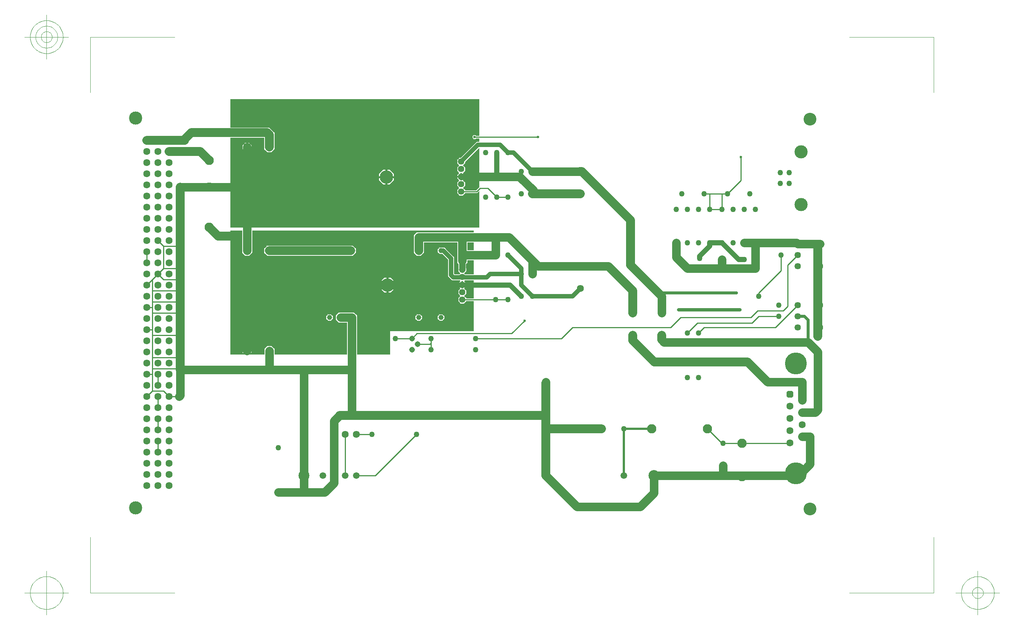
<source format=gbr>
G04 Generated by Ultiboard *
%FSLAX25Y25*%
%MOIN*%

%ADD10C,0.07800*%
%ADD11C,0.02693*%
%ADD12C,0.03022*%
%ADD13C,0.01000*%
%ADD14C,0.07874*%
%ADD15C,0.00004*%
%ADD16C,0.03937*%
%ADD17C,0.04650*%
%ADD18C,0.05686*%
%ADD19C,0.02144*%
%ADD20C,0.05629*%
%ADD21C,0.04606*%
%ADD22C,0.02720*%
%ADD23C,0.00394*%
%ADD24C,0.02362*%
%ADD25C,0.06334*%
%ADD26C,0.11834*%
%ADD27C,0.08334*%
%ADD28C,0.05000*%
%ADD29C,0.05906*%
%ADD30C,0.09843*%
%ADD31C,0.05166*%
%ADD32C,0.12030*%
%ADD33C,0.05731*%
%ADD34C,0.04550*%
%ADD35R,0.02667X0.02667*%
%ADD36C,0.03333*%
%ADD37C,0.19666*%
%ADD38C,0.11500*%
%ADD39C,0.04943*%
%ADD40C,0.11811*%


%LNCopper Bottom*%
%LPD*%
%FSLAX25Y25*%
%MOIN*%
G54D10*
X606000Y51000D02*
X476000Y51000D01*
X496000Y247000D02*
X506000Y237000D01*
X506000Y237000D02*
X567000Y237000D01*
X485285Y170500D02*
X614500Y170500D01*
X111000Y307715D02*
X111000Y253000D01*
X51000Y146000D02*
X204000Y146000D01*
X51000Y146000D02*
X51000Y123000D01*
X51000Y123000D02*
X50000Y122000D01*
X205000Y193000D02*
X205000Y105000D01*
X162000Y37285D02*
X162000Y143715D01*
X189000Y100000D02*
X194000Y105000D01*
X180715Y36000D02*
X189000Y44285D01*
X189000Y44285D02*
X189000Y100000D01*
X162000Y36000D02*
X180715Y36000D01*
X160715Y36000D02*
X162000Y37285D01*
X160715Y36000D02*
X139000Y36000D01*
X162000Y143715D02*
X159715Y146000D01*
X159715Y146000D02*
X133285Y146000D01*
X131000Y148285D02*
X131000Y163000D01*
X133285Y146000D02*
X131000Y148285D01*
X195000Y193000D02*
X205000Y193000D01*
X204000Y146000D02*
X205000Y145000D01*
X51000Y310000D02*
X108715Y310000D01*
X111000Y310000D02*
X111000Y346000D01*
X111000Y307715D02*
X108715Y310000D01*
X372000Y239000D02*
X346000Y265000D01*
X265000Y253000D02*
X265000Y265000D01*
X304000Y265000D02*
X304000Y244000D01*
X334000Y249000D02*
X304000Y249000D01*
X334000Y249000D02*
X334000Y265000D01*
X496000Y260000D02*
X496000Y247000D01*
X372000Y239000D02*
X435000Y239000D01*
X379000Y134000D02*
X379000Y135000D01*
X407000Y23000D02*
X379000Y51000D01*
X367000Y244000D02*
X367000Y232000D01*
X463715Y23000D02*
X407000Y23000D01*
X463715Y23000D02*
X476000Y35285D01*
X476000Y51000D02*
X476000Y35285D01*
X435000Y239000D02*
X444000Y230000D01*
X485285Y170500D02*
X483000Y172785D01*
X483000Y197000D02*
X483000Y211707D01*
X483000Y212000D02*
X480000Y215000D01*
X367000Y324000D02*
X410000Y324000D01*
X265000Y265000D02*
X346000Y265000D01*
X355614Y319386D02*
X314386Y319386D01*
X355614Y319386D02*
X368000Y307000D01*
X368000Y305000D02*
X369000Y304000D01*
X368000Y307000D02*
X368000Y305000D01*
X567000Y237000D02*
X567000Y260000D01*
X609000Y135000D02*
X609000Y118667D01*
X623000Y162000D02*
X623000Y109868D01*
X538000Y60000D02*
X538000Y51000D01*
X616250Y85750D02*
X616250Y61250D01*
X616250Y61250D02*
X606000Y51000D01*
X609167Y85750D02*
X616250Y85750D01*
X620715Y107583D02*
X609167Y107583D01*
X623000Y109868D02*
X620715Y107583D01*
X560000Y153000D02*
X578000Y135000D01*
X537000Y245000D02*
X537000Y237000D01*
X578000Y135000D02*
X609000Y135000D01*
X614500Y170500D02*
X623000Y162000D01*
X557000Y260000D02*
X604000Y260000D01*
X625000Y259000D02*
X605000Y259000D01*
X604000Y260000D02*
X605000Y259000D01*
G54D11*
X480000Y215000D02*
X550000Y215000D01*
G54D12*
X553000Y200000D02*
X498000Y200000D01*
G54D13*
X500000Y193000D02*
X563000Y193000D01*
X263000Y88000D02*
X226000Y51000D01*
X259000Y174000D02*
X244000Y174000D01*
X21000Y252000D02*
X21000Y242000D01*
X36000Y257000D02*
X36000Y237000D01*
X26000Y227000D02*
X26000Y127000D01*
X26000Y127000D02*
X21000Y122000D01*
X26000Y127000D02*
X36000Y127000D01*
X36000Y127000D02*
X41000Y122000D01*
X31000Y122000D02*
X31000Y112000D01*
X31000Y102000D02*
X31000Y92000D01*
X31000Y82000D02*
X31000Y72000D01*
X41000Y122000D02*
X50000Y122000D01*
X31000Y142000D02*
X31000Y132000D01*
X26000Y177000D02*
X50000Y177000D01*
X26000Y157000D02*
X50000Y157000D01*
X26000Y147000D02*
X50000Y147000D01*
X21000Y142000D02*
X26000Y142000D01*
X21000Y182000D02*
X26000Y182000D01*
X36000Y237000D02*
X21000Y222000D01*
X31000Y232000D02*
X36000Y227000D01*
X26000Y217000D02*
X50000Y217000D01*
X26000Y207000D02*
X50000Y207000D01*
X26000Y197000D02*
X50000Y197000D01*
X21000Y202000D02*
X26000Y202000D01*
X36000Y237000D02*
X50000Y237000D01*
X36000Y227000D02*
X47879Y227000D01*
X199000Y88000D02*
X199000Y51000D01*
X226000Y51000D02*
X209000Y51000D01*
X209000Y88000D02*
X223000Y88000D01*
X31000Y262000D02*
X36000Y257000D01*
X36000Y257000D02*
X51000Y257000D01*
X393293Y174000D02*
X316000Y174000D01*
X304000Y209000D02*
X344000Y209000D01*
X304000Y222386D02*
X347386Y222386D01*
X263500Y178500D02*
X348500Y178500D01*
X264000Y169000D02*
X275000Y169000D01*
X263500Y178500D02*
X259000Y174000D01*
X276000Y174000D02*
X276000Y164000D01*
X275000Y169000D02*
X276000Y170000D01*
X348500Y178500D02*
X360000Y190000D01*
X344000Y209000D02*
X346000Y211000D01*
X347000Y222000D02*
X347000Y222386D01*
X491000Y184000D02*
X403293Y184000D01*
X403293Y184000D02*
X393293Y174000D01*
X491000Y184000D02*
X500000Y193000D01*
X482707Y212000D02*
X483000Y211707D01*
X317000Y306000D02*
X303000Y306000D01*
X315000Y355000D02*
X372000Y355000D01*
X335000Y301000D02*
X327000Y309000D01*
X327000Y309000D02*
X320000Y309000D01*
X320000Y309000D02*
X317000Y306000D01*
X345000Y301000D02*
X335000Y301000D01*
X537000Y80000D02*
X597667Y80000D01*
X524000Y93000D02*
X537000Y80000D01*
X597667Y80000D02*
X598000Y80333D01*
X563000Y193000D02*
X569000Y199000D01*
X564000Y188000D02*
X570000Y194000D01*
X521000Y184000D02*
X585000Y184000D01*
X506000Y179000D02*
X515000Y188000D01*
X515000Y188000D02*
X564000Y188000D01*
X516000Y179000D02*
X521000Y184000D01*
X585000Y184000D02*
X605000Y204000D01*
X596000Y240000D02*
X605000Y249000D01*
X590000Y235000D02*
X570000Y215000D01*
X596000Y203000D02*
X596000Y240000D01*
X588000Y194000D02*
X570000Y194000D01*
X569000Y199000D02*
X592000Y199000D01*
X570000Y215000D02*
X570000Y212000D01*
X592000Y199000D02*
X596000Y203000D01*
X590000Y235000D02*
X590000Y249000D01*
X542000Y304000D02*
X554000Y316000D01*
X554000Y316000D02*
X554000Y337000D01*
X526000Y290000D02*
X537000Y290000D01*
X521000Y304000D02*
X542000Y304000D01*
X526000Y290000D02*
X526000Y304000D01*
X537000Y290000D02*
X537000Y304000D01*
G54D14*
X476306Y153000D02*
X560000Y153000D01*
X194000Y105000D02*
X379000Y105000D01*
X217000Y349000D02*
X276000Y349000D01*
X216000Y291000D02*
X277000Y291000D01*
X216000Y250000D02*
X254000Y250000D01*
X216000Y189000D02*
X252000Y189000D01*
X101000Y222000D02*
X295000Y222000D01*
X216000Y222000D02*
X216000Y250000D01*
X131000Y253000D02*
X204000Y253000D01*
X51000Y146000D02*
X51000Y310000D01*
X100000Y223000D02*
X100000Y266000D01*
X51000Y162306D02*
X51000Y223879D01*
X111000Y163000D02*
X111000Y222000D01*
X101000Y222000D02*
X100000Y223000D01*
X216000Y220000D02*
X216000Y189000D01*
X131000Y357000D02*
X129000Y359000D01*
X61000Y359000D02*
X129000Y359000D01*
X61000Y359000D02*
X54000Y352000D01*
X41000Y342000D02*
X69000Y342000D01*
X21000Y352000D02*
X55000Y352000D01*
X100000Y266000D02*
X85000Y266000D01*
X85000Y266000D02*
X77000Y274000D01*
X69000Y342000D02*
X77000Y334000D01*
X131000Y346000D02*
X131000Y357000D01*
X216000Y291000D02*
X216000Y348000D01*
X216000Y348000D02*
X217000Y349000D01*
X455000Y240000D02*
X455000Y280387D01*
X429000Y93000D02*
X379000Y93000D01*
X379000Y51000D02*
X379000Y134000D01*
X444000Y230000D02*
X457000Y217000D01*
X476306Y153000D02*
X457000Y172306D01*
X457000Y172306D02*
X457000Y177000D01*
X483000Y172785D02*
X483000Y177000D01*
X480000Y215000D02*
X455000Y240000D01*
X457000Y217000D02*
X457000Y197000D01*
X367000Y304000D02*
X410000Y304000D01*
X411388Y324000D02*
X455000Y280387D01*
X411388Y324000D02*
X409388Y324000D01*
X623000Y176000D02*
X623000Y257000D01*
G54D15*
X253184Y251970D02*
X252030Y250816D01*
X252030Y250816D02*
X252030Y250204D01*
X252030Y250204D02*
X253184Y250204D01*
X253184Y250204D02*
X253184Y249796D01*
X253184Y249796D02*
X252030Y249796D01*
X252030Y249796D02*
X252030Y249184D01*
X252030Y249184D02*
X249970Y249184D01*
X249970Y249184D02*
X249970Y249796D01*
X249970Y249796D02*
X248816Y249796D01*
X248816Y249796D02*
X248816Y250204D01*
X248816Y250204D02*
X249970Y250204D01*
X249970Y250204D02*
X249970Y250816D01*
X249970Y250816D02*
X248816Y251970D01*
X248816Y251970D02*
X248816Y271000D01*
X248816Y271000D02*
X253184Y271000D01*
X253184Y271000D02*
X253184Y251970D01*
G36*
X249970Y250816D02*
X248816Y251970D01*
X248816Y271000D01*
X253184Y271000D01*
X253184Y251970D01*
X252030Y250816D01*
X249970Y250816D01*
G37*
X249970Y250816D02*
X248816Y251970D01*
X248816Y251970D02*
X248816Y271000D01*
X248816Y271000D02*
X253184Y271000D01*
X253184Y271000D02*
X253184Y251970D01*
X253184Y251970D02*
X252030Y250816D01*
X252030Y250816D02*
X249970Y250816D01*
G36*
X252030Y250204D02*
X253184Y250204D01*
X253184Y249796D01*
X252030Y249796D01*
X252030Y250204D01*
G37*
X252030Y250204D02*
X253184Y250204D01*
X253184Y250204D02*
X253184Y249796D01*
X253184Y249796D02*
X252030Y249796D01*
X252030Y249796D02*
X252030Y250204D01*
G36*
X249970Y249796D02*
X248816Y249796D01*
X248816Y250204D01*
X249970Y250204D01*
X249970Y249796D01*
G37*
X249970Y249796D02*
X248816Y249796D01*
X248816Y249796D02*
X248816Y250204D01*
X248816Y250204D02*
X249970Y250204D01*
X249970Y250204D02*
X249970Y249796D01*
G36*
X249970Y250816D02*
X252030Y250816D01*
X252030Y249184D01*
X249970Y249184D01*
X249970Y250816D01*
G37*
X249970Y250816D02*
X252030Y250816D01*
X252030Y250816D02*
X252030Y249184D01*
X252030Y249184D02*
X249970Y249184D01*
X249970Y249184D02*
X249970Y250816D01*
X252030Y249184D02*
X253184Y248030D01*
X253184Y248030D02*
X253796Y248030D01*
X253796Y248030D02*
X253796Y249184D01*
X253796Y249184D02*
X254204Y249184D01*
X254204Y249184D02*
X254204Y248030D01*
X254204Y248030D02*
X254816Y248030D01*
X254816Y248030D02*
X255970Y249184D01*
X255970Y249184D02*
X259895Y249184D01*
X259895Y249184D02*
X259895Y231184D01*
X259895Y231184D02*
X217970Y231184D01*
X217970Y231184D02*
X217970Y231796D01*
X217970Y231796D02*
X216816Y231796D01*
X216816Y231796D02*
X216816Y232204D01*
X216816Y232204D02*
X217970Y232204D01*
X217970Y232204D02*
X217970Y232816D01*
X217970Y232816D02*
X216816Y233970D01*
X216816Y233970D02*
X216816Y236030D01*
X216816Y236030D02*
X217970Y237184D01*
X217970Y237184D02*
X217970Y237796D01*
X217970Y237796D02*
X216816Y237796D01*
X216816Y237796D02*
X216816Y238204D01*
X216816Y238204D02*
X217970Y238204D01*
X217970Y238204D02*
X217970Y238816D01*
X217970Y238816D02*
X216816Y239970D01*
X216816Y239970D02*
X216816Y242030D01*
X216816Y242030D02*
X217970Y243184D01*
X217970Y243184D02*
X217970Y243796D01*
X217970Y243796D02*
X216816Y243796D01*
X216816Y243796D02*
X216816Y244204D01*
X216816Y244204D02*
X217970Y244204D01*
X217970Y244204D02*
X217970Y244816D01*
X217970Y244816D02*
X216816Y245970D01*
X216816Y245970D02*
X216816Y248397D01*
X216816Y248397D02*
X217184Y248030D01*
X217184Y248030D02*
X217796Y248030D01*
X217796Y248030D02*
X217796Y249184D01*
X217796Y249184D02*
X218204Y249184D01*
X218204Y249184D02*
X218204Y248030D01*
X218204Y248030D02*
X218816Y248030D01*
X218816Y248030D02*
X219970Y249184D01*
X219970Y249184D02*
X222030Y249184D01*
X222030Y249184D02*
X223184Y248030D01*
X223184Y248030D02*
X223796Y248030D01*
X223796Y248030D02*
X223796Y249184D01*
X223796Y249184D02*
X224204Y249184D01*
X224204Y249184D02*
X224204Y248030D01*
X224204Y248030D02*
X224816Y248030D01*
X224816Y248030D02*
X225970Y249184D01*
X225970Y249184D02*
X228030Y249184D01*
X228030Y249184D02*
X229184Y248030D01*
X229184Y248030D02*
X229796Y248030D01*
X229796Y248030D02*
X229796Y249184D01*
X229796Y249184D02*
X230204Y249184D01*
X230204Y249184D02*
X230204Y248030D01*
X230204Y248030D02*
X230816Y248030D01*
X230816Y248030D02*
X231970Y249184D01*
X231970Y249184D02*
X234030Y249184D01*
X234030Y249184D02*
X235184Y248030D01*
X235184Y248030D02*
X235796Y248030D01*
X235796Y248030D02*
X235796Y249184D01*
X235796Y249184D02*
X236204Y249184D01*
X236204Y249184D02*
X236204Y248030D01*
X236204Y248030D02*
X236816Y248030D01*
X236816Y248030D02*
X237970Y249184D01*
X237970Y249184D02*
X240030Y249184D01*
X240030Y249184D02*
X241184Y248030D01*
X241184Y248030D02*
X241796Y248030D01*
X241796Y248030D02*
X241796Y249184D01*
X241796Y249184D02*
X242204Y249184D01*
X242204Y249184D02*
X242204Y248030D01*
X242204Y248030D02*
X242816Y248030D01*
X242816Y248030D02*
X243970Y249184D01*
X243970Y249184D02*
X246030Y249184D01*
X246030Y249184D02*
X247184Y248030D01*
X247184Y248030D02*
X247796Y248030D01*
X247796Y248030D02*
X247796Y249184D01*
X247796Y249184D02*
X248204Y249184D01*
X248204Y249184D02*
X248204Y248030D01*
X248204Y248030D02*
X248816Y248030D01*
X248816Y248030D02*
X249970Y249184D01*
X249970Y249184D02*
X252030Y249184D01*
G36*
X253796Y248030D02*
X253796Y249184D01*
X254204Y249184D01*
X254204Y248030D01*
X253796Y248030D01*
G37*
X253796Y248030D02*
X253796Y249184D01*
X253796Y249184D02*
X254204Y249184D01*
X254204Y249184D02*
X254204Y248030D01*
X254204Y248030D02*
X253796Y248030D01*
G36*
X259895Y248030D02*
X254816Y248030D01*
X255970Y249184D01*
X259895Y249184D01*
X259895Y248030D01*
G37*
X259895Y248030D02*
X254816Y248030D01*
X254816Y248030D02*
X255970Y249184D01*
X255970Y249184D02*
X259895Y249184D01*
X259895Y249184D02*
X259895Y248030D01*
G36*
X259895Y248030D02*
X259895Y231184D01*
X253184Y231184D01*
X253184Y248030D01*
X259895Y248030D01*
G37*
X259895Y248030D02*
X259895Y231184D01*
X259895Y231184D02*
X253184Y231184D01*
X253184Y231184D02*
X253184Y248030D01*
X253184Y248030D02*
X259895Y248030D01*
G36*
X217970Y231796D02*
X216816Y231796D01*
X216816Y232204D01*
X217970Y232204D01*
X217970Y231796D01*
G37*
X217970Y231796D02*
X216816Y231796D01*
X216816Y231796D02*
X216816Y232204D01*
X216816Y232204D02*
X217970Y232204D01*
X217970Y232204D02*
X217970Y231796D01*
G36*
X217970Y232816D02*
X216816Y233970D01*
X216816Y236030D01*
X217970Y237184D01*
X217970Y232816D01*
G37*
X217970Y232816D02*
X216816Y233970D01*
X216816Y233970D02*
X216816Y236030D01*
X216816Y236030D02*
X217970Y237184D01*
X217970Y237184D02*
X217970Y232816D01*
G36*
X217970Y237796D02*
X216816Y237796D01*
X216816Y238204D01*
X217970Y238204D01*
X217970Y237796D01*
G37*
X217970Y237796D02*
X216816Y237796D01*
X216816Y237796D02*
X216816Y238204D01*
X216816Y238204D02*
X217970Y238204D01*
X217970Y238204D02*
X217970Y237796D01*
G36*
X217970Y238816D02*
X216816Y239970D01*
X216816Y242030D01*
X217970Y243184D01*
X217970Y238816D01*
G37*
X217970Y238816D02*
X216816Y239970D01*
X216816Y239970D02*
X216816Y242030D01*
X216816Y242030D02*
X217970Y243184D01*
X217970Y243184D02*
X217970Y238816D01*
G36*
X217970Y243796D02*
X216816Y243796D01*
X216816Y244204D01*
X217970Y244204D01*
X217970Y243796D01*
G37*
X217970Y243796D02*
X216816Y243796D01*
X216816Y243796D02*
X216816Y244204D01*
X216816Y244204D02*
X217970Y244204D01*
X217970Y244204D02*
X217970Y243796D01*
G36*
X217184Y245603D02*
X216816Y245970D01*
X216816Y248397D01*
X217184Y248030D01*
X217184Y245603D01*
G37*
X217184Y245603D02*
X216816Y245970D01*
X216816Y245970D02*
X216816Y248397D01*
X216816Y248397D02*
X217184Y248030D01*
X217184Y248030D02*
X217184Y245603D01*
G36*
X218204Y231184D02*
X217970Y231184D01*
X217970Y249184D01*
X218204Y249184D01*
X218204Y231184D01*
G37*
X218204Y231184D02*
X217970Y231184D01*
X217970Y231184D02*
X217970Y249184D01*
X217970Y249184D02*
X218204Y249184D01*
X218204Y249184D02*
X218204Y231184D01*
G36*
X217970Y248030D02*
X217796Y248030D01*
X217796Y249184D01*
X217970Y249184D01*
X217970Y248030D01*
G37*
X217970Y248030D02*
X217796Y248030D01*
X217796Y248030D02*
X217796Y249184D01*
X217796Y249184D02*
X217970Y249184D01*
X217970Y249184D02*
X217970Y248030D01*
G36*
X217970Y248030D02*
X217970Y244816D01*
X217184Y245603D01*
X217184Y248030D01*
X217970Y248030D01*
G37*
X217970Y248030D02*
X217970Y244816D01*
X217970Y244816D02*
X217184Y245603D01*
X217184Y245603D02*
X217184Y248030D01*
X217184Y248030D02*
X217970Y248030D01*
G36*
X218816Y231184D02*
X218204Y231184D01*
X218204Y248030D01*
X218816Y248030D01*
X218816Y231184D01*
G37*
X218816Y231184D02*
X218204Y231184D01*
X218204Y231184D02*
X218204Y248030D01*
X218204Y248030D02*
X218816Y248030D01*
X218816Y248030D02*
X218816Y231184D01*
G36*
X223184Y231184D02*
X218816Y231184D01*
X218816Y248030D01*
X219970Y249184D01*
X222030Y249184D01*
X223184Y248030D01*
X223184Y231184D01*
G37*
X223184Y231184D02*
X218816Y231184D01*
X218816Y231184D02*
X218816Y248030D01*
X218816Y248030D02*
X219970Y249184D01*
X219970Y249184D02*
X222030Y249184D01*
X222030Y249184D02*
X223184Y248030D01*
X223184Y248030D02*
X223184Y231184D01*
G36*
X223796Y248030D02*
X223796Y249184D01*
X224204Y249184D01*
X224204Y248030D01*
X223796Y248030D01*
G37*
X223796Y248030D02*
X223796Y249184D01*
X223796Y249184D02*
X224204Y249184D01*
X224204Y249184D02*
X224204Y248030D01*
X224204Y248030D02*
X223796Y248030D01*
G36*
X224816Y248030D02*
X225970Y249184D01*
X228030Y249184D01*
X229184Y248030D01*
X224816Y248030D01*
G37*
X224816Y248030D02*
X225970Y249184D01*
X225970Y249184D02*
X228030Y249184D01*
X228030Y249184D02*
X229184Y248030D01*
X229184Y248030D02*
X224816Y248030D01*
G36*
X229796Y248030D02*
X229796Y249184D01*
X230204Y249184D01*
X230204Y248030D01*
X229796Y248030D01*
G37*
X229796Y248030D02*
X229796Y249184D01*
X229796Y249184D02*
X230204Y249184D01*
X230204Y249184D02*
X230204Y248030D01*
X230204Y248030D02*
X229796Y248030D01*
G36*
X230816Y248030D02*
X231970Y249184D01*
X234030Y249184D01*
X235184Y248030D01*
X230816Y248030D01*
G37*
X230816Y248030D02*
X231970Y249184D01*
X231970Y249184D02*
X234030Y249184D01*
X234030Y249184D02*
X235184Y248030D01*
X235184Y248030D02*
X230816Y248030D01*
G36*
X235796Y248030D02*
X235796Y249184D01*
X236204Y249184D01*
X236204Y248030D01*
X235796Y248030D01*
G37*
X235796Y248030D02*
X235796Y249184D01*
X235796Y249184D02*
X236204Y249184D01*
X236204Y249184D02*
X236204Y248030D01*
X236204Y248030D02*
X235796Y248030D01*
G36*
X236816Y248030D02*
X237970Y249184D01*
X240030Y249184D01*
X241184Y248030D01*
X236816Y248030D01*
G37*
X236816Y248030D02*
X237970Y249184D01*
X237970Y249184D02*
X240030Y249184D01*
X240030Y249184D02*
X241184Y248030D01*
X241184Y248030D02*
X236816Y248030D01*
G36*
X241796Y248030D02*
X241796Y249184D01*
X242204Y249184D01*
X242204Y248030D01*
X241796Y248030D01*
G37*
X241796Y248030D02*
X241796Y249184D01*
X241796Y249184D02*
X242204Y249184D01*
X242204Y249184D02*
X242204Y248030D01*
X242204Y248030D02*
X241796Y248030D01*
G36*
X242816Y248030D02*
X243970Y249184D01*
X246030Y249184D01*
X247184Y248030D01*
X242816Y248030D01*
G37*
X242816Y248030D02*
X243970Y249184D01*
X243970Y249184D02*
X246030Y249184D01*
X246030Y249184D02*
X247184Y248030D01*
X247184Y248030D02*
X242816Y248030D01*
G36*
X247796Y248030D02*
X247796Y249184D01*
X248204Y249184D01*
X248204Y248030D01*
X247796Y248030D01*
G37*
X247796Y248030D02*
X247796Y249184D01*
X247796Y249184D02*
X248204Y249184D01*
X248204Y249184D02*
X248204Y248030D01*
X248204Y248030D02*
X247796Y248030D01*
G36*
X248816Y248030D02*
X249970Y249184D01*
X252030Y249184D01*
X253184Y248030D01*
X248816Y248030D01*
G37*
X248816Y248030D02*
X249970Y249184D01*
X249970Y249184D02*
X252030Y249184D01*
X252030Y249184D02*
X253184Y248030D01*
X253184Y248030D02*
X248816Y248030D01*
G36*
X253184Y248030D02*
X253184Y231184D01*
X223184Y231184D01*
X223184Y248030D01*
X253184Y248030D01*
G37*
X253184Y248030D02*
X253184Y231184D01*
X253184Y231184D02*
X223184Y231184D01*
X223184Y231184D02*
X223184Y248030D01*
X223184Y248030D02*
X253184Y248030D01*
X239818Y222705D02*
X243804Y222705D01*
X243804Y222705D02*
X243804Y224818D01*
X243804Y224818D02*
X239818Y228804D01*
X239818Y228804D02*
X239818Y231184D01*
X239818Y231184D02*
X259895Y231184D01*
X259895Y231184D02*
X259895Y215500D01*
X259895Y215500D02*
X240123Y215500D01*
X240123Y215500D02*
X243804Y219182D01*
X243804Y219182D02*
X243804Y221295D01*
X243804Y221295D02*
X239818Y221295D01*
X239818Y221295D02*
X239818Y222705D01*
G36*
X243804Y231184D02*
X243804Y224818D01*
X239818Y228804D01*
X239818Y231184D01*
X243804Y231184D01*
G37*
X243804Y231184D02*
X243804Y224818D01*
X243804Y224818D02*
X239818Y228804D01*
X239818Y228804D02*
X239818Y231184D01*
X239818Y231184D02*
X243804Y231184D01*
G36*
X243804Y231184D02*
X259895Y231184D01*
X259895Y222705D01*
X243804Y222705D01*
X243804Y231184D01*
G37*
X243804Y231184D02*
X259895Y231184D01*
X259895Y231184D02*
X259895Y222705D01*
X259895Y222705D02*
X243804Y222705D01*
X243804Y222705D02*
X243804Y231184D01*
G36*
X259895Y219182D02*
X259895Y215500D01*
X240123Y215500D01*
X243804Y219182D01*
X259895Y219182D01*
G37*
X259895Y219182D02*
X259895Y215500D01*
X259895Y215500D02*
X240123Y215500D01*
X240123Y215500D02*
X243804Y219182D01*
X243804Y219182D02*
X259895Y219182D01*
G36*
X243804Y222705D02*
X243804Y221295D01*
X239818Y221295D01*
X239818Y222705D01*
X243804Y222705D01*
G37*
X243804Y222705D02*
X243804Y221295D01*
X243804Y221295D02*
X239818Y221295D01*
X239818Y221295D02*
X239818Y222705D01*
X239818Y222705D02*
X243804Y222705D01*
G36*
X243804Y222705D02*
X259895Y222705D01*
X259895Y219182D01*
X243804Y219182D01*
X243804Y222705D01*
G37*
X243804Y222705D02*
X259895Y222705D01*
X259895Y222705D02*
X259895Y219182D01*
X259895Y219182D02*
X243804Y219182D01*
X243804Y219182D02*
X243804Y222705D01*
X233877Y215500D02*
X234182Y215196D01*
X234182Y215196D02*
X236295Y215196D01*
X236295Y215196D02*
X236295Y215500D01*
X236295Y215500D02*
X237705Y215500D01*
X237705Y215500D02*
X237705Y215196D01*
X237705Y215196D02*
X239818Y215196D01*
X239818Y215196D02*
X240123Y215500D01*
X240123Y215500D02*
X259895Y215500D01*
X259895Y215500D02*
X259895Y201184D01*
X259895Y201184D02*
X217970Y201184D01*
X217970Y201184D02*
X217970Y201796D01*
X217970Y201796D02*
X216816Y201796D01*
X216816Y201796D02*
X216816Y202204D01*
X216816Y202204D02*
X217970Y202204D01*
X217970Y202204D02*
X217970Y202816D01*
X217970Y202816D02*
X216816Y203970D01*
X216816Y203970D02*
X216816Y206030D01*
X216816Y206030D02*
X217970Y207184D01*
X217970Y207184D02*
X217970Y207796D01*
X217970Y207796D02*
X216816Y207796D01*
X216816Y207796D02*
X216816Y208204D01*
X216816Y208204D02*
X217970Y208204D01*
X217970Y208204D02*
X217970Y208816D01*
X217970Y208816D02*
X216816Y209970D01*
X216816Y209970D02*
X216816Y212030D01*
X216816Y212030D02*
X217970Y213184D01*
X217970Y213184D02*
X217970Y213796D01*
X217970Y213796D02*
X216816Y213796D01*
X216816Y213796D02*
X216816Y214204D01*
X216816Y214204D02*
X217970Y214204D01*
X217970Y214204D02*
X217970Y214816D01*
X217970Y214816D02*
X217287Y215500D01*
X217287Y215500D02*
X233877Y215500D01*
G36*
X236295Y215196D02*
X236295Y215500D01*
X237705Y215500D01*
X237705Y215196D01*
X236295Y215196D01*
G37*
X236295Y215196D02*
X236295Y215500D01*
X236295Y215500D02*
X237705Y215500D01*
X237705Y215500D02*
X237705Y215196D01*
X237705Y215196D02*
X236295Y215196D01*
G36*
X259895Y215196D02*
X239818Y215196D01*
X240123Y215500D01*
X259895Y215500D01*
X259895Y215196D01*
G37*
X259895Y215196D02*
X239818Y215196D01*
X239818Y215196D02*
X240123Y215500D01*
X240123Y215500D02*
X259895Y215500D01*
X259895Y215500D02*
X259895Y215196D01*
G36*
X259895Y215196D02*
X259895Y201184D01*
X234182Y201184D01*
X234182Y215196D01*
X259895Y215196D01*
G37*
X259895Y215196D02*
X259895Y201184D01*
X259895Y201184D02*
X234182Y201184D01*
X234182Y201184D02*
X234182Y215196D01*
X234182Y215196D02*
X259895Y215196D01*
G36*
X217970Y201796D02*
X216816Y201796D01*
X216816Y202204D01*
X217970Y202204D01*
X217970Y201796D01*
G37*
X217970Y201796D02*
X216816Y201796D01*
X216816Y201796D02*
X216816Y202204D01*
X216816Y202204D02*
X217970Y202204D01*
X217970Y202204D02*
X217970Y201796D01*
G36*
X217970Y202816D02*
X216816Y203970D01*
X216816Y206030D01*
X217970Y207184D01*
X217970Y202816D01*
G37*
X217970Y202816D02*
X216816Y203970D01*
X216816Y203970D02*
X216816Y206030D01*
X216816Y206030D02*
X217970Y207184D01*
X217970Y207184D02*
X217970Y202816D01*
G36*
X217970Y207796D02*
X216816Y207796D01*
X216816Y208204D01*
X217970Y208204D01*
X217970Y207796D01*
G37*
X217970Y207796D02*
X216816Y207796D01*
X216816Y207796D02*
X216816Y208204D01*
X216816Y208204D02*
X217970Y208204D01*
X217970Y208204D02*
X217970Y207796D01*
G36*
X217970Y208816D02*
X216816Y209970D01*
X216816Y212030D01*
X217970Y213184D01*
X217970Y208816D01*
G37*
X217970Y208816D02*
X216816Y209970D01*
X216816Y209970D02*
X216816Y212030D01*
X216816Y212030D02*
X217970Y213184D01*
X217970Y213184D02*
X217970Y208816D01*
G36*
X217970Y213796D02*
X216816Y213796D01*
X216816Y214204D01*
X217970Y214204D01*
X217970Y213796D01*
G37*
X217970Y213796D02*
X216816Y213796D01*
X216816Y213796D02*
X216816Y214204D01*
X216816Y214204D02*
X217970Y214204D01*
X217970Y214204D02*
X217970Y213796D01*
G36*
X217970Y215500D02*
X217970Y214816D01*
X217287Y215500D01*
X217970Y215500D01*
G37*
X217970Y215500D02*
X217970Y214816D01*
X217970Y214816D02*
X217287Y215500D01*
X217287Y215500D02*
X217970Y215500D01*
G36*
X217970Y215500D02*
X233877Y215500D01*
X234182Y215196D01*
X234182Y201184D01*
X217970Y201184D01*
X217970Y215500D01*
G37*
X217970Y215500D02*
X233877Y215500D01*
X233877Y215500D02*
X234182Y215196D01*
X234182Y215196D02*
X234182Y201184D01*
X234182Y201184D02*
X217970Y201184D01*
X217970Y201184D02*
X217970Y215500D01*
X251184Y190970D02*
X250030Y189816D01*
X250030Y189816D02*
X250030Y189204D01*
X250030Y189204D02*
X251184Y189204D01*
X251184Y189204D02*
X251184Y188796D01*
X251184Y188796D02*
X250030Y188796D01*
X250030Y188796D02*
X250030Y188184D01*
X250030Y188184D02*
X247970Y188184D01*
X247970Y188184D02*
X247970Y188796D01*
X247970Y188796D02*
X246816Y188796D01*
X246816Y188796D02*
X246816Y189204D01*
X246816Y189204D02*
X247970Y189204D01*
X247970Y189204D02*
X247970Y189816D01*
X247970Y189816D02*
X246816Y190970D01*
X246816Y190970D02*
X246816Y201184D01*
X246816Y201184D02*
X251184Y201184D01*
X251184Y201184D02*
X251184Y190970D01*
G36*
X247970Y189816D02*
X246816Y190970D01*
X246816Y201184D01*
X251184Y201184D01*
X251184Y190970D01*
X250030Y189816D01*
X247970Y189816D01*
G37*
X247970Y189816D02*
X246816Y190970D01*
X246816Y190970D02*
X246816Y201184D01*
X246816Y201184D02*
X251184Y201184D01*
X251184Y201184D02*
X251184Y190970D01*
X251184Y190970D02*
X250030Y189816D01*
X250030Y189816D02*
X247970Y189816D01*
G36*
X250030Y189204D02*
X251184Y189204D01*
X251184Y188796D01*
X250030Y188796D01*
X250030Y189204D01*
G37*
X250030Y189204D02*
X251184Y189204D01*
X251184Y189204D02*
X251184Y188796D01*
X251184Y188796D02*
X250030Y188796D01*
X250030Y188796D02*
X250030Y189204D01*
G36*
X247970Y188796D02*
X246816Y188796D01*
X246816Y189204D01*
X247970Y189204D01*
X247970Y188796D01*
G37*
X247970Y188796D02*
X246816Y188796D01*
X246816Y188796D02*
X246816Y189204D01*
X246816Y189204D02*
X247970Y189204D01*
X247970Y189204D02*
X247970Y188796D01*
G36*
X247970Y189816D02*
X250030Y189816D01*
X250030Y188184D01*
X247970Y188184D01*
X247970Y189816D01*
G37*
X247970Y189816D02*
X250030Y189816D01*
X250030Y189816D02*
X250030Y188184D01*
X250030Y188184D02*
X247970Y188184D01*
X247970Y188184D02*
X247970Y189816D01*
X252816Y190970D02*
X252204Y190970D01*
X252204Y190970D02*
X252204Y189204D01*
X252204Y189204D02*
X252816Y189204D01*
X252816Y189204D02*
X252816Y188796D01*
X252816Y188796D02*
X252204Y188796D01*
X252204Y188796D02*
X252204Y188184D01*
X252204Y188184D02*
X251796Y188184D01*
X251796Y188184D02*
X251796Y188796D01*
X251796Y188796D02*
X251184Y188796D01*
X251184Y188796D02*
X251184Y189204D01*
X251184Y189204D02*
X251796Y189204D01*
X251796Y189204D02*
X251796Y190970D01*
X251796Y190970D02*
X251184Y190970D01*
X251184Y190970D02*
X251184Y201184D01*
X251184Y201184D02*
X252816Y201184D01*
X252816Y201184D02*
X252816Y190970D01*
G36*
X251184Y190970D02*
X251184Y201184D01*
X252816Y201184D01*
X252816Y190970D01*
X251184Y190970D01*
G37*
X251184Y190970D02*
X251184Y201184D01*
X251184Y201184D02*
X252816Y201184D01*
X252816Y201184D02*
X252816Y190970D01*
X252816Y190970D02*
X251184Y190970D01*
G36*
X252204Y189204D02*
X252816Y189204D01*
X252816Y188796D01*
X252204Y188796D01*
X252204Y189204D01*
G37*
X252204Y189204D02*
X252816Y189204D01*
X252816Y189204D02*
X252816Y188796D01*
X252816Y188796D02*
X252204Y188796D01*
X252204Y188796D02*
X252204Y189204D01*
G36*
X251796Y188796D02*
X251184Y188796D01*
X251184Y189204D01*
X251796Y189204D01*
X251796Y188796D01*
G37*
X251796Y188796D02*
X251184Y188796D01*
X251184Y188796D02*
X251184Y189204D01*
X251184Y189204D02*
X251796Y189204D01*
X251796Y189204D02*
X251796Y188796D01*
G36*
X251796Y190970D02*
X252204Y190970D01*
X252204Y188184D01*
X251796Y188184D01*
X251796Y190970D01*
G37*
X251796Y190970D02*
X252204Y190970D01*
X252204Y190970D02*
X252204Y188184D01*
X252204Y188184D02*
X251796Y188184D01*
X251796Y188184D02*
X251796Y190970D01*
X250030Y188184D02*
X251184Y187030D01*
X251184Y187030D02*
X251796Y187030D01*
X251796Y187030D02*
X251796Y188184D01*
X251796Y188184D02*
X252204Y188184D01*
X252204Y188184D02*
X252204Y187030D01*
X252204Y187030D02*
X252816Y187030D01*
X252816Y187030D02*
X253970Y188184D01*
X253970Y188184D02*
X259895Y188184D01*
X259895Y188184D02*
X259895Y181000D01*
X259895Y181000D02*
X239000Y181000D01*
X239000Y181000D02*
X239000Y160000D01*
X239000Y160000D02*
X216816Y160000D01*
X216816Y160000D02*
X216816Y187030D01*
X216816Y187030D02*
X217970Y188184D01*
X217970Y188184D02*
X220030Y188184D01*
X220030Y188184D02*
X221184Y187030D01*
X221184Y187030D02*
X221796Y187030D01*
X221796Y187030D02*
X221796Y188184D01*
X221796Y188184D02*
X222204Y188184D01*
X222204Y188184D02*
X222204Y187030D01*
X222204Y187030D02*
X222816Y187030D01*
X222816Y187030D02*
X223970Y188184D01*
X223970Y188184D02*
X226030Y188184D01*
X226030Y188184D02*
X227184Y187030D01*
X227184Y187030D02*
X227796Y187030D01*
X227796Y187030D02*
X227796Y188184D01*
X227796Y188184D02*
X228204Y188184D01*
X228204Y188184D02*
X228204Y187030D01*
X228204Y187030D02*
X228816Y187030D01*
X228816Y187030D02*
X229970Y188184D01*
X229970Y188184D02*
X232030Y188184D01*
X232030Y188184D02*
X233184Y187030D01*
X233184Y187030D02*
X233796Y187030D01*
X233796Y187030D02*
X233796Y188184D01*
X233796Y188184D02*
X234204Y188184D01*
X234204Y188184D02*
X234204Y187030D01*
X234204Y187030D02*
X234816Y187030D01*
X234816Y187030D02*
X235970Y188184D01*
X235970Y188184D02*
X238030Y188184D01*
X238030Y188184D02*
X239184Y187030D01*
X239184Y187030D02*
X239796Y187030D01*
X239796Y187030D02*
X239796Y188184D01*
X239796Y188184D02*
X240204Y188184D01*
X240204Y188184D02*
X240204Y187030D01*
X240204Y187030D02*
X240816Y187030D01*
X240816Y187030D02*
X241970Y188184D01*
X241970Y188184D02*
X244030Y188184D01*
X244030Y188184D02*
X245184Y187030D01*
X245184Y187030D02*
X245796Y187030D01*
X245796Y187030D02*
X245796Y188184D01*
X245796Y188184D02*
X246204Y188184D01*
X246204Y188184D02*
X246204Y187030D01*
X246204Y187030D02*
X246816Y187030D01*
X246816Y187030D02*
X247970Y188184D01*
X247970Y188184D02*
X250030Y188184D01*
G36*
X251796Y187030D02*
X251796Y188184D01*
X252204Y188184D01*
X252204Y187030D01*
X251796Y187030D01*
G37*
X251796Y187030D02*
X251796Y188184D01*
X251796Y188184D02*
X252204Y188184D01*
X252204Y188184D02*
X252204Y187030D01*
X252204Y187030D02*
X251796Y187030D01*
G36*
X259895Y187030D02*
X252816Y187030D01*
X253970Y188184D01*
X259895Y188184D01*
X259895Y187030D01*
G37*
X259895Y187030D02*
X252816Y187030D01*
X252816Y187030D02*
X253970Y188184D01*
X253970Y188184D02*
X259895Y188184D01*
X259895Y188184D02*
X259895Y187030D01*
G36*
X259895Y187030D02*
X259895Y181000D01*
X251184Y181000D01*
X251184Y187030D01*
X259895Y187030D01*
G37*
X259895Y187030D02*
X259895Y181000D01*
X259895Y181000D02*
X251184Y181000D01*
X251184Y181000D02*
X251184Y187030D01*
X251184Y187030D02*
X259895Y187030D01*
G36*
X216816Y181000D02*
X239000Y181000D01*
X239000Y160000D01*
X216816Y160000D01*
X216816Y181000D01*
G37*
X216816Y181000D02*
X239000Y181000D01*
X239000Y181000D02*
X239000Y160000D01*
X239000Y160000D02*
X216816Y160000D01*
X216816Y160000D02*
X216816Y181000D01*
G36*
X221184Y181000D02*
X216816Y181000D01*
X216816Y187030D01*
X217970Y188184D01*
X220030Y188184D01*
X221184Y187030D01*
X221184Y181000D01*
G37*
X221184Y181000D02*
X216816Y181000D01*
X216816Y181000D02*
X216816Y187030D01*
X216816Y187030D02*
X217970Y188184D01*
X217970Y188184D02*
X220030Y188184D01*
X220030Y188184D02*
X221184Y187030D01*
X221184Y187030D02*
X221184Y181000D01*
G36*
X221796Y187030D02*
X221796Y188184D01*
X222204Y188184D01*
X222204Y187030D01*
X221796Y187030D01*
G37*
X221796Y187030D02*
X221796Y188184D01*
X221796Y188184D02*
X222204Y188184D01*
X222204Y188184D02*
X222204Y187030D01*
X222204Y187030D02*
X221796Y187030D01*
G36*
X222816Y187030D02*
X223970Y188184D01*
X226030Y188184D01*
X227184Y187030D01*
X222816Y187030D01*
G37*
X222816Y187030D02*
X223970Y188184D01*
X223970Y188184D02*
X226030Y188184D01*
X226030Y188184D02*
X227184Y187030D01*
X227184Y187030D02*
X222816Y187030D01*
G36*
X227796Y187030D02*
X227796Y188184D01*
X228204Y188184D01*
X228204Y187030D01*
X227796Y187030D01*
G37*
X227796Y187030D02*
X227796Y188184D01*
X227796Y188184D02*
X228204Y188184D01*
X228204Y188184D02*
X228204Y187030D01*
X228204Y187030D02*
X227796Y187030D01*
G36*
X228816Y187030D02*
X229970Y188184D01*
X232030Y188184D01*
X233184Y187030D01*
X228816Y187030D01*
G37*
X228816Y187030D02*
X229970Y188184D01*
X229970Y188184D02*
X232030Y188184D01*
X232030Y188184D02*
X233184Y187030D01*
X233184Y187030D02*
X228816Y187030D01*
G36*
X233796Y187030D02*
X233796Y188184D01*
X234204Y188184D01*
X234204Y187030D01*
X233796Y187030D01*
G37*
X233796Y187030D02*
X233796Y188184D01*
X233796Y188184D02*
X234204Y188184D01*
X234204Y188184D02*
X234204Y187030D01*
X234204Y187030D02*
X233796Y187030D01*
G36*
X234816Y187030D02*
X235970Y188184D01*
X238030Y188184D01*
X239184Y187030D01*
X234816Y187030D01*
G37*
X234816Y187030D02*
X235970Y188184D01*
X235970Y188184D02*
X238030Y188184D01*
X238030Y188184D02*
X239184Y187030D01*
X239184Y187030D02*
X234816Y187030D01*
G36*
X239796Y187030D02*
X239796Y188184D01*
X240204Y188184D01*
X240204Y187030D01*
X239796Y187030D01*
G37*
X239796Y187030D02*
X239796Y188184D01*
X239796Y188184D02*
X240204Y188184D01*
X240204Y188184D02*
X240204Y187030D01*
X240204Y187030D02*
X239796Y187030D01*
G36*
X240816Y187030D02*
X241970Y188184D01*
X244030Y188184D01*
X245184Y187030D01*
X240816Y187030D01*
G37*
X240816Y187030D02*
X241970Y188184D01*
X241970Y188184D02*
X244030Y188184D01*
X244030Y188184D02*
X245184Y187030D01*
X245184Y187030D02*
X240816Y187030D01*
G36*
X245796Y187030D02*
X245796Y188184D01*
X246204Y188184D01*
X246204Y187030D01*
X245796Y187030D01*
G37*
X245796Y187030D02*
X245796Y188184D01*
X245796Y188184D02*
X246204Y188184D01*
X246204Y188184D02*
X246204Y187030D01*
X246204Y187030D02*
X245796Y187030D01*
G36*
X246816Y187030D02*
X247970Y188184D01*
X250030Y188184D01*
X251184Y187030D01*
X246816Y187030D01*
G37*
X246816Y187030D02*
X247970Y188184D01*
X247970Y188184D02*
X250030Y188184D01*
X250030Y188184D02*
X251184Y187030D01*
X251184Y187030D02*
X246816Y187030D01*
G36*
X251184Y187030D02*
X251184Y181000D01*
X221184Y181000D01*
X221184Y187030D01*
X251184Y187030D01*
G37*
X251184Y187030D02*
X251184Y181000D01*
X251184Y181000D02*
X221184Y181000D01*
X221184Y181000D02*
X221184Y187030D01*
X221184Y187030D02*
X251184Y187030D01*
X106311Y254052D02*
X106311Y251058D01*
X106311Y251058D02*
X109058Y248311D01*
X109058Y248311D02*
X112942Y248311D01*
X112942Y248311D02*
X115689Y251058D01*
X115689Y251058D02*
X115689Y254052D01*
X115689Y254052D02*
X126274Y254052D01*
X126274Y254052D02*
X126274Y251042D01*
X126274Y251042D02*
X129042Y248274D01*
X129042Y248274D02*
X150105Y248274D01*
X150105Y248274D02*
X150105Y215500D01*
X150105Y215500D02*
X96000Y215500D01*
X96000Y215500D02*
X96000Y254052D01*
X96000Y254052D02*
X106311Y254052D01*
G36*
X106311Y215500D02*
X96000Y215500D01*
X96000Y254052D01*
X106311Y254052D01*
X106311Y215500D01*
G37*
X106311Y215500D02*
X96000Y215500D01*
X96000Y215500D02*
X96000Y254052D01*
X96000Y254052D02*
X106311Y254052D01*
X106311Y254052D02*
X106311Y215500D01*
G36*
X109058Y215500D02*
X106311Y215500D01*
X106311Y251058D01*
X109058Y248311D01*
X109058Y215500D01*
G37*
X109058Y215500D02*
X106311Y215500D01*
X106311Y215500D02*
X106311Y251058D01*
X106311Y251058D02*
X109058Y248311D01*
X109058Y248311D02*
X109058Y215500D01*
G36*
X112942Y215500D02*
X109058Y215500D01*
X109058Y248311D01*
X112942Y248311D01*
X112942Y215500D01*
G37*
X112942Y215500D02*
X109058Y215500D01*
X109058Y215500D02*
X109058Y248311D01*
X109058Y248311D02*
X112942Y248311D01*
X112942Y248311D02*
X112942Y215500D01*
G36*
X126274Y251058D02*
X115689Y251058D01*
X115689Y254052D01*
X126274Y254052D01*
X126274Y251058D01*
G37*
X126274Y251058D02*
X115689Y251058D01*
X115689Y251058D02*
X115689Y254052D01*
X115689Y254052D02*
X126274Y254052D01*
X126274Y254052D02*
X126274Y251058D01*
G36*
X126274Y215500D02*
X112942Y215500D01*
X112942Y248311D01*
X115689Y251058D01*
X126274Y251058D01*
X126274Y215500D01*
G37*
X126274Y215500D02*
X112942Y215500D01*
X112942Y215500D02*
X112942Y248311D01*
X112942Y248311D02*
X115689Y251058D01*
X115689Y251058D02*
X126274Y251058D01*
X126274Y251058D02*
X126274Y215500D01*
G36*
X129042Y215500D02*
X129042Y248274D01*
X150105Y248274D01*
X150105Y215500D01*
X129042Y215500D01*
G37*
X129042Y215500D02*
X129042Y248274D01*
X129042Y248274D02*
X150105Y248274D01*
X150105Y248274D02*
X150105Y215500D01*
X150105Y215500D02*
X129042Y215500D01*
G36*
X129042Y215500D02*
X126274Y215500D01*
X126274Y251042D01*
X129042Y248274D01*
X129042Y215500D01*
G37*
X129042Y215500D02*
X126274Y215500D01*
X126274Y215500D02*
X126274Y251042D01*
X126274Y251042D02*
X129042Y248274D01*
X129042Y248274D02*
X129042Y215500D01*
X205000Y248274D02*
X205958Y248274D01*
X205958Y248274D02*
X208726Y251042D01*
X208726Y251042D02*
X208726Y254958D01*
X208726Y254958D02*
X205958Y257726D01*
X205958Y257726D02*
X205000Y257726D01*
X205000Y257726D02*
X205000Y271000D01*
X205000Y271000D02*
X215184Y271000D01*
X215184Y271000D02*
X215184Y245970D01*
X215184Y245970D02*
X214030Y244816D01*
X214030Y244816D02*
X214030Y244204D01*
X214030Y244204D02*
X215184Y244204D01*
X215184Y244204D02*
X215184Y243796D01*
X215184Y243796D02*
X214030Y243796D01*
X214030Y243796D02*
X214030Y243184D01*
X214030Y243184D02*
X215184Y242030D01*
X215184Y242030D02*
X215184Y239970D01*
X215184Y239970D02*
X214030Y238816D01*
X214030Y238816D02*
X214030Y238204D01*
X214030Y238204D02*
X215184Y238204D01*
X215184Y238204D02*
X215184Y237796D01*
X215184Y237796D02*
X214030Y237796D01*
X214030Y237796D02*
X214030Y237184D01*
X214030Y237184D02*
X215184Y236030D01*
X215184Y236030D02*
X215184Y233970D01*
X215184Y233970D02*
X214030Y232816D01*
X214030Y232816D02*
X214030Y232204D01*
X214030Y232204D02*
X215184Y232204D01*
X215184Y232204D02*
X215184Y231796D01*
X215184Y231796D02*
X214030Y231796D01*
X214030Y231796D02*
X214030Y231184D01*
X214030Y231184D02*
X205000Y231184D01*
X205000Y231184D02*
X205000Y248274D01*
G36*
X205958Y231184D02*
X205000Y231184D01*
X205000Y248274D01*
X205958Y248274D01*
X205958Y231184D01*
G37*
X205958Y231184D02*
X205000Y231184D01*
X205000Y231184D02*
X205000Y248274D01*
X205000Y248274D02*
X205958Y248274D01*
X205958Y248274D02*
X205958Y231184D01*
G36*
X208726Y271000D02*
X215184Y271000D01*
X215184Y251042D01*
X208726Y251042D01*
X208726Y271000D01*
G37*
X208726Y271000D02*
X215184Y271000D01*
X215184Y271000D02*
X215184Y251042D01*
X215184Y251042D02*
X208726Y251042D01*
X208726Y251042D02*
X208726Y271000D01*
G36*
X205958Y244816D02*
X205958Y248274D01*
X208726Y251042D01*
X215184Y251042D01*
X215184Y245970D01*
X214030Y244816D01*
X205958Y244816D01*
G37*
X205958Y244816D02*
X205958Y248274D01*
X205958Y248274D02*
X208726Y251042D01*
X208726Y251042D02*
X215184Y251042D01*
X215184Y251042D02*
X215184Y245970D01*
X215184Y245970D02*
X214030Y244816D01*
X214030Y244816D02*
X205958Y244816D01*
G36*
X205958Y271000D02*
X205958Y257726D01*
X205000Y257726D01*
X205000Y271000D01*
X205958Y271000D01*
G37*
X205958Y271000D02*
X205958Y257726D01*
X205958Y257726D02*
X205000Y257726D01*
X205000Y257726D02*
X205000Y271000D01*
X205000Y271000D02*
X205958Y271000D01*
G36*
X205958Y271000D02*
X208726Y271000D01*
X208726Y254958D01*
X205958Y257726D01*
X205958Y271000D01*
G37*
X205958Y271000D02*
X208726Y271000D01*
X208726Y271000D02*
X208726Y254958D01*
X208726Y254958D02*
X205958Y257726D01*
X205958Y257726D02*
X205958Y271000D01*
G36*
X214030Y244204D02*
X215184Y244204D01*
X215184Y243796D01*
X214030Y243796D01*
X214030Y244204D01*
G37*
X214030Y244204D02*
X215184Y244204D01*
X215184Y244204D02*
X215184Y243796D01*
X215184Y243796D02*
X214030Y243796D01*
X214030Y243796D02*
X214030Y244204D01*
G36*
X214030Y243184D02*
X215184Y242030D01*
X215184Y239970D01*
X214030Y238816D01*
X214030Y243184D01*
G37*
X214030Y243184D02*
X215184Y242030D01*
X215184Y242030D02*
X215184Y239970D01*
X215184Y239970D02*
X214030Y238816D01*
X214030Y238816D02*
X214030Y243184D01*
G36*
X214030Y238204D02*
X215184Y238204D01*
X215184Y237796D01*
X214030Y237796D01*
X214030Y238204D01*
G37*
X214030Y238204D02*
X215184Y238204D01*
X215184Y238204D02*
X215184Y237796D01*
X215184Y237796D02*
X214030Y237796D01*
X214030Y237796D02*
X214030Y238204D01*
G36*
X214030Y237184D02*
X215184Y236030D01*
X215184Y233970D01*
X214030Y232816D01*
X214030Y237184D01*
G37*
X214030Y237184D02*
X215184Y236030D01*
X215184Y236030D02*
X215184Y233970D01*
X215184Y233970D02*
X214030Y232816D01*
X214030Y232816D02*
X214030Y237184D01*
G36*
X214030Y232204D02*
X215184Y232204D01*
X215184Y231796D01*
X214030Y231796D01*
X214030Y232204D01*
G37*
X214030Y232204D02*
X215184Y232204D01*
X215184Y232204D02*
X215184Y231796D01*
X215184Y231796D02*
X214030Y231796D01*
X214030Y231796D02*
X214030Y232204D01*
G36*
X214030Y231184D02*
X205958Y231184D01*
X205958Y244816D01*
X214030Y244816D01*
X214030Y231184D01*
G37*
X214030Y231184D02*
X205958Y231184D01*
X205958Y231184D02*
X205958Y244816D01*
X205958Y244816D02*
X214030Y244816D01*
X214030Y244816D02*
X214030Y231184D01*
X216816Y251603D02*
X216030Y250816D01*
X216030Y250816D02*
X216030Y250204D01*
X216030Y250204D02*
X216816Y250204D01*
X216816Y250204D02*
X216816Y249796D01*
X216816Y249796D02*
X216030Y249796D01*
X216030Y249796D02*
X216030Y249184D01*
X216030Y249184D02*
X216816Y248397D01*
X216816Y248397D02*
X216816Y245970D01*
X216816Y245970D02*
X216204Y245970D01*
X216204Y245970D02*
X216204Y244204D01*
X216204Y244204D02*
X216816Y244204D01*
X216816Y244204D02*
X216816Y243796D01*
X216816Y243796D02*
X216204Y243796D01*
X216204Y243796D02*
X216204Y242030D01*
X216204Y242030D02*
X216816Y242030D01*
X216816Y242030D02*
X216816Y239970D01*
X216816Y239970D02*
X216204Y239970D01*
X216204Y239970D02*
X216204Y238204D01*
X216204Y238204D02*
X216816Y238204D01*
X216816Y238204D02*
X216816Y237796D01*
X216816Y237796D02*
X216204Y237796D01*
X216204Y237796D02*
X216204Y236030D01*
X216204Y236030D02*
X216816Y236030D01*
X216816Y236030D02*
X216816Y233970D01*
X216816Y233970D02*
X216204Y233970D01*
X216204Y233970D02*
X216204Y232204D01*
X216204Y232204D02*
X216816Y232204D01*
X216816Y232204D02*
X216816Y231796D01*
X216816Y231796D02*
X216204Y231796D01*
X216204Y231796D02*
X216204Y231184D01*
X216204Y231184D02*
X215796Y231184D01*
X215796Y231184D02*
X215796Y231796D01*
X215796Y231796D02*
X215184Y231796D01*
X215184Y231796D02*
X215184Y232204D01*
X215184Y232204D02*
X215796Y232204D01*
X215796Y232204D02*
X215796Y233970D01*
X215796Y233970D02*
X215184Y233970D01*
X215184Y233970D02*
X215184Y236030D01*
X215184Y236030D02*
X215796Y236030D01*
X215796Y236030D02*
X215796Y237796D01*
X215796Y237796D02*
X215184Y237796D01*
X215184Y237796D02*
X215184Y238204D01*
X215184Y238204D02*
X215796Y238204D01*
X215796Y238204D02*
X215796Y239970D01*
X215796Y239970D02*
X215184Y239970D01*
X215184Y239970D02*
X215184Y242030D01*
X215184Y242030D02*
X215796Y242030D01*
X215796Y242030D02*
X215796Y243796D01*
X215796Y243796D02*
X215184Y243796D01*
X215184Y243796D02*
X215184Y244204D01*
X215184Y244204D02*
X215796Y244204D01*
X215796Y244204D02*
X215796Y245970D01*
X215796Y245970D02*
X215184Y245970D01*
X215184Y245970D02*
X215184Y271000D01*
X215184Y271000D02*
X216816Y271000D01*
X216816Y271000D02*
X216816Y251603D01*
G36*
X215184Y250816D02*
X215184Y271000D01*
X216816Y271000D01*
X216816Y251603D01*
X216030Y250816D01*
X215184Y250816D01*
G37*
X215184Y250816D02*
X215184Y271000D01*
X215184Y271000D02*
X216816Y271000D01*
X216816Y271000D02*
X216816Y251603D01*
X216816Y251603D02*
X216030Y250816D01*
X216030Y250816D02*
X215184Y250816D01*
G36*
X216030Y250204D02*
X216816Y250204D01*
X216816Y249796D01*
X216030Y249796D01*
X216030Y250204D01*
G37*
X216030Y250204D02*
X216816Y250204D01*
X216816Y250204D02*
X216816Y249796D01*
X216816Y249796D02*
X216030Y249796D01*
X216030Y249796D02*
X216030Y250204D01*
G36*
X216030Y245970D02*
X216030Y249184D01*
X216816Y248397D01*
X216816Y245970D01*
X216030Y245970D01*
G37*
X216030Y245970D02*
X216030Y249184D01*
X216030Y249184D02*
X216816Y248397D01*
X216816Y248397D02*
X216816Y245970D01*
X216816Y245970D02*
X216030Y245970D01*
G36*
X215796Y231796D02*
X215184Y231796D01*
X215184Y232204D01*
X215796Y232204D01*
X215796Y231796D01*
G37*
X215796Y231796D02*
X215184Y231796D01*
X215184Y231796D02*
X215184Y232204D01*
X215184Y232204D02*
X215796Y232204D01*
X215796Y232204D02*
X215796Y231796D01*
G36*
X215796Y233970D02*
X215184Y233970D01*
X215184Y236030D01*
X215796Y236030D01*
X215796Y233970D01*
G37*
X215796Y233970D02*
X215184Y233970D01*
X215184Y233970D02*
X215184Y236030D01*
X215184Y236030D02*
X215796Y236030D01*
X215796Y236030D02*
X215796Y233970D01*
G36*
X215796Y237796D02*
X215184Y237796D01*
X215184Y238204D01*
X215796Y238204D01*
X215796Y237796D01*
G37*
X215796Y237796D02*
X215184Y237796D01*
X215184Y237796D02*
X215184Y238204D01*
X215184Y238204D02*
X215796Y238204D01*
X215796Y238204D02*
X215796Y237796D01*
G36*
X215796Y239970D02*
X215184Y239970D01*
X215184Y242030D01*
X215796Y242030D01*
X215796Y239970D01*
G37*
X215796Y239970D02*
X215184Y239970D01*
X215184Y239970D02*
X215184Y242030D01*
X215184Y242030D02*
X215796Y242030D01*
X215796Y242030D02*
X215796Y239970D01*
G36*
X215796Y243796D02*
X215184Y243796D01*
X215184Y244204D01*
X215796Y244204D01*
X215796Y243796D01*
G37*
X215796Y243796D02*
X215184Y243796D01*
X215184Y243796D02*
X215184Y244204D01*
X215184Y244204D02*
X215796Y244204D01*
X215796Y244204D02*
X215796Y243796D01*
G36*
X215796Y250816D02*
X215796Y245970D01*
X215184Y245970D01*
X215184Y250816D01*
X215796Y250816D01*
G37*
X215796Y250816D02*
X215796Y245970D01*
X215796Y245970D02*
X215184Y245970D01*
X215184Y245970D02*
X215184Y250816D01*
X215184Y250816D02*
X215796Y250816D01*
G36*
X215796Y250816D02*
X216030Y250816D01*
X216030Y231184D01*
X215796Y231184D01*
X215796Y250816D01*
G37*
X215796Y250816D02*
X216030Y250816D01*
X216030Y250816D02*
X216030Y231184D01*
X216030Y231184D02*
X215796Y231184D01*
X215796Y231184D02*
X215796Y250816D01*
G36*
X216204Y244204D02*
X216816Y244204D01*
X216816Y243796D01*
X216204Y243796D01*
X216204Y244204D01*
G37*
X216204Y244204D02*
X216816Y244204D01*
X216816Y244204D02*
X216816Y243796D01*
X216816Y243796D02*
X216204Y243796D01*
X216204Y243796D02*
X216204Y244204D01*
G36*
X216204Y242030D02*
X216816Y242030D01*
X216816Y239970D01*
X216204Y239970D01*
X216204Y242030D01*
G37*
X216204Y242030D02*
X216816Y242030D01*
X216816Y242030D02*
X216816Y239970D01*
X216816Y239970D02*
X216204Y239970D01*
X216204Y239970D02*
X216204Y242030D01*
G36*
X216204Y238204D02*
X216816Y238204D01*
X216816Y237796D01*
X216204Y237796D01*
X216204Y238204D01*
G37*
X216204Y238204D02*
X216816Y238204D01*
X216816Y238204D02*
X216816Y237796D01*
X216816Y237796D02*
X216204Y237796D01*
X216204Y237796D02*
X216204Y238204D01*
G36*
X216204Y236030D02*
X216816Y236030D01*
X216816Y233970D01*
X216204Y233970D01*
X216204Y236030D01*
G37*
X216204Y236030D02*
X216816Y236030D01*
X216816Y236030D02*
X216816Y233970D01*
X216816Y233970D02*
X216204Y233970D01*
X216204Y233970D02*
X216204Y236030D01*
G36*
X216204Y232204D02*
X216816Y232204D01*
X216816Y231796D01*
X216204Y231796D01*
X216204Y232204D01*
G37*
X216204Y232204D02*
X216816Y232204D01*
X216816Y232204D02*
X216816Y231796D01*
X216816Y231796D02*
X216204Y231796D01*
X216204Y231796D02*
X216204Y232204D01*
G36*
X216204Y231184D02*
X216030Y231184D01*
X216030Y245970D01*
X216204Y245970D01*
X216204Y231184D01*
G37*
X216204Y231184D02*
X216030Y231184D01*
X216030Y231184D02*
X216030Y245970D01*
X216030Y245970D02*
X216204Y245970D01*
X216204Y245970D02*
X216204Y231184D01*
X218816Y251970D02*
X218204Y251970D01*
X218204Y251970D02*
X218204Y250204D01*
X218204Y250204D02*
X218816Y250204D01*
X218816Y250204D02*
X218816Y249796D01*
X218816Y249796D02*
X218204Y249796D01*
X218204Y249796D02*
X218204Y249184D01*
X218204Y249184D02*
X217796Y249184D01*
X217796Y249184D02*
X217796Y249796D01*
X217796Y249796D02*
X216816Y249796D01*
X216816Y249796D02*
X216816Y250204D01*
X216816Y250204D02*
X217796Y250204D01*
X217796Y250204D02*
X217796Y251970D01*
X217796Y251970D02*
X217184Y251970D01*
X217184Y251970D02*
X216816Y251603D01*
X216816Y251603D02*
X216816Y271000D01*
X216816Y271000D02*
X218816Y271000D01*
X218816Y271000D02*
X218816Y251970D01*
G36*
X216816Y251970D02*
X217184Y251970D01*
X216816Y251603D01*
X216816Y251970D01*
G37*
X216816Y251970D02*
X217184Y251970D01*
X217184Y251970D02*
X216816Y251603D01*
X216816Y251603D02*
X216816Y251970D01*
G36*
X216816Y251970D02*
X216816Y271000D01*
X218816Y271000D01*
X218816Y251970D01*
X216816Y251970D01*
G37*
X216816Y251970D02*
X216816Y271000D01*
X216816Y271000D02*
X218816Y271000D01*
X218816Y271000D02*
X218816Y251970D01*
X218816Y251970D02*
X216816Y251970D01*
G36*
X218204Y250204D02*
X218816Y250204D01*
X218816Y249796D01*
X218204Y249796D01*
X218204Y250204D01*
G37*
X218204Y250204D02*
X218816Y250204D01*
X218816Y250204D02*
X218816Y249796D01*
X218816Y249796D02*
X218204Y249796D01*
X218204Y249796D02*
X218204Y250204D01*
G36*
X217796Y249796D02*
X216816Y249796D01*
X216816Y250204D01*
X217796Y250204D01*
X217796Y249796D01*
G37*
X217796Y249796D02*
X216816Y249796D01*
X216816Y249796D02*
X216816Y250204D01*
X216816Y250204D02*
X217796Y250204D01*
X217796Y250204D02*
X217796Y249796D01*
G36*
X217796Y251970D02*
X218204Y251970D01*
X218204Y249184D01*
X217796Y249184D01*
X217796Y251970D01*
G37*
X217796Y251970D02*
X218204Y251970D01*
X218204Y251970D02*
X218204Y249184D01*
X218204Y249184D02*
X217796Y249184D01*
X217796Y249184D02*
X217796Y251970D01*
X223184Y251970D02*
X222030Y250816D01*
X222030Y250816D02*
X222030Y250204D01*
X222030Y250204D02*
X223184Y250204D01*
X223184Y250204D02*
X223184Y249796D01*
X223184Y249796D02*
X222030Y249796D01*
X222030Y249796D02*
X222030Y249184D01*
X222030Y249184D02*
X219970Y249184D01*
X219970Y249184D02*
X219970Y249796D01*
X219970Y249796D02*
X218816Y249796D01*
X218816Y249796D02*
X218816Y250204D01*
X218816Y250204D02*
X219970Y250204D01*
X219970Y250204D02*
X219970Y250816D01*
X219970Y250816D02*
X218816Y251970D01*
X218816Y251970D02*
X218816Y271000D01*
X218816Y271000D02*
X223184Y271000D01*
X223184Y271000D02*
X223184Y251970D01*
G36*
X219970Y250816D02*
X218816Y251970D01*
X218816Y271000D01*
X223184Y271000D01*
X223184Y251970D01*
X222030Y250816D01*
X219970Y250816D01*
G37*
X219970Y250816D02*
X218816Y251970D01*
X218816Y251970D02*
X218816Y271000D01*
X218816Y271000D02*
X223184Y271000D01*
X223184Y271000D02*
X223184Y251970D01*
X223184Y251970D02*
X222030Y250816D01*
X222030Y250816D02*
X219970Y250816D01*
G36*
X222030Y250204D02*
X223184Y250204D01*
X223184Y249796D01*
X222030Y249796D01*
X222030Y250204D01*
G37*
X222030Y250204D02*
X223184Y250204D01*
X223184Y250204D02*
X223184Y249796D01*
X223184Y249796D02*
X222030Y249796D01*
X222030Y249796D02*
X222030Y250204D01*
G36*
X219970Y249796D02*
X218816Y249796D01*
X218816Y250204D01*
X219970Y250204D01*
X219970Y249796D01*
G37*
X219970Y249796D02*
X218816Y249796D01*
X218816Y249796D02*
X218816Y250204D01*
X218816Y250204D02*
X219970Y250204D01*
X219970Y250204D02*
X219970Y249796D01*
G36*
X219970Y250816D02*
X222030Y250816D01*
X222030Y249184D01*
X219970Y249184D01*
X219970Y250816D01*
G37*
X219970Y250816D02*
X222030Y250816D01*
X222030Y250816D02*
X222030Y249184D01*
X222030Y249184D02*
X219970Y249184D01*
X219970Y249184D02*
X219970Y250816D01*
X224816Y251970D02*
X224204Y251970D01*
X224204Y251970D02*
X224204Y250204D01*
X224204Y250204D02*
X224816Y250204D01*
X224816Y250204D02*
X224816Y249796D01*
X224816Y249796D02*
X224204Y249796D01*
X224204Y249796D02*
X224204Y249184D01*
X224204Y249184D02*
X223796Y249184D01*
X223796Y249184D02*
X223796Y249796D01*
X223796Y249796D02*
X223184Y249796D01*
X223184Y249796D02*
X223184Y250204D01*
X223184Y250204D02*
X223796Y250204D01*
X223796Y250204D02*
X223796Y251970D01*
X223796Y251970D02*
X223184Y251970D01*
X223184Y251970D02*
X223184Y271000D01*
X223184Y271000D02*
X224816Y271000D01*
X224816Y271000D02*
X224816Y251970D01*
G36*
X223184Y251970D02*
X223184Y271000D01*
X224816Y271000D01*
X224816Y251970D01*
X223184Y251970D01*
G37*
X223184Y251970D02*
X223184Y271000D01*
X223184Y271000D02*
X224816Y271000D01*
X224816Y271000D02*
X224816Y251970D01*
X224816Y251970D02*
X223184Y251970D01*
G36*
X224204Y250204D02*
X224816Y250204D01*
X224816Y249796D01*
X224204Y249796D01*
X224204Y250204D01*
G37*
X224204Y250204D02*
X224816Y250204D01*
X224816Y250204D02*
X224816Y249796D01*
X224816Y249796D02*
X224204Y249796D01*
X224204Y249796D02*
X224204Y250204D01*
G36*
X223796Y249796D02*
X223184Y249796D01*
X223184Y250204D01*
X223796Y250204D01*
X223796Y249796D01*
G37*
X223796Y249796D02*
X223184Y249796D01*
X223184Y249796D02*
X223184Y250204D01*
X223184Y250204D02*
X223796Y250204D01*
X223796Y250204D02*
X223796Y249796D01*
G36*
X223796Y251970D02*
X224204Y251970D01*
X224204Y249184D01*
X223796Y249184D01*
X223796Y251970D01*
G37*
X223796Y251970D02*
X224204Y251970D01*
X224204Y251970D02*
X224204Y249184D01*
X224204Y249184D02*
X223796Y249184D01*
X223796Y249184D02*
X223796Y251970D01*
X224816Y250204D02*
X225970Y250204D01*
X225970Y250204D02*
X225970Y250816D01*
X225970Y250816D02*
X224816Y251970D01*
X224816Y251970D02*
X224816Y271000D01*
X224816Y271000D02*
X229184Y271000D01*
X229184Y271000D02*
X229184Y251970D01*
X229184Y251970D02*
X228030Y250816D01*
X228030Y250816D02*
X228030Y250204D01*
X228030Y250204D02*
X229184Y250204D01*
X229184Y250204D02*
X229184Y249796D01*
X229184Y249796D02*
X228030Y249796D01*
X228030Y249796D02*
X228030Y249184D01*
X228030Y249184D02*
X225970Y249184D01*
X225970Y249184D02*
X225970Y249796D01*
X225970Y249796D02*
X224816Y249796D01*
X224816Y249796D02*
X224816Y250204D01*
G36*
X225970Y271000D02*
X225970Y250816D01*
X224816Y251970D01*
X224816Y271000D01*
X225970Y271000D01*
G37*
X225970Y271000D02*
X225970Y250816D01*
X225970Y250816D02*
X224816Y251970D01*
X224816Y251970D02*
X224816Y271000D01*
X224816Y271000D02*
X225970Y271000D01*
G36*
X228030Y249796D02*
X228030Y249184D01*
X225970Y249184D01*
X225970Y249796D01*
X228030Y249796D01*
G37*
X228030Y249796D02*
X228030Y249184D01*
X228030Y249184D02*
X225970Y249184D01*
X225970Y249184D02*
X225970Y249796D01*
X225970Y249796D02*
X228030Y249796D01*
G36*
X224816Y249796D02*
X224816Y250204D01*
X229184Y250204D01*
X229184Y249796D01*
X224816Y249796D01*
G37*
X224816Y249796D02*
X224816Y250204D01*
X224816Y250204D02*
X229184Y250204D01*
X229184Y250204D02*
X229184Y249796D01*
X229184Y249796D02*
X224816Y249796D01*
G36*
X225970Y250816D02*
X228030Y250816D01*
X228030Y250204D01*
X225970Y250204D01*
X225970Y250816D01*
G37*
X225970Y250816D02*
X228030Y250816D01*
X228030Y250816D02*
X228030Y250204D01*
X228030Y250204D02*
X225970Y250204D01*
X225970Y250204D02*
X225970Y250816D01*
G36*
X225970Y250816D02*
X225970Y271000D01*
X229184Y271000D01*
X229184Y251970D01*
X228030Y250816D01*
X225970Y250816D01*
G37*
X225970Y250816D02*
X225970Y271000D01*
X225970Y271000D02*
X229184Y271000D01*
X229184Y271000D02*
X229184Y251970D01*
X229184Y251970D02*
X228030Y250816D01*
X228030Y250816D02*
X225970Y250816D01*
X230816Y251970D02*
X230204Y251970D01*
X230204Y251970D02*
X230204Y250204D01*
X230204Y250204D02*
X230816Y250204D01*
X230816Y250204D02*
X230816Y249796D01*
X230816Y249796D02*
X230204Y249796D01*
X230204Y249796D02*
X230204Y249184D01*
X230204Y249184D02*
X229796Y249184D01*
X229796Y249184D02*
X229796Y249796D01*
X229796Y249796D02*
X229184Y249796D01*
X229184Y249796D02*
X229184Y250204D01*
X229184Y250204D02*
X229796Y250204D01*
X229796Y250204D02*
X229796Y251970D01*
X229796Y251970D02*
X229184Y251970D01*
X229184Y251970D02*
X229184Y271000D01*
X229184Y271000D02*
X230816Y271000D01*
X230816Y271000D02*
X230816Y251970D01*
G36*
X229184Y251970D02*
X229184Y271000D01*
X230816Y271000D01*
X230816Y251970D01*
X229184Y251970D01*
G37*
X229184Y251970D02*
X229184Y271000D01*
X229184Y271000D02*
X230816Y271000D01*
X230816Y271000D02*
X230816Y251970D01*
X230816Y251970D02*
X229184Y251970D01*
G36*
X230204Y250204D02*
X230816Y250204D01*
X230816Y249796D01*
X230204Y249796D01*
X230204Y250204D01*
G37*
X230204Y250204D02*
X230816Y250204D01*
X230816Y250204D02*
X230816Y249796D01*
X230816Y249796D02*
X230204Y249796D01*
X230204Y249796D02*
X230204Y250204D01*
G36*
X229796Y249796D02*
X229184Y249796D01*
X229184Y250204D01*
X229796Y250204D01*
X229796Y249796D01*
G37*
X229796Y249796D02*
X229184Y249796D01*
X229184Y249796D02*
X229184Y250204D01*
X229184Y250204D02*
X229796Y250204D01*
X229796Y250204D02*
X229796Y249796D01*
G36*
X229796Y251970D02*
X230204Y251970D01*
X230204Y249184D01*
X229796Y249184D01*
X229796Y251970D01*
G37*
X229796Y251970D02*
X230204Y251970D01*
X230204Y251970D02*
X230204Y249184D01*
X230204Y249184D02*
X229796Y249184D01*
X229796Y249184D02*
X229796Y251970D01*
X235184Y251970D02*
X234030Y250816D01*
X234030Y250816D02*
X234030Y250204D01*
X234030Y250204D02*
X235184Y250204D01*
X235184Y250204D02*
X235184Y249796D01*
X235184Y249796D02*
X234030Y249796D01*
X234030Y249796D02*
X234030Y249184D01*
X234030Y249184D02*
X231970Y249184D01*
X231970Y249184D02*
X231970Y249796D01*
X231970Y249796D02*
X230816Y249796D01*
X230816Y249796D02*
X230816Y250204D01*
X230816Y250204D02*
X231970Y250204D01*
X231970Y250204D02*
X231970Y250816D01*
X231970Y250816D02*
X230816Y251970D01*
X230816Y251970D02*
X230816Y271000D01*
X230816Y271000D02*
X235184Y271000D01*
X235184Y271000D02*
X235184Y251970D01*
G36*
X231970Y250816D02*
X230816Y251970D01*
X230816Y271000D01*
X235184Y271000D01*
X235184Y251970D01*
X234030Y250816D01*
X231970Y250816D01*
G37*
X231970Y250816D02*
X230816Y251970D01*
X230816Y251970D02*
X230816Y271000D01*
X230816Y271000D02*
X235184Y271000D01*
X235184Y271000D02*
X235184Y251970D01*
X235184Y251970D02*
X234030Y250816D01*
X234030Y250816D02*
X231970Y250816D01*
G36*
X234030Y250204D02*
X235184Y250204D01*
X235184Y249796D01*
X234030Y249796D01*
X234030Y250204D01*
G37*
X234030Y250204D02*
X235184Y250204D01*
X235184Y250204D02*
X235184Y249796D01*
X235184Y249796D02*
X234030Y249796D01*
X234030Y249796D02*
X234030Y250204D01*
G36*
X231970Y249796D02*
X230816Y249796D01*
X230816Y250204D01*
X231970Y250204D01*
X231970Y249796D01*
G37*
X231970Y249796D02*
X230816Y249796D01*
X230816Y249796D02*
X230816Y250204D01*
X230816Y250204D02*
X231970Y250204D01*
X231970Y250204D02*
X231970Y249796D01*
G36*
X231970Y250816D02*
X234030Y250816D01*
X234030Y249184D01*
X231970Y249184D01*
X231970Y250816D01*
G37*
X231970Y250816D02*
X234030Y250816D01*
X234030Y250816D02*
X234030Y249184D01*
X234030Y249184D02*
X231970Y249184D01*
X231970Y249184D02*
X231970Y250816D01*
X236816Y251970D02*
X236204Y251970D01*
X236204Y251970D02*
X236204Y250204D01*
X236204Y250204D02*
X236816Y250204D01*
X236816Y250204D02*
X236816Y249796D01*
X236816Y249796D02*
X236204Y249796D01*
X236204Y249796D02*
X236204Y249184D01*
X236204Y249184D02*
X235796Y249184D01*
X235796Y249184D02*
X235796Y249796D01*
X235796Y249796D02*
X235184Y249796D01*
X235184Y249796D02*
X235184Y250204D01*
X235184Y250204D02*
X235796Y250204D01*
X235796Y250204D02*
X235796Y251970D01*
X235796Y251970D02*
X235184Y251970D01*
X235184Y251970D02*
X235184Y271000D01*
X235184Y271000D02*
X236816Y271000D01*
X236816Y271000D02*
X236816Y251970D01*
G36*
X235184Y251970D02*
X235184Y271000D01*
X236816Y271000D01*
X236816Y251970D01*
X235184Y251970D01*
G37*
X235184Y251970D02*
X235184Y271000D01*
X235184Y271000D02*
X236816Y271000D01*
X236816Y271000D02*
X236816Y251970D01*
X236816Y251970D02*
X235184Y251970D01*
G36*
X236204Y250204D02*
X236816Y250204D01*
X236816Y249796D01*
X236204Y249796D01*
X236204Y250204D01*
G37*
X236204Y250204D02*
X236816Y250204D01*
X236816Y250204D02*
X236816Y249796D01*
X236816Y249796D02*
X236204Y249796D01*
X236204Y249796D02*
X236204Y250204D01*
G36*
X235796Y249796D02*
X235184Y249796D01*
X235184Y250204D01*
X235796Y250204D01*
X235796Y249796D01*
G37*
X235796Y249796D02*
X235184Y249796D01*
X235184Y249796D02*
X235184Y250204D01*
X235184Y250204D02*
X235796Y250204D01*
X235796Y250204D02*
X235796Y249796D01*
G36*
X235796Y251970D02*
X236204Y251970D01*
X236204Y249184D01*
X235796Y249184D01*
X235796Y251970D01*
G37*
X235796Y251970D02*
X236204Y251970D01*
X236204Y251970D02*
X236204Y249184D01*
X236204Y249184D02*
X235796Y249184D01*
X235796Y249184D02*
X235796Y251970D01*
X236816Y250204D02*
X237970Y250204D01*
X237970Y250204D02*
X237970Y250816D01*
X237970Y250816D02*
X236816Y251970D01*
X236816Y251970D02*
X236816Y271000D01*
X236816Y271000D02*
X241184Y271000D01*
X241184Y271000D02*
X241184Y251970D01*
X241184Y251970D02*
X240030Y250816D01*
X240030Y250816D02*
X240030Y250204D01*
X240030Y250204D02*
X241184Y250204D01*
X241184Y250204D02*
X241184Y249796D01*
X241184Y249796D02*
X240030Y249796D01*
X240030Y249796D02*
X240030Y249184D01*
X240030Y249184D02*
X237970Y249184D01*
X237970Y249184D02*
X237970Y249796D01*
X237970Y249796D02*
X236816Y249796D01*
X236816Y249796D02*
X236816Y250204D01*
G36*
X237970Y271000D02*
X237970Y250816D01*
X236816Y251970D01*
X236816Y271000D01*
X237970Y271000D01*
G37*
X237970Y271000D02*
X237970Y250816D01*
X237970Y250816D02*
X236816Y251970D01*
X236816Y251970D02*
X236816Y271000D01*
X236816Y271000D02*
X237970Y271000D01*
G36*
X240030Y249796D02*
X240030Y249184D01*
X237970Y249184D01*
X237970Y249796D01*
X240030Y249796D01*
G37*
X240030Y249796D02*
X240030Y249184D01*
X240030Y249184D02*
X237970Y249184D01*
X237970Y249184D02*
X237970Y249796D01*
X237970Y249796D02*
X240030Y249796D01*
G36*
X236816Y249796D02*
X236816Y250204D01*
X241184Y250204D01*
X241184Y249796D01*
X236816Y249796D01*
G37*
X236816Y249796D02*
X236816Y250204D01*
X236816Y250204D02*
X241184Y250204D01*
X241184Y250204D02*
X241184Y249796D01*
X241184Y249796D02*
X236816Y249796D01*
G36*
X237970Y250816D02*
X240030Y250816D01*
X240030Y250204D01*
X237970Y250204D01*
X237970Y250816D01*
G37*
X237970Y250816D02*
X240030Y250816D01*
X240030Y250816D02*
X240030Y250204D01*
X240030Y250204D02*
X237970Y250204D01*
X237970Y250204D02*
X237970Y250816D01*
G36*
X237970Y250816D02*
X237970Y271000D01*
X241184Y271000D01*
X241184Y251970D01*
X240030Y250816D01*
X237970Y250816D01*
G37*
X237970Y250816D02*
X237970Y271000D01*
X237970Y271000D02*
X241184Y271000D01*
X241184Y271000D02*
X241184Y251970D01*
X241184Y251970D02*
X240030Y250816D01*
X240030Y250816D02*
X237970Y250816D01*
X242816Y251970D02*
X242204Y251970D01*
X242204Y251970D02*
X242204Y250204D01*
X242204Y250204D02*
X242816Y250204D01*
X242816Y250204D02*
X242816Y249796D01*
X242816Y249796D02*
X242204Y249796D01*
X242204Y249796D02*
X242204Y249184D01*
X242204Y249184D02*
X241796Y249184D01*
X241796Y249184D02*
X241796Y249796D01*
X241796Y249796D02*
X241184Y249796D01*
X241184Y249796D02*
X241184Y250204D01*
X241184Y250204D02*
X241796Y250204D01*
X241796Y250204D02*
X241796Y251970D01*
X241796Y251970D02*
X241184Y251970D01*
X241184Y251970D02*
X241184Y271000D01*
X241184Y271000D02*
X242816Y271000D01*
X242816Y271000D02*
X242816Y251970D01*
G36*
X241184Y251970D02*
X241184Y271000D01*
X242816Y271000D01*
X242816Y251970D01*
X241184Y251970D01*
G37*
X241184Y251970D02*
X241184Y271000D01*
X241184Y271000D02*
X242816Y271000D01*
X242816Y271000D02*
X242816Y251970D01*
X242816Y251970D02*
X241184Y251970D01*
G36*
X242204Y250204D02*
X242816Y250204D01*
X242816Y249796D01*
X242204Y249796D01*
X242204Y250204D01*
G37*
X242204Y250204D02*
X242816Y250204D01*
X242816Y250204D02*
X242816Y249796D01*
X242816Y249796D02*
X242204Y249796D01*
X242204Y249796D02*
X242204Y250204D01*
G36*
X241796Y249796D02*
X241184Y249796D01*
X241184Y250204D01*
X241796Y250204D01*
X241796Y249796D01*
G37*
X241796Y249796D02*
X241184Y249796D01*
X241184Y249796D02*
X241184Y250204D01*
X241184Y250204D02*
X241796Y250204D01*
X241796Y250204D02*
X241796Y249796D01*
G36*
X241796Y251970D02*
X242204Y251970D01*
X242204Y249184D01*
X241796Y249184D01*
X241796Y251970D01*
G37*
X241796Y251970D02*
X242204Y251970D01*
X242204Y251970D02*
X242204Y249184D01*
X242204Y249184D02*
X241796Y249184D01*
X241796Y249184D02*
X241796Y251970D01*
X242816Y250204D02*
X243970Y250204D01*
X243970Y250204D02*
X243970Y250816D01*
X243970Y250816D02*
X242816Y251970D01*
X242816Y251970D02*
X242816Y271000D01*
X242816Y271000D02*
X247184Y271000D01*
X247184Y271000D02*
X247184Y251970D01*
X247184Y251970D02*
X246030Y250816D01*
X246030Y250816D02*
X246030Y250204D01*
X246030Y250204D02*
X247184Y250204D01*
X247184Y250204D02*
X247184Y249796D01*
X247184Y249796D02*
X246030Y249796D01*
X246030Y249796D02*
X246030Y249184D01*
X246030Y249184D02*
X243970Y249184D01*
X243970Y249184D02*
X243970Y249796D01*
X243970Y249796D02*
X242816Y249796D01*
X242816Y249796D02*
X242816Y250204D01*
G36*
X243970Y271000D02*
X243970Y250816D01*
X242816Y251970D01*
X242816Y271000D01*
X243970Y271000D01*
G37*
X243970Y271000D02*
X243970Y250816D01*
X243970Y250816D02*
X242816Y251970D01*
X242816Y251970D02*
X242816Y271000D01*
X242816Y271000D02*
X243970Y271000D01*
G36*
X246030Y249796D02*
X246030Y249184D01*
X243970Y249184D01*
X243970Y249796D01*
X246030Y249796D01*
G37*
X246030Y249796D02*
X246030Y249184D01*
X246030Y249184D02*
X243970Y249184D01*
X243970Y249184D02*
X243970Y249796D01*
X243970Y249796D02*
X246030Y249796D01*
G36*
X242816Y249796D02*
X242816Y250204D01*
X247184Y250204D01*
X247184Y249796D01*
X242816Y249796D01*
G37*
X242816Y249796D02*
X242816Y250204D01*
X242816Y250204D02*
X247184Y250204D01*
X247184Y250204D02*
X247184Y249796D01*
X247184Y249796D02*
X242816Y249796D01*
G36*
X243970Y250816D02*
X246030Y250816D01*
X246030Y250204D01*
X243970Y250204D01*
X243970Y250816D01*
G37*
X243970Y250816D02*
X246030Y250816D01*
X246030Y250816D02*
X246030Y250204D01*
X246030Y250204D02*
X243970Y250204D01*
X243970Y250204D02*
X243970Y250816D01*
G36*
X243970Y250816D02*
X243970Y271000D01*
X247184Y271000D01*
X247184Y251970D01*
X246030Y250816D01*
X243970Y250816D01*
G37*
X243970Y250816D02*
X243970Y271000D01*
X243970Y271000D02*
X247184Y271000D01*
X247184Y271000D02*
X247184Y251970D01*
X247184Y251970D02*
X246030Y250816D01*
X246030Y250816D02*
X243970Y250816D01*
X248816Y251970D02*
X248204Y251970D01*
X248204Y251970D02*
X248204Y250204D01*
X248204Y250204D02*
X248816Y250204D01*
X248816Y250204D02*
X248816Y249796D01*
X248816Y249796D02*
X248204Y249796D01*
X248204Y249796D02*
X248204Y249184D01*
X248204Y249184D02*
X247796Y249184D01*
X247796Y249184D02*
X247796Y249796D01*
X247796Y249796D02*
X247184Y249796D01*
X247184Y249796D02*
X247184Y250204D01*
X247184Y250204D02*
X247796Y250204D01*
X247796Y250204D02*
X247796Y251970D01*
X247796Y251970D02*
X247184Y251970D01*
X247184Y251970D02*
X247184Y271000D01*
X247184Y271000D02*
X248816Y271000D01*
X248816Y271000D02*
X248816Y251970D01*
G36*
X247184Y251970D02*
X247184Y271000D01*
X248816Y271000D01*
X248816Y251970D01*
X247184Y251970D01*
G37*
X247184Y251970D02*
X247184Y271000D01*
X247184Y271000D02*
X248816Y271000D01*
X248816Y271000D02*
X248816Y251970D01*
X248816Y251970D02*
X247184Y251970D01*
G36*
X248204Y250204D02*
X248816Y250204D01*
X248816Y249796D01*
X248204Y249796D01*
X248204Y250204D01*
G37*
X248204Y250204D02*
X248816Y250204D01*
X248816Y250204D02*
X248816Y249796D01*
X248816Y249796D02*
X248204Y249796D01*
X248204Y249796D02*
X248204Y250204D01*
G36*
X247796Y249796D02*
X247184Y249796D01*
X247184Y250204D01*
X247796Y250204D01*
X247796Y249796D01*
G37*
X247796Y249796D02*
X247184Y249796D01*
X247184Y249796D02*
X247184Y250204D01*
X247184Y250204D02*
X247796Y250204D01*
X247796Y250204D02*
X247796Y249796D01*
G36*
X247796Y251970D02*
X248204Y251970D01*
X248204Y249184D01*
X247796Y249184D01*
X247796Y251970D01*
G37*
X247796Y251970D02*
X248204Y251970D01*
X248204Y251970D02*
X248204Y249184D01*
X248204Y249184D02*
X247796Y249184D01*
X247796Y249184D02*
X247796Y251970D01*
X114175Y160421D02*
X115069Y161315D01*
X115069Y161315D02*
X115069Y164685D01*
X115069Y164685D02*
X114175Y165579D01*
X114175Y165579D02*
X114175Y215500D01*
X114175Y215500D02*
X132052Y215500D01*
X132052Y215500D02*
X132052Y167689D01*
X132052Y167689D02*
X129058Y167689D01*
X129058Y167689D02*
X126311Y164942D01*
X126311Y164942D02*
X126311Y160000D01*
X126311Y160000D02*
X114175Y160000D01*
X114175Y160000D02*
X114175Y160421D01*
G36*
X126311Y161315D02*
X126311Y160000D01*
X114175Y160000D01*
X114175Y160421D01*
X115069Y161315D01*
X126311Y161315D01*
G37*
X126311Y161315D02*
X126311Y160000D01*
X126311Y160000D02*
X114175Y160000D01*
X114175Y160000D02*
X114175Y160421D01*
X114175Y160421D02*
X115069Y161315D01*
X115069Y161315D02*
X126311Y161315D01*
G36*
X115069Y215500D02*
X115069Y164685D01*
X114175Y165579D01*
X114175Y215500D01*
X115069Y215500D01*
G37*
X115069Y215500D02*
X115069Y164685D01*
X115069Y164685D02*
X114175Y165579D01*
X114175Y165579D02*
X114175Y215500D01*
X114175Y215500D02*
X115069Y215500D01*
G36*
X129058Y215500D02*
X132052Y215500D01*
X132052Y167689D01*
X129058Y167689D01*
X129058Y215500D01*
G37*
X129058Y215500D02*
X132052Y215500D01*
X132052Y215500D02*
X132052Y167689D01*
X132052Y167689D02*
X129058Y167689D01*
X129058Y167689D02*
X129058Y215500D01*
G36*
X115069Y164942D02*
X126311Y164942D01*
X126311Y161315D01*
X115069Y161315D01*
X115069Y164942D01*
G37*
X115069Y164942D02*
X126311Y164942D01*
X126311Y164942D02*
X126311Y161315D01*
X126311Y161315D02*
X115069Y161315D01*
X115069Y161315D02*
X115069Y164942D01*
G36*
X115069Y164942D02*
X115069Y215500D01*
X129058Y215500D01*
X129058Y167689D01*
X126311Y164942D01*
X115069Y164942D01*
G37*
X115069Y164942D02*
X115069Y215500D01*
X115069Y215500D02*
X129058Y215500D01*
X129058Y215500D02*
X129058Y167689D01*
X129058Y167689D02*
X126311Y164942D01*
X126311Y164942D02*
X115069Y164942D01*
X107825Y165579D02*
X106931Y164685D01*
X106931Y164685D02*
X106931Y161315D01*
X106931Y161315D02*
X107825Y160421D01*
X107825Y160421D02*
X107825Y160000D01*
X107825Y160000D02*
X96000Y160000D01*
X96000Y160000D02*
X96000Y215500D01*
X96000Y215500D02*
X107825Y215500D01*
X107825Y215500D02*
X107825Y165579D01*
G36*
X96000Y164685D02*
X96000Y215500D01*
X107825Y215500D01*
X107825Y165579D01*
X106931Y164685D01*
X96000Y164685D01*
G37*
X96000Y164685D02*
X96000Y215500D01*
X96000Y215500D02*
X107825Y215500D01*
X107825Y215500D02*
X107825Y165579D01*
X107825Y165579D02*
X106931Y164685D01*
X106931Y164685D02*
X96000Y164685D01*
G36*
X106931Y160000D02*
X106931Y161315D01*
X107825Y160421D01*
X107825Y160000D01*
X106931Y160000D01*
G37*
X106931Y160000D02*
X106931Y161315D01*
X106931Y161315D02*
X107825Y160421D01*
X107825Y160421D02*
X107825Y160000D01*
X107825Y160000D02*
X106931Y160000D01*
G36*
X106931Y160000D02*
X96000Y160000D01*
X96000Y164685D01*
X106931Y164685D01*
X106931Y160000D01*
G37*
X106931Y160000D02*
X96000Y160000D01*
X96000Y160000D02*
X96000Y164685D01*
X96000Y164685D02*
X106931Y164685D01*
X106931Y164685D02*
X106931Y160000D01*
X113579Y166175D02*
X112685Y167069D01*
X112685Y167069D02*
X109315Y167069D01*
X109315Y167069D02*
X108421Y166175D01*
X108421Y166175D02*
X107825Y166175D01*
X107825Y166175D02*
X107825Y215500D01*
X107825Y215500D02*
X114175Y215500D01*
X114175Y215500D02*
X114175Y166175D01*
X114175Y166175D02*
X113579Y166175D01*
G36*
X112685Y215500D02*
X114175Y215500D01*
X114175Y166175D01*
X113579Y166175D01*
X112685Y167069D01*
X112685Y215500D01*
G37*
X112685Y215500D02*
X114175Y215500D01*
X114175Y215500D02*
X114175Y166175D01*
X114175Y166175D02*
X113579Y166175D01*
X113579Y166175D02*
X112685Y167069D01*
X112685Y167069D02*
X112685Y215500D01*
G36*
X109315Y215500D02*
X109315Y167069D01*
X108421Y166175D01*
X107825Y166175D01*
X107825Y215500D01*
X109315Y215500D01*
G37*
X109315Y215500D02*
X109315Y167069D01*
X109315Y167069D02*
X108421Y166175D01*
X108421Y166175D02*
X107825Y166175D01*
X107825Y166175D02*
X107825Y215500D01*
X107825Y215500D02*
X109315Y215500D01*
G36*
X109315Y215500D02*
X112685Y215500D01*
X112685Y167069D01*
X109315Y167069D01*
X109315Y215500D01*
G37*
X109315Y215500D02*
X112685Y215500D01*
X112685Y215500D02*
X112685Y167069D01*
X112685Y167069D02*
X109315Y167069D01*
X109315Y167069D02*
X109315Y215500D01*
X108421Y166175D02*
X111000Y163596D01*
X111000Y163596D02*
X113579Y166175D01*
X113579Y166175D02*
X114175Y166175D01*
X114175Y166175D02*
X114175Y165579D01*
X114175Y165579D02*
X111596Y163000D01*
X111596Y163000D02*
X114175Y160421D01*
X114175Y160421D02*
X114175Y160000D01*
X114175Y160000D02*
X113404Y160000D01*
X113404Y160000D02*
X111000Y162404D01*
X111000Y162404D02*
X108596Y160000D01*
X108596Y160000D02*
X107825Y160000D01*
X107825Y160000D02*
X107825Y160421D01*
X107825Y160421D02*
X110404Y163000D01*
X110404Y163000D02*
X107825Y165579D01*
X107825Y165579D02*
X107825Y166175D01*
X107825Y166175D02*
X108421Y166175D01*
G36*
X111000Y163000D02*
X111596Y163000D01*
X114175Y160421D01*
X114175Y160000D01*
X113404Y160000D01*
X111000Y162404D01*
X111000Y163000D01*
G37*
X111000Y163000D02*
X111596Y163000D01*
X111596Y163000D02*
X114175Y160421D01*
X114175Y160421D02*
X114175Y160000D01*
X114175Y160000D02*
X113404Y160000D01*
X113404Y160000D02*
X111000Y162404D01*
X111000Y162404D02*
X111000Y163000D01*
G36*
X111000Y163000D02*
X111000Y163596D01*
X113579Y166175D01*
X114175Y166175D01*
X114175Y165579D01*
X111596Y163000D01*
X111000Y163000D01*
G37*
X111000Y163000D02*
X111000Y163596D01*
X111000Y163596D02*
X113579Y166175D01*
X113579Y166175D02*
X114175Y166175D01*
X114175Y166175D02*
X114175Y165579D01*
X114175Y165579D02*
X111596Y163000D01*
X111596Y163000D02*
X111000Y163000D01*
G36*
X111000Y163000D02*
X110404Y163000D01*
X107825Y165579D01*
X107825Y166175D01*
X108421Y166175D01*
X111000Y163596D01*
X111000Y163000D01*
G37*
X111000Y163000D02*
X110404Y163000D01*
X110404Y163000D02*
X107825Y165579D01*
X107825Y165579D02*
X107825Y166175D01*
X107825Y166175D02*
X108421Y166175D01*
X108421Y166175D02*
X111000Y163596D01*
X111000Y163596D02*
X111000Y163000D01*
G36*
X111000Y163000D02*
X111000Y162404D01*
X108596Y160000D01*
X107825Y160000D01*
X107825Y160421D01*
X110404Y163000D01*
X111000Y163000D01*
G37*
X111000Y163000D02*
X111000Y162404D01*
X111000Y162404D02*
X108596Y160000D01*
X108596Y160000D02*
X107825Y160000D01*
X107825Y160000D02*
X107825Y160421D01*
X107825Y160421D02*
X110404Y163000D01*
X110404Y163000D02*
X111000Y163000D01*
X150105Y248274D02*
X205000Y248274D01*
X205000Y248274D02*
X205000Y215500D01*
X205000Y215500D02*
X150105Y215500D01*
X150105Y215500D02*
X150105Y248274D01*
G36*
X150105Y248274D02*
X205000Y248274D01*
X205000Y215500D01*
X150105Y215500D01*
X150105Y248274D01*
G37*
X150105Y248274D02*
X205000Y248274D01*
X205000Y248274D02*
X205000Y215500D01*
X205000Y215500D02*
X150105Y215500D01*
X150105Y215500D02*
X150105Y248274D01*
X188064Y193979D02*
X188064Y194269D01*
X188064Y194269D02*
X186269Y196064D01*
X186269Y196064D02*
X183731Y196064D01*
X183731Y196064D02*
X181936Y194269D01*
X181936Y194269D02*
X181936Y193979D01*
X181936Y193979D02*
X150105Y193979D01*
X150105Y193979D02*
X150105Y215500D01*
X150105Y215500D02*
X205000Y215500D01*
X205000Y215500D02*
X205000Y197689D01*
X205000Y197689D02*
X193058Y197689D01*
X193058Y197689D02*
X190311Y194942D01*
X190311Y194942D02*
X190311Y193979D01*
X190311Y193979D02*
X188064Y193979D01*
G36*
X186269Y215500D02*
X188064Y215500D01*
X188064Y194269D01*
X186269Y196064D01*
X186269Y215500D01*
G37*
X186269Y215500D02*
X188064Y215500D01*
X188064Y215500D02*
X188064Y194269D01*
X188064Y194269D02*
X186269Y196064D01*
X186269Y196064D02*
X186269Y215500D01*
G36*
X193058Y215500D02*
X205000Y215500D01*
X205000Y197689D01*
X193058Y197689D01*
X193058Y215500D01*
G37*
X193058Y215500D02*
X205000Y215500D01*
X205000Y215500D02*
X205000Y197689D01*
X205000Y197689D02*
X193058Y197689D01*
X193058Y197689D02*
X193058Y215500D01*
G36*
X183731Y215500D02*
X186269Y215500D01*
X186269Y196064D01*
X183731Y196064D01*
X183731Y215500D01*
G37*
X183731Y215500D02*
X186269Y215500D01*
X186269Y215500D02*
X186269Y196064D01*
X186269Y196064D02*
X183731Y196064D01*
X183731Y196064D02*
X183731Y215500D01*
G36*
X188064Y194942D02*
X190311Y194942D01*
X190311Y193979D01*
X188064Y193979D01*
X188064Y194942D01*
G37*
X188064Y194942D02*
X190311Y194942D01*
X190311Y194942D02*
X190311Y193979D01*
X190311Y193979D02*
X188064Y193979D01*
X188064Y193979D02*
X188064Y194942D01*
G36*
X188064Y194942D02*
X188064Y215500D01*
X193058Y215500D01*
X193058Y197689D01*
X190311Y194942D01*
X188064Y194942D01*
G37*
X188064Y194942D02*
X188064Y215500D01*
X188064Y215500D02*
X193058Y215500D01*
X193058Y215500D02*
X193058Y197689D01*
X193058Y197689D02*
X190311Y194942D01*
X190311Y194942D02*
X188064Y194942D01*
G36*
X150105Y194269D02*
X181936Y194269D01*
X181936Y193979D01*
X150105Y193979D01*
X150105Y194269D01*
G37*
X150105Y194269D02*
X181936Y194269D01*
X181936Y194269D02*
X181936Y193979D01*
X181936Y193979D02*
X150105Y193979D01*
X150105Y193979D02*
X150105Y194269D01*
G36*
X150105Y194269D02*
X150105Y215500D01*
X183731Y215500D01*
X183731Y196064D01*
X181936Y194269D01*
X150105Y194269D01*
G37*
X150105Y194269D02*
X150105Y215500D01*
X150105Y215500D02*
X183731Y215500D01*
X183731Y215500D02*
X183731Y196064D01*
X183731Y196064D02*
X181936Y194269D01*
X181936Y194269D02*
X150105Y194269D01*
X181936Y193979D02*
X181936Y191731D01*
X181936Y191731D02*
X183731Y189936D01*
X183731Y189936D02*
X186269Y189936D01*
X186269Y189936D02*
X188064Y191731D01*
X188064Y191731D02*
X188064Y193979D01*
X188064Y193979D02*
X190311Y193979D01*
X190311Y193979D02*
X190311Y191058D01*
X190311Y191058D02*
X193058Y188311D01*
X193058Y188311D02*
X200311Y188311D01*
X200311Y188311D02*
X200311Y160000D01*
X200311Y160000D02*
X150105Y160000D01*
X150105Y160000D02*
X150105Y193979D01*
X150105Y193979D02*
X181936Y193979D01*
G36*
X181936Y160000D02*
X150105Y160000D01*
X150105Y193979D01*
X181936Y193979D01*
X181936Y160000D01*
G37*
X181936Y160000D02*
X150105Y160000D01*
X150105Y160000D02*
X150105Y193979D01*
X150105Y193979D02*
X181936Y193979D01*
X181936Y193979D02*
X181936Y160000D01*
G36*
X183731Y160000D02*
X181936Y160000D01*
X181936Y191731D01*
X183731Y189936D01*
X183731Y160000D01*
G37*
X183731Y160000D02*
X181936Y160000D01*
X181936Y160000D02*
X181936Y191731D01*
X181936Y191731D02*
X183731Y189936D01*
X183731Y189936D02*
X183731Y160000D01*
G36*
X186269Y160000D02*
X183731Y160000D01*
X183731Y189936D01*
X186269Y189936D01*
X186269Y160000D01*
G37*
X186269Y160000D02*
X183731Y160000D01*
X183731Y160000D02*
X183731Y189936D01*
X183731Y189936D02*
X186269Y189936D01*
X186269Y189936D02*
X186269Y160000D01*
G36*
X190311Y191731D02*
X188064Y191731D01*
X188064Y193979D01*
X190311Y193979D01*
X190311Y191731D01*
G37*
X190311Y191731D02*
X188064Y191731D01*
X188064Y191731D02*
X188064Y193979D01*
X188064Y193979D02*
X190311Y193979D01*
X190311Y193979D02*
X190311Y191731D01*
G36*
X190311Y160000D02*
X186269Y160000D01*
X186269Y189936D01*
X188064Y191731D01*
X190311Y191731D01*
X190311Y160000D01*
G37*
X190311Y160000D02*
X186269Y160000D01*
X186269Y160000D02*
X186269Y189936D01*
X186269Y189936D02*
X188064Y191731D01*
X188064Y191731D02*
X190311Y191731D01*
X190311Y191731D02*
X190311Y160000D01*
G36*
X193058Y160000D02*
X193058Y188311D01*
X200311Y188311D01*
X200311Y160000D01*
X193058Y160000D01*
G37*
X193058Y160000D02*
X193058Y188311D01*
X193058Y188311D02*
X200311Y188311D01*
X200311Y188311D02*
X200311Y160000D01*
X200311Y160000D02*
X193058Y160000D01*
G36*
X193058Y160000D02*
X190311Y160000D01*
X190311Y191058D01*
X193058Y188311D01*
X193058Y160000D01*
G37*
X193058Y160000D02*
X190311Y160000D01*
X190311Y160000D02*
X190311Y191058D01*
X190311Y191058D02*
X193058Y188311D01*
X193058Y188311D02*
X193058Y160000D01*
X135689Y160000D02*
X135689Y164942D01*
X135689Y164942D02*
X132942Y167689D01*
X132942Y167689D02*
X132052Y167689D01*
X132052Y167689D02*
X132052Y215500D01*
X132052Y215500D02*
X150105Y215500D01*
X150105Y215500D02*
X150105Y160000D01*
X150105Y160000D02*
X135689Y160000D01*
G36*
X135689Y215500D02*
X150105Y215500D01*
X150105Y160000D01*
X135689Y160000D01*
X135689Y215500D01*
G37*
X135689Y215500D02*
X150105Y215500D01*
X150105Y215500D02*
X150105Y160000D01*
X150105Y160000D02*
X135689Y160000D01*
X135689Y160000D02*
X135689Y215500D01*
G36*
X132942Y215500D02*
X132942Y167689D01*
X132052Y167689D01*
X132052Y215500D01*
X132942Y215500D01*
G37*
X132942Y215500D02*
X132942Y167689D01*
X132942Y167689D02*
X132052Y167689D01*
X132052Y167689D02*
X132052Y215500D01*
X132052Y215500D02*
X132942Y215500D01*
G36*
X132942Y215500D02*
X135689Y215500D01*
X135689Y164942D01*
X132942Y167689D01*
X132942Y215500D01*
G37*
X132942Y215500D02*
X135689Y215500D01*
X135689Y215500D02*
X135689Y164942D01*
X135689Y164942D02*
X132942Y167689D01*
X132942Y167689D02*
X132942Y215500D01*
X209689Y188184D02*
X209689Y194942D01*
X209689Y194942D02*
X209448Y195184D01*
X209448Y195184D02*
X214030Y195184D01*
X214030Y195184D02*
X215184Y194030D01*
X215184Y194030D02*
X215184Y190970D01*
X215184Y190970D02*
X214030Y189816D01*
X214030Y189816D02*
X214030Y189204D01*
X214030Y189204D02*
X215184Y189204D01*
X215184Y189204D02*
X215184Y188796D01*
X215184Y188796D02*
X214030Y188796D01*
X214030Y188796D02*
X214030Y188184D01*
X214030Y188184D02*
X209689Y188184D01*
G36*
X209689Y195184D02*
X209689Y194942D01*
X209448Y195184D01*
X209689Y195184D01*
G37*
X209689Y195184D02*
X209689Y194942D01*
X209689Y194942D02*
X209448Y195184D01*
X209448Y195184D02*
X209689Y195184D01*
G36*
X209689Y189816D02*
X209689Y195184D01*
X214030Y195184D01*
X215184Y194030D01*
X215184Y190970D01*
X214030Y189816D01*
X209689Y189816D01*
G37*
X209689Y189816D02*
X209689Y195184D01*
X209689Y195184D02*
X214030Y195184D01*
X214030Y195184D02*
X215184Y194030D01*
X215184Y194030D02*
X215184Y190970D01*
X215184Y190970D02*
X214030Y189816D01*
X214030Y189816D02*
X209689Y189816D01*
G36*
X214030Y189204D02*
X215184Y189204D01*
X215184Y188796D01*
X214030Y188796D01*
X214030Y189204D01*
G37*
X214030Y189204D02*
X215184Y189204D01*
X215184Y189204D02*
X215184Y188796D01*
X215184Y188796D02*
X214030Y188796D01*
X214030Y188796D02*
X214030Y189204D01*
G36*
X214030Y188184D02*
X209689Y188184D01*
X209689Y189816D01*
X214030Y189816D01*
X214030Y188184D01*
G37*
X214030Y188184D02*
X209689Y188184D01*
X209689Y188184D02*
X209689Y189816D01*
X209689Y189816D02*
X214030Y189816D01*
X214030Y189816D02*
X214030Y188184D01*
X216816Y190970D02*
X216204Y190970D01*
X216204Y190970D02*
X216204Y189204D01*
X216204Y189204D02*
X216816Y189204D01*
X216816Y189204D02*
X216816Y188796D01*
X216816Y188796D02*
X216204Y188796D01*
X216204Y188796D02*
X216204Y188184D01*
X216204Y188184D02*
X215796Y188184D01*
X215796Y188184D02*
X215796Y188796D01*
X215796Y188796D02*
X215184Y188796D01*
X215184Y188796D02*
X215184Y189204D01*
X215184Y189204D02*
X215796Y189204D01*
X215796Y189204D02*
X215796Y190970D01*
X215796Y190970D02*
X215184Y190970D01*
X215184Y190970D02*
X215184Y194030D01*
X215184Y194030D02*
X215796Y194030D01*
X215796Y194030D02*
X215796Y195184D01*
X215796Y195184D02*
X216204Y195184D01*
X216204Y195184D02*
X216204Y194030D01*
X216204Y194030D02*
X216816Y194030D01*
X216816Y194030D02*
X216816Y190970D01*
G36*
X216204Y189204D02*
X216816Y189204D01*
X216816Y188796D01*
X216204Y188796D01*
X216204Y189204D01*
G37*
X216204Y189204D02*
X216816Y189204D01*
X216816Y189204D02*
X216816Y188796D01*
X216816Y188796D02*
X216204Y188796D01*
X216204Y188796D02*
X216204Y189204D01*
G36*
X215796Y194030D02*
X215796Y195184D01*
X216204Y195184D01*
X216204Y194030D01*
X215796Y194030D01*
G37*
X215796Y194030D02*
X215796Y195184D01*
X215796Y195184D02*
X216204Y195184D01*
X216204Y195184D02*
X216204Y194030D01*
X216204Y194030D02*
X215796Y194030D01*
G36*
X216816Y194030D02*
X216816Y190970D01*
X215184Y190970D01*
X215184Y194030D01*
X216816Y194030D01*
G37*
X216816Y194030D02*
X216816Y190970D01*
X216816Y190970D02*
X215184Y190970D01*
X215184Y190970D02*
X215184Y194030D01*
X215184Y194030D02*
X216816Y194030D01*
G36*
X215796Y188796D02*
X215184Y188796D01*
X215184Y189204D01*
X215796Y189204D01*
X215796Y188796D01*
G37*
X215796Y188796D02*
X215184Y188796D01*
X215184Y188796D02*
X215184Y189204D01*
X215184Y189204D02*
X215796Y189204D01*
X215796Y189204D02*
X215796Y188796D01*
G36*
X215796Y190970D02*
X216204Y190970D01*
X216204Y188184D01*
X215796Y188184D01*
X215796Y190970D01*
G37*
X215796Y190970D02*
X216204Y190970D01*
X216204Y190970D02*
X216204Y188184D01*
X216204Y188184D02*
X215796Y188184D01*
X215796Y188184D02*
X215796Y190970D01*
X221184Y190970D02*
X220030Y189816D01*
X220030Y189816D02*
X220030Y189204D01*
X220030Y189204D02*
X221184Y189204D01*
X221184Y189204D02*
X221184Y188796D01*
X221184Y188796D02*
X220030Y188796D01*
X220030Y188796D02*
X220030Y188184D01*
X220030Y188184D02*
X217970Y188184D01*
X217970Y188184D02*
X217970Y188796D01*
X217970Y188796D02*
X216816Y188796D01*
X216816Y188796D02*
X216816Y189204D01*
X216816Y189204D02*
X217970Y189204D01*
X217970Y189204D02*
X217970Y189816D01*
X217970Y189816D02*
X216816Y190970D01*
X216816Y190970D02*
X216816Y194030D01*
X216816Y194030D02*
X217970Y195184D01*
X217970Y195184D02*
X217970Y195796D01*
X217970Y195796D02*
X216816Y195796D01*
X216816Y195796D02*
X216816Y196204D01*
X216816Y196204D02*
X217970Y196204D01*
X217970Y196204D02*
X217970Y196816D01*
X217970Y196816D02*
X216816Y197970D01*
X216816Y197970D02*
X216816Y200030D01*
X216816Y200030D02*
X217970Y201184D01*
X217970Y201184D02*
X221184Y201184D01*
X221184Y201184D02*
X221184Y190970D01*
G36*
X220030Y189204D02*
X221184Y189204D01*
X221184Y188796D01*
X220030Y188796D01*
X220030Y189204D01*
G37*
X220030Y189204D02*
X221184Y189204D01*
X221184Y189204D02*
X221184Y188796D01*
X221184Y188796D02*
X220030Y188796D01*
X220030Y188796D02*
X220030Y189204D01*
G36*
X221184Y195184D02*
X221184Y190970D01*
X220030Y189816D01*
X217970Y189816D01*
X216816Y190970D01*
X216816Y194030D01*
X217970Y195184D01*
X221184Y195184D01*
G37*
X221184Y195184D02*
X221184Y190970D01*
X221184Y190970D02*
X220030Y189816D01*
X220030Y189816D02*
X217970Y189816D01*
X217970Y189816D02*
X216816Y190970D01*
X216816Y190970D02*
X216816Y194030D01*
X216816Y194030D02*
X217970Y195184D01*
X217970Y195184D02*
X221184Y195184D01*
G36*
X217970Y188796D02*
X216816Y188796D01*
X216816Y189204D01*
X217970Y189204D01*
X217970Y188796D01*
G37*
X217970Y188796D02*
X216816Y188796D01*
X216816Y188796D02*
X216816Y189204D01*
X216816Y189204D02*
X217970Y189204D01*
X217970Y189204D02*
X217970Y188796D01*
G36*
X217970Y189816D02*
X220030Y189816D01*
X220030Y188184D01*
X217970Y188184D01*
X217970Y189816D01*
G37*
X217970Y189816D02*
X220030Y189816D01*
X220030Y189816D02*
X220030Y188184D01*
X220030Y188184D02*
X217970Y188184D01*
X217970Y188184D02*
X217970Y189816D01*
G36*
X217970Y195796D02*
X216816Y195796D01*
X216816Y196204D01*
X217970Y196204D01*
X217970Y195796D01*
G37*
X217970Y195796D02*
X216816Y195796D01*
X216816Y195796D02*
X216816Y196204D01*
X216816Y196204D02*
X217970Y196204D01*
X217970Y196204D02*
X217970Y195796D01*
G36*
X217970Y196816D02*
X216816Y197970D01*
X216816Y200030D01*
X217970Y201184D01*
X217970Y196816D01*
G37*
X217970Y196816D02*
X216816Y197970D01*
X216816Y197970D02*
X216816Y200030D01*
X216816Y200030D02*
X217970Y201184D01*
X217970Y201184D02*
X217970Y196816D01*
G36*
X217970Y201184D02*
X221184Y201184D01*
X221184Y195184D01*
X217970Y195184D01*
X217970Y201184D01*
G37*
X217970Y201184D02*
X221184Y201184D01*
X221184Y201184D02*
X221184Y195184D01*
X221184Y195184D02*
X217970Y195184D01*
X217970Y195184D02*
X217970Y201184D01*
X222816Y190970D02*
X222204Y190970D01*
X222204Y190970D02*
X222204Y189204D01*
X222204Y189204D02*
X222816Y189204D01*
X222816Y189204D02*
X222816Y188796D01*
X222816Y188796D02*
X222204Y188796D01*
X222204Y188796D02*
X222204Y188184D01*
X222204Y188184D02*
X221796Y188184D01*
X221796Y188184D02*
X221796Y188796D01*
X221796Y188796D02*
X221184Y188796D01*
X221184Y188796D02*
X221184Y189204D01*
X221184Y189204D02*
X221796Y189204D01*
X221796Y189204D02*
X221796Y190970D01*
X221796Y190970D02*
X221184Y190970D01*
X221184Y190970D02*
X221184Y201184D01*
X221184Y201184D02*
X222816Y201184D01*
X222816Y201184D02*
X222816Y190970D01*
G36*
X221184Y190970D02*
X221184Y201184D01*
X222816Y201184D01*
X222816Y190970D01*
X221184Y190970D01*
G37*
X221184Y190970D02*
X221184Y201184D01*
X221184Y201184D02*
X222816Y201184D01*
X222816Y201184D02*
X222816Y190970D01*
X222816Y190970D02*
X221184Y190970D01*
G36*
X222204Y189204D02*
X222816Y189204D01*
X222816Y188796D01*
X222204Y188796D01*
X222204Y189204D01*
G37*
X222204Y189204D02*
X222816Y189204D01*
X222816Y189204D02*
X222816Y188796D01*
X222816Y188796D02*
X222204Y188796D01*
X222204Y188796D02*
X222204Y189204D01*
G36*
X221796Y188796D02*
X221184Y188796D01*
X221184Y189204D01*
X221796Y189204D01*
X221796Y188796D01*
G37*
X221796Y188796D02*
X221184Y188796D01*
X221184Y188796D02*
X221184Y189204D01*
X221184Y189204D02*
X221796Y189204D01*
X221796Y189204D02*
X221796Y188796D01*
G36*
X221796Y190970D02*
X222204Y190970D01*
X222204Y188184D01*
X221796Y188184D01*
X221796Y190970D01*
G37*
X221796Y190970D02*
X222204Y190970D01*
X222204Y190970D02*
X222204Y188184D01*
X222204Y188184D02*
X221796Y188184D01*
X221796Y188184D02*
X221796Y190970D01*
X222816Y189204D02*
X223970Y189204D01*
X223970Y189204D02*
X223970Y189816D01*
X223970Y189816D02*
X222816Y190970D01*
X222816Y190970D02*
X222816Y201184D01*
X222816Y201184D02*
X227184Y201184D01*
X227184Y201184D02*
X227184Y190970D01*
X227184Y190970D02*
X226030Y189816D01*
X226030Y189816D02*
X226030Y189204D01*
X226030Y189204D02*
X227184Y189204D01*
X227184Y189204D02*
X227184Y188796D01*
X227184Y188796D02*
X226030Y188796D01*
X226030Y188796D02*
X226030Y188184D01*
X226030Y188184D02*
X223970Y188184D01*
X223970Y188184D02*
X223970Y188796D01*
X223970Y188796D02*
X222816Y188796D01*
X222816Y188796D02*
X222816Y189204D01*
G36*
X223970Y201184D02*
X223970Y189816D01*
X222816Y190970D01*
X222816Y201184D01*
X223970Y201184D01*
G37*
X223970Y201184D02*
X223970Y189816D01*
X223970Y189816D02*
X222816Y190970D01*
X222816Y190970D02*
X222816Y201184D01*
X222816Y201184D02*
X223970Y201184D01*
G36*
X226030Y188796D02*
X226030Y188184D01*
X223970Y188184D01*
X223970Y188796D01*
X226030Y188796D01*
G37*
X226030Y188796D02*
X226030Y188184D01*
X226030Y188184D02*
X223970Y188184D01*
X223970Y188184D02*
X223970Y188796D01*
X223970Y188796D02*
X226030Y188796D01*
G36*
X222816Y188796D02*
X222816Y189204D01*
X227184Y189204D01*
X227184Y188796D01*
X222816Y188796D01*
G37*
X222816Y188796D02*
X222816Y189204D01*
X222816Y189204D02*
X227184Y189204D01*
X227184Y189204D02*
X227184Y188796D01*
X227184Y188796D02*
X222816Y188796D01*
G36*
X223970Y189816D02*
X226030Y189816D01*
X226030Y189204D01*
X223970Y189204D01*
X223970Y189816D01*
G37*
X223970Y189816D02*
X226030Y189816D01*
X226030Y189816D02*
X226030Y189204D01*
X226030Y189204D02*
X223970Y189204D01*
X223970Y189204D02*
X223970Y189816D01*
G36*
X223970Y189816D02*
X223970Y201184D01*
X227184Y201184D01*
X227184Y190970D01*
X226030Y189816D01*
X223970Y189816D01*
G37*
X223970Y189816D02*
X223970Y201184D01*
X223970Y201184D02*
X227184Y201184D01*
X227184Y201184D02*
X227184Y190970D01*
X227184Y190970D02*
X226030Y189816D01*
X226030Y189816D02*
X223970Y189816D01*
X228816Y190970D02*
X228204Y190970D01*
X228204Y190970D02*
X228204Y189204D01*
X228204Y189204D02*
X228816Y189204D01*
X228816Y189204D02*
X228816Y188796D01*
X228816Y188796D02*
X228204Y188796D01*
X228204Y188796D02*
X228204Y188184D01*
X228204Y188184D02*
X227796Y188184D01*
X227796Y188184D02*
X227796Y188796D01*
X227796Y188796D02*
X227184Y188796D01*
X227184Y188796D02*
X227184Y189204D01*
X227184Y189204D02*
X227796Y189204D01*
X227796Y189204D02*
X227796Y190970D01*
X227796Y190970D02*
X227184Y190970D01*
X227184Y190970D02*
X227184Y201184D01*
X227184Y201184D02*
X228816Y201184D01*
X228816Y201184D02*
X228816Y190970D01*
G36*
X227184Y190970D02*
X227184Y201184D01*
X228816Y201184D01*
X228816Y190970D01*
X227184Y190970D01*
G37*
X227184Y190970D02*
X227184Y201184D01*
X227184Y201184D02*
X228816Y201184D01*
X228816Y201184D02*
X228816Y190970D01*
X228816Y190970D02*
X227184Y190970D01*
G36*
X228204Y189204D02*
X228816Y189204D01*
X228816Y188796D01*
X228204Y188796D01*
X228204Y189204D01*
G37*
X228204Y189204D02*
X228816Y189204D01*
X228816Y189204D02*
X228816Y188796D01*
X228816Y188796D02*
X228204Y188796D01*
X228204Y188796D02*
X228204Y189204D01*
G36*
X227796Y188796D02*
X227184Y188796D01*
X227184Y189204D01*
X227796Y189204D01*
X227796Y188796D01*
G37*
X227796Y188796D02*
X227184Y188796D01*
X227184Y188796D02*
X227184Y189204D01*
X227184Y189204D02*
X227796Y189204D01*
X227796Y189204D02*
X227796Y188796D01*
G36*
X227796Y190970D02*
X228204Y190970D01*
X228204Y188184D01*
X227796Y188184D01*
X227796Y190970D01*
G37*
X227796Y190970D02*
X228204Y190970D01*
X228204Y190970D02*
X228204Y188184D01*
X228204Y188184D02*
X227796Y188184D01*
X227796Y188184D02*
X227796Y190970D01*
X228816Y189204D02*
X229970Y189204D01*
X229970Y189204D02*
X229970Y189816D01*
X229970Y189816D02*
X228816Y190970D01*
X228816Y190970D02*
X228816Y201184D01*
X228816Y201184D02*
X233184Y201184D01*
X233184Y201184D02*
X233184Y190970D01*
X233184Y190970D02*
X232030Y189816D01*
X232030Y189816D02*
X232030Y189204D01*
X232030Y189204D02*
X233184Y189204D01*
X233184Y189204D02*
X233184Y188796D01*
X233184Y188796D02*
X232030Y188796D01*
X232030Y188796D02*
X232030Y188184D01*
X232030Y188184D02*
X229970Y188184D01*
X229970Y188184D02*
X229970Y188796D01*
X229970Y188796D02*
X228816Y188796D01*
X228816Y188796D02*
X228816Y189204D01*
G36*
X229970Y201184D02*
X229970Y189816D01*
X228816Y190970D01*
X228816Y201184D01*
X229970Y201184D01*
G37*
X229970Y201184D02*
X229970Y189816D01*
X229970Y189816D02*
X228816Y190970D01*
X228816Y190970D02*
X228816Y201184D01*
X228816Y201184D02*
X229970Y201184D01*
G36*
X232030Y188796D02*
X232030Y188184D01*
X229970Y188184D01*
X229970Y188796D01*
X232030Y188796D01*
G37*
X232030Y188796D02*
X232030Y188184D01*
X232030Y188184D02*
X229970Y188184D01*
X229970Y188184D02*
X229970Y188796D01*
X229970Y188796D02*
X232030Y188796D01*
G36*
X228816Y188796D02*
X228816Y189204D01*
X233184Y189204D01*
X233184Y188796D01*
X228816Y188796D01*
G37*
X228816Y188796D02*
X228816Y189204D01*
X228816Y189204D02*
X233184Y189204D01*
X233184Y189204D02*
X233184Y188796D01*
X233184Y188796D02*
X228816Y188796D01*
G36*
X229970Y189816D02*
X232030Y189816D01*
X232030Y189204D01*
X229970Y189204D01*
X229970Y189816D01*
G37*
X229970Y189816D02*
X232030Y189816D01*
X232030Y189816D02*
X232030Y189204D01*
X232030Y189204D02*
X229970Y189204D01*
X229970Y189204D02*
X229970Y189816D01*
G36*
X229970Y189816D02*
X229970Y201184D01*
X233184Y201184D01*
X233184Y190970D01*
X232030Y189816D01*
X229970Y189816D01*
G37*
X229970Y189816D02*
X229970Y201184D01*
X229970Y201184D02*
X233184Y201184D01*
X233184Y201184D02*
X233184Y190970D01*
X233184Y190970D02*
X232030Y189816D01*
X232030Y189816D02*
X229970Y189816D01*
X234816Y190970D02*
X234204Y190970D01*
X234204Y190970D02*
X234204Y189204D01*
X234204Y189204D02*
X234816Y189204D01*
X234816Y189204D02*
X234816Y188796D01*
X234816Y188796D02*
X234204Y188796D01*
X234204Y188796D02*
X234204Y188184D01*
X234204Y188184D02*
X233796Y188184D01*
X233796Y188184D02*
X233796Y188796D01*
X233796Y188796D02*
X233184Y188796D01*
X233184Y188796D02*
X233184Y189204D01*
X233184Y189204D02*
X233796Y189204D01*
X233796Y189204D02*
X233796Y190970D01*
X233796Y190970D02*
X233184Y190970D01*
X233184Y190970D02*
X233184Y201184D01*
X233184Y201184D02*
X234816Y201184D01*
X234816Y201184D02*
X234816Y190970D01*
G36*
X233184Y190970D02*
X233184Y201184D01*
X234816Y201184D01*
X234816Y190970D01*
X233184Y190970D01*
G37*
X233184Y190970D02*
X233184Y201184D01*
X233184Y201184D02*
X234816Y201184D01*
X234816Y201184D02*
X234816Y190970D01*
X234816Y190970D02*
X233184Y190970D01*
G36*
X234204Y189204D02*
X234816Y189204D01*
X234816Y188796D01*
X234204Y188796D01*
X234204Y189204D01*
G37*
X234204Y189204D02*
X234816Y189204D01*
X234816Y189204D02*
X234816Y188796D01*
X234816Y188796D02*
X234204Y188796D01*
X234204Y188796D02*
X234204Y189204D01*
G36*
X233796Y188796D02*
X233184Y188796D01*
X233184Y189204D01*
X233796Y189204D01*
X233796Y188796D01*
G37*
X233796Y188796D02*
X233184Y188796D01*
X233184Y188796D02*
X233184Y189204D01*
X233184Y189204D02*
X233796Y189204D01*
X233796Y189204D02*
X233796Y188796D01*
G36*
X233796Y190970D02*
X234204Y190970D01*
X234204Y188184D01*
X233796Y188184D01*
X233796Y190970D01*
G37*
X233796Y190970D02*
X234204Y190970D01*
X234204Y190970D02*
X234204Y188184D01*
X234204Y188184D02*
X233796Y188184D01*
X233796Y188184D02*
X233796Y190970D01*
X234816Y189204D02*
X235970Y189204D01*
X235970Y189204D02*
X235970Y189816D01*
X235970Y189816D02*
X234816Y190970D01*
X234816Y190970D02*
X234816Y201184D01*
X234816Y201184D02*
X239184Y201184D01*
X239184Y201184D02*
X239184Y190970D01*
X239184Y190970D02*
X238030Y189816D01*
X238030Y189816D02*
X238030Y189204D01*
X238030Y189204D02*
X239184Y189204D01*
X239184Y189204D02*
X239184Y188796D01*
X239184Y188796D02*
X238030Y188796D01*
X238030Y188796D02*
X238030Y188184D01*
X238030Y188184D02*
X235970Y188184D01*
X235970Y188184D02*
X235970Y188796D01*
X235970Y188796D02*
X234816Y188796D01*
X234816Y188796D02*
X234816Y189204D01*
G36*
X235970Y201184D02*
X235970Y189816D01*
X234816Y190970D01*
X234816Y201184D01*
X235970Y201184D01*
G37*
X235970Y201184D02*
X235970Y189816D01*
X235970Y189816D02*
X234816Y190970D01*
X234816Y190970D02*
X234816Y201184D01*
X234816Y201184D02*
X235970Y201184D01*
G36*
X238030Y188796D02*
X238030Y188184D01*
X235970Y188184D01*
X235970Y188796D01*
X238030Y188796D01*
G37*
X238030Y188796D02*
X238030Y188184D01*
X238030Y188184D02*
X235970Y188184D01*
X235970Y188184D02*
X235970Y188796D01*
X235970Y188796D02*
X238030Y188796D01*
G36*
X234816Y188796D02*
X234816Y189204D01*
X239184Y189204D01*
X239184Y188796D01*
X234816Y188796D01*
G37*
X234816Y188796D02*
X234816Y189204D01*
X234816Y189204D02*
X239184Y189204D01*
X239184Y189204D02*
X239184Y188796D01*
X239184Y188796D02*
X234816Y188796D01*
G36*
X235970Y189816D02*
X238030Y189816D01*
X238030Y189204D01*
X235970Y189204D01*
X235970Y189816D01*
G37*
X235970Y189816D02*
X238030Y189816D01*
X238030Y189816D02*
X238030Y189204D01*
X238030Y189204D02*
X235970Y189204D01*
X235970Y189204D02*
X235970Y189816D01*
G36*
X235970Y189816D02*
X235970Y201184D01*
X239184Y201184D01*
X239184Y190970D01*
X238030Y189816D01*
X235970Y189816D01*
G37*
X235970Y189816D02*
X235970Y201184D01*
X235970Y201184D02*
X239184Y201184D01*
X239184Y201184D02*
X239184Y190970D01*
X239184Y190970D02*
X238030Y189816D01*
X238030Y189816D02*
X235970Y189816D01*
X240816Y190970D02*
X240204Y190970D01*
X240204Y190970D02*
X240204Y189204D01*
X240204Y189204D02*
X240816Y189204D01*
X240816Y189204D02*
X240816Y188796D01*
X240816Y188796D02*
X240204Y188796D01*
X240204Y188796D02*
X240204Y188184D01*
X240204Y188184D02*
X239796Y188184D01*
X239796Y188184D02*
X239796Y188796D01*
X239796Y188796D02*
X239184Y188796D01*
X239184Y188796D02*
X239184Y189204D01*
X239184Y189204D02*
X239796Y189204D01*
X239796Y189204D02*
X239796Y190970D01*
X239796Y190970D02*
X239184Y190970D01*
X239184Y190970D02*
X239184Y201184D01*
X239184Y201184D02*
X240816Y201184D01*
X240816Y201184D02*
X240816Y190970D01*
G36*
X239184Y190970D02*
X239184Y201184D01*
X240816Y201184D01*
X240816Y190970D01*
X239184Y190970D01*
G37*
X239184Y190970D02*
X239184Y201184D01*
X239184Y201184D02*
X240816Y201184D01*
X240816Y201184D02*
X240816Y190970D01*
X240816Y190970D02*
X239184Y190970D01*
G36*
X240204Y189204D02*
X240816Y189204D01*
X240816Y188796D01*
X240204Y188796D01*
X240204Y189204D01*
G37*
X240204Y189204D02*
X240816Y189204D01*
X240816Y189204D02*
X240816Y188796D01*
X240816Y188796D02*
X240204Y188796D01*
X240204Y188796D02*
X240204Y189204D01*
G36*
X239796Y188796D02*
X239184Y188796D01*
X239184Y189204D01*
X239796Y189204D01*
X239796Y188796D01*
G37*
X239796Y188796D02*
X239184Y188796D01*
X239184Y188796D02*
X239184Y189204D01*
X239184Y189204D02*
X239796Y189204D01*
X239796Y189204D02*
X239796Y188796D01*
G36*
X239796Y190970D02*
X240204Y190970D01*
X240204Y188184D01*
X239796Y188184D01*
X239796Y190970D01*
G37*
X239796Y190970D02*
X240204Y190970D01*
X240204Y190970D02*
X240204Y188184D01*
X240204Y188184D02*
X239796Y188184D01*
X239796Y188184D02*
X239796Y190970D01*
X240816Y189204D02*
X241970Y189204D01*
X241970Y189204D02*
X241970Y189816D01*
X241970Y189816D02*
X240816Y190970D01*
X240816Y190970D02*
X240816Y201184D01*
X240816Y201184D02*
X245184Y201184D01*
X245184Y201184D02*
X245184Y190970D01*
X245184Y190970D02*
X244030Y189816D01*
X244030Y189816D02*
X244030Y189204D01*
X244030Y189204D02*
X245184Y189204D01*
X245184Y189204D02*
X245184Y188796D01*
X245184Y188796D02*
X244030Y188796D01*
X244030Y188796D02*
X244030Y188184D01*
X244030Y188184D02*
X241970Y188184D01*
X241970Y188184D02*
X241970Y188796D01*
X241970Y188796D02*
X240816Y188796D01*
X240816Y188796D02*
X240816Y189204D01*
G36*
X241970Y201184D02*
X241970Y189816D01*
X240816Y190970D01*
X240816Y201184D01*
X241970Y201184D01*
G37*
X241970Y201184D02*
X241970Y189816D01*
X241970Y189816D02*
X240816Y190970D01*
X240816Y190970D02*
X240816Y201184D01*
X240816Y201184D02*
X241970Y201184D01*
G36*
X244030Y188796D02*
X244030Y188184D01*
X241970Y188184D01*
X241970Y188796D01*
X244030Y188796D01*
G37*
X244030Y188796D02*
X244030Y188184D01*
X244030Y188184D02*
X241970Y188184D01*
X241970Y188184D02*
X241970Y188796D01*
X241970Y188796D02*
X244030Y188796D01*
G36*
X240816Y188796D02*
X240816Y189204D01*
X245184Y189204D01*
X245184Y188796D01*
X240816Y188796D01*
G37*
X240816Y188796D02*
X240816Y189204D01*
X240816Y189204D02*
X245184Y189204D01*
X245184Y189204D02*
X245184Y188796D01*
X245184Y188796D02*
X240816Y188796D01*
G36*
X241970Y189816D02*
X244030Y189816D01*
X244030Y189204D01*
X241970Y189204D01*
X241970Y189816D01*
G37*
X241970Y189816D02*
X244030Y189816D01*
X244030Y189816D02*
X244030Y189204D01*
X244030Y189204D02*
X241970Y189204D01*
X241970Y189204D02*
X241970Y189816D01*
G36*
X241970Y189816D02*
X241970Y201184D01*
X245184Y201184D01*
X245184Y190970D01*
X244030Y189816D01*
X241970Y189816D01*
G37*
X241970Y189816D02*
X241970Y201184D01*
X241970Y201184D02*
X245184Y201184D01*
X245184Y201184D02*
X245184Y190970D01*
X245184Y190970D02*
X244030Y189816D01*
X244030Y189816D02*
X241970Y189816D01*
X246816Y190970D02*
X246204Y190970D01*
X246204Y190970D02*
X246204Y189204D01*
X246204Y189204D02*
X246816Y189204D01*
X246816Y189204D02*
X246816Y188796D01*
X246816Y188796D02*
X246204Y188796D01*
X246204Y188796D02*
X246204Y188184D01*
X246204Y188184D02*
X245796Y188184D01*
X245796Y188184D02*
X245796Y188796D01*
X245796Y188796D02*
X245184Y188796D01*
X245184Y188796D02*
X245184Y189204D01*
X245184Y189204D02*
X245796Y189204D01*
X245796Y189204D02*
X245796Y190970D01*
X245796Y190970D02*
X245184Y190970D01*
X245184Y190970D02*
X245184Y201184D01*
X245184Y201184D02*
X246816Y201184D01*
X246816Y201184D02*
X246816Y190970D01*
G36*
X245184Y190970D02*
X245184Y201184D01*
X246816Y201184D01*
X246816Y190970D01*
X245184Y190970D01*
G37*
X245184Y190970D02*
X245184Y201184D01*
X245184Y201184D02*
X246816Y201184D01*
X246816Y201184D02*
X246816Y190970D01*
X246816Y190970D02*
X245184Y190970D01*
G36*
X246204Y189204D02*
X246816Y189204D01*
X246816Y188796D01*
X246204Y188796D01*
X246204Y189204D01*
G37*
X246204Y189204D02*
X246816Y189204D01*
X246816Y189204D02*
X246816Y188796D01*
X246816Y188796D02*
X246204Y188796D01*
X246204Y188796D02*
X246204Y189204D01*
G36*
X245796Y188796D02*
X245184Y188796D01*
X245184Y189204D01*
X245796Y189204D01*
X245796Y188796D01*
G37*
X245796Y188796D02*
X245184Y188796D01*
X245184Y188796D02*
X245184Y189204D01*
X245184Y189204D02*
X245796Y189204D01*
X245796Y189204D02*
X245796Y188796D01*
G36*
X245796Y190970D02*
X246204Y190970D01*
X246204Y188184D01*
X245796Y188184D01*
X245796Y190970D01*
G37*
X245796Y190970D02*
X246204Y190970D01*
X246204Y190970D02*
X246204Y188184D01*
X246204Y188184D02*
X245796Y188184D01*
X245796Y188184D02*
X245796Y190970D01*
X209689Y160000D02*
X209689Y188184D01*
X209689Y188184D02*
X214030Y188184D01*
X214030Y188184D02*
X215184Y187030D01*
X215184Y187030D02*
X215796Y187030D01*
X215796Y187030D02*
X215796Y188184D01*
X215796Y188184D02*
X216204Y188184D01*
X216204Y188184D02*
X216204Y187030D01*
X216204Y187030D02*
X216816Y187030D01*
X216816Y187030D02*
X216816Y160000D01*
X216816Y160000D02*
X209689Y160000D01*
G36*
X215184Y160000D02*
X209689Y160000D01*
X209689Y188184D01*
X214030Y188184D01*
X215184Y187030D01*
X215184Y160000D01*
G37*
X215184Y160000D02*
X209689Y160000D01*
X209689Y160000D02*
X209689Y188184D01*
X209689Y188184D02*
X214030Y188184D01*
X214030Y188184D02*
X215184Y187030D01*
X215184Y187030D02*
X215184Y160000D01*
G36*
X215796Y187030D02*
X215796Y188184D01*
X216204Y188184D01*
X216204Y187030D01*
X215796Y187030D01*
G37*
X215796Y187030D02*
X215796Y188184D01*
X215796Y188184D02*
X216204Y188184D01*
X216204Y188184D02*
X216204Y187030D01*
X216204Y187030D02*
X215796Y187030D01*
G36*
X216816Y187030D02*
X216816Y160000D01*
X215184Y160000D01*
X215184Y187030D01*
X216816Y187030D01*
G37*
X216816Y187030D02*
X216816Y160000D01*
X216816Y160000D02*
X215184Y160000D01*
X215184Y160000D02*
X215184Y187030D01*
X215184Y187030D02*
X216816Y187030D01*
X234182Y228804D02*
X230196Y224818D01*
X230196Y224818D02*
X230196Y222705D01*
X230196Y222705D02*
X234182Y222705D01*
X234182Y222705D02*
X234182Y221295D01*
X234182Y221295D02*
X230196Y221295D01*
X230196Y221295D02*
X230196Y219182D01*
X230196Y219182D02*
X233877Y215500D01*
X233877Y215500D02*
X217287Y215500D01*
X217287Y215500D02*
X216816Y215970D01*
X216816Y215970D02*
X216816Y218030D01*
X216816Y218030D02*
X217970Y219184D01*
X217970Y219184D02*
X217970Y219796D01*
X217970Y219796D02*
X216816Y219796D01*
X216816Y219796D02*
X216816Y220204D01*
X216816Y220204D02*
X217970Y220204D01*
X217970Y220204D02*
X217970Y220816D01*
X217970Y220816D02*
X216816Y221970D01*
X216816Y221970D02*
X216816Y224030D01*
X216816Y224030D02*
X217970Y225184D01*
X217970Y225184D02*
X217970Y225796D01*
X217970Y225796D02*
X216816Y225796D01*
X216816Y225796D02*
X216816Y226204D01*
X216816Y226204D02*
X217970Y226204D01*
X217970Y226204D02*
X217970Y226816D01*
X217970Y226816D02*
X216816Y227970D01*
X216816Y227970D02*
X216816Y230030D01*
X216816Y230030D02*
X217970Y231184D01*
X217970Y231184D02*
X234182Y231184D01*
X234182Y231184D02*
X234182Y228804D01*
G36*
X230196Y222705D02*
X234182Y222705D01*
X234182Y221295D01*
X230196Y221295D01*
X230196Y222705D01*
G37*
X230196Y222705D02*
X234182Y222705D01*
X234182Y222705D02*
X234182Y221295D01*
X234182Y221295D02*
X230196Y221295D01*
X230196Y221295D02*
X230196Y222705D01*
G36*
X230196Y215500D02*
X230196Y219182D01*
X233877Y215500D01*
X230196Y215500D01*
G37*
X230196Y215500D02*
X230196Y219182D01*
X230196Y219182D02*
X233877Y215500D01*
X233877Y215500D02*
X230196Y215500D01*
G36*
X230561Y225184D02*
X230196Y224818D01*
X217605Y224818D01*
X217970Y225184D01*
X230561Y225184D01*
G37*
X230561Y225184D02*
X230196Y224818D01*
X230196Y224818D02*
X217605Y224818D01*
X217605Y224818D02*
X217970Y225184D01*
X217970Y225184D02*
X230561Y225184D01*
G36*
X230196Y219184D02*
X230196Y215500D01*
X217287Y215500D01*
X216816Y215970D01*
X216816Y218030D01*
X217970Y219184D01*
X230196Y219184D01*
G37*
X230196Y219184D02*
X230196Y215500D01*
X230196Y215500D02*
X217287Y215500D01*
X217287Y215500D02*
X216816Y215970D01*
X216816Y215970D02*
X216816Y218030D01*
X216816Y218030D02*
X217970Y219184D01*
X217970Y219184D02*
X230196Y219184D01*
G36*
X217970Y225796D02*
X216816Y225796D01*
X216816Y226204D01*
X217970Y226204D01*
X217970Y225796D01*
G37*
X217970Y225796D02*
X216816Y225796D01*
X216816Y225796D02*
X216816Y226204D01*
X216816Y226204D02*
X217970Y226204D01*
X217970Y226204D02*
X217970Y225796D01*
G36*
X217970Y226816D02*
X216816Y227970D01*
X216816Y230030D01*
X217970Y231184D01*
X217970Y226816D01*
G37*
X217970Y226816D02*
X216816Y227970D01*
X216816Y227970D02*
X216816Y230030D01*
X216816Y230030D02*
X217970Y231184D01*
X217970Y231184D02*
X217970Y226816D01*
G36*
X217970Y231184D02*
X234182Y231184D01*
X234182Y228804D01*
X230561Y225184D01*
X217970Y225184D01*
X217970Y231184D01*
G37*
X217970Y231184D02*
X234182Y231184D01*
X234182Y231184D02*
X234182Y228804D01*
X234182Y228804D02*
X230561Y225184D01*
X230561Y225184D02*
X217970Y225184D01*
X217970Y225184D02*
X217970Y231184D01*
G36*
X217970Y219796D02*
X216816Y219796D01*
X216816Y220204D01*
X217970Y220204D01*
X217970Y219796D01*
G37*
X217970Y219796D02*
X216816Y219796D01*
X216816Y219796D02*
X216816Y220204D01*
X216816Y220204D02*
X217970Y220204D01*
X217970Y220204D02*
X217970Y219796D01*
G36*
X217970Y224818D02*
X217970Y220816D01*
X216816Y221970D01*
X216816Y224030D01*
X217605Y224818D01*
X217970Y224818D01*
G37*
X217970Y224818D02*
X217970Y220816D01*
X217970Y220816D02*
X216816Y221970D01*
X216816Y221970D02*
X216816Y224030D01*
X216816Y224030D02*
X217605Y224818D01*
X217605Y224818D02*
X217970Y224818D01*
G36*
X217970Y224818D02*
X230196Y224818D01*
X230196Y219184D01*
X217970Y219184D01*
X217970Y224818D01*
G37*
X217970Y224818D02*
X230196Y224818D01*
X230196Y224818D02*
X230196Y219184D01*
X230196Y219184D02*
X217970Y219184D01*
X217970Y219184D02*
X217970Y224818D01*
X215184Y221970D02*
X214030Y220816D01*
X214030Y220816D02*
X214030Y220204D01*
X214030Y220204D02*
X215184Y220204D01*
X215184Y220204D02*
X215184Y219796D01*
X215184Y219796D02*
X214030Y219796D01*
X214030Y219796D02*
X214030Y219184D01*
X214030Y219184D02*
X205000Y219184D01*
X205000Y219184D02*
X205000Y225184D01*
X205000Y225184D02*
X214030Y225184D01*
X214030Y225184D02*
X215184Y224030D01*
X215184Y224030D02*
X215184Y221970D01*
G36*
X205000Y220816D02*
X205000Y225184D01*
X214030Y225184D01*
X215184Y224030D01*
X215184Y221970D01*
X214030Y220816D01*
X205000Y220816D01*
G37*
X205000Y220816D02*
X205000Y225184D01*
X205000Y225184D02*
X214030Y225184D01*
X214030Y225184D02*
X215184Y224030D01*
X215184Y224030D02*
X215184Y221970D01*
X215184Y221970D02*
X214030Y220816D01*
X214030Y220816D02*
X205000Y220816D01*
G36*
X214030Y220204D02*
X215184Y220204D01*
X215184Y219796D01*
X214030Y219796D01*
X214030Y220204D01*
G37*
X214030Y220204D02*
X215184Y220204D01*
X215184Y220204D02*
X215184Y219796D01*
X215184Y219796D02*
X214030Y219796D01*
X214030Y219796D02*
X214030Y220204D01*
G36*
X214030Y219184D02*
X205000Y219184D01*
X205000Y220816D01*
X214030Y220816D01*
X214030Y219184D01*
G37*
X214030Y219184D02*
X205000Y219184D01*
X205000Y219184D02*
X205000Y220816D01*
X205000Y220816D02*
X214030Y220816D01*
X214030Y220816D02*
X214030Y219184D01*
X216816Y221970D02*
X216204Y221970D01*
X216204Y221970D02*
X216204Y220204D01*
X216204Y220204D02*
X216816Y220204D01*
X216816Y220204D02*
X216816Y219796D01*
X216816Y219796D02*
X216204Y219796D01*
X216204Y219796D02*
X216204Y219184D01*
X216204Y219184D02*
X215796Y219184D01*
X215796Y219184D02*
X215796Y219796D01*
X215796Y219796D02*
X215184Y219796D01*
X215184Y219796D02*
X215184Y220204D01*
X215184Y220204D02*
X215796Y220204D01*
X215796Y220204D02*
X215796Y221970D01*
X215796Y221970D02*
X215184Y221970D01*
X215184Y221970D02*
X215184Y224030D01*
X215184Y224030D02*
X215796Y224030D01*
X215796Y224030D02*
X215796Y225184D01*
X215796Y225184D02*
X216204Y225184D01*
X216204Y225184D02*
X216204Y224030D01*
X216204Y224030D02*
X216816Y224030D01*
X216816Y224030D02*
X216816Y221970D01*
G36*
X216204Y220204D02*
X216816Y220204D01*
X216816Y219796D01*
X216204Y219796D01*
X216204Y220204D01*
G37*
X216204Y220204D02*
X216816Y220204D01*
X216816Y220204D02*
X216816Y219796D01*
X216816Y219796D02*
X216204Y219796D01*
X216204Y219796D02*
X216204Y220204D01*
G36*
X215796Y224030D02*
X215796Y225184D01*
X216204Y225184D01*
X216204Y224030D01*
X215796Y224030D01*
G37*
X215796Y224030D02*
X215796Y225184D01*
X215796Y225184D02*
X216204Y225184D01*
X216204Y225184D02*
X216204Y224030D01*
X216204Y224030D02*
X215796Y224030D01*
G36*
X216816Y224030D02*
X216816Y221970D01*
X215184Y221970D01*
X215184Y224030D01*
X216816Y224030D01*
G37*
X216816Y224030D02*
X216816Y221970D01*
X216816Y221970D02*
X215184Y221970D01*
X215184Y221970D02*
X215184Y224030D01*
X215184Y224030D02*
X216816Y224030D01*
G36*
X215796Y219796D02*
X215184Y219796D01*
X215184Y220204D01*
X215796Y220204D01*
X215796Y219796D01*
G37*
X215796Y219796D02*
X215184Y219796D01*
X215184Y219796D02*
X215184Y220204D01*
X215184Y220204D02*
X215796Y220204D01*
X215796Y220204D02*
X215796Y219796D01*
G36*
X215796Y221970D02*
X216204Y221970D01*
X216204Y219184D01*
X215796Y219184D01*
X215796Y221970D01*
G37*
X215796Y221970D02*
X216204Y221970D01*
X216204Y221970D02*
X216204Y219184D01*
X216204Y219184D02*
X215796Y219184D01*
X215796Y219184D02*
X215796Y221970D01*
X214030Y219184D02*
X215184Y218030D01*
X215184Y218030D02*
X215796Y218030D01*
X215796Y218030D02*
X215796Y219184D01*
X215796Y219184D02*
X216204Y219184D01*
X216204Y219184D02*
X216204Y218030D01*
X216204Y218030D02*
X216816Y218030D01*
X216816Y218030D02*
X216816Y215970D01*
X216816Y215970D02*
X216204Y215970D01*
X216204Y215970D02*
X216204Y215500D01*
X216204Y215500D02*
X215796Y215500D01*
X215796Y215500D02*
X215796Y215970D01*
X215796Y215970D02*
X215184Y215970D01*
X215184Y215970D02*
X214713Y215500D01*
X214713Y215500D02*
X205000Y215500D01*
X205000Y215500D02*
X205000Y219184D01*
X205000Y219184D02*
X214030Y219184D01*
G36*
X215184Y215970D02*
X214713Y215500D01*
X205000Y215500D01*
X205000Y219184D01*
X214030Y219184D01*
X215184Y218030D01*
X215184Y215970D01*
G37*
X215184Y215970D02*
X214713Y215500D01*
X214713Y215500D02*
X205000Y215500D01*
X205000Y215500D02*
X205000Y219184D01*
X205000Y219184D02*
X214030Y219184D01*
X214030Y219184D02*
X215184Y218030D01*
X215184Y218030D02*
X215184Y215970D01*
G36*
X215796Y218030D02*
X215796Y219184D01*
X216204Y219184D01*
X216204Y218030D01*
X215796Y218030D01*
G37*
X215796Y218030D02*
X215796Y219184D01*
X215796Y219184D02*
X216204Y219184D01*
X216204Y219184D02*
X216204Y218030D01*
X216204Y218030D02*
X215796Y218030D01*
G36*
X216204Y215970D02*
X216204Y215500D01*
X215796Y215500D01*
X215796Y215970D01*
X216204Y215970D01*
G37*
X216204Y215970D02*
X216204Y215500D01*
X216204Y215500D02*
X215796Y215500D01*
X215796Y215500D02*
X215796Y215970D01*
X215796Y215970D02*
X216204Y215970D01*
G36*
X215184Y215970D02*
X215184Y218030D01*
X216816Y218030D01*
X216816Y215970D01*
X215184Y215970D01*
G37*
X215184Y215970D02*
X215184Y218030D01*
X215184Y218030D02*
X216816Y218030D01*
X216816Y218030D02*
X216816Y215970D01*
X216816Y215970D02*
X215184Y215970D01*
X215184Y209970D02*
X214030Y208816D01*
X214030Y208816D02*
X214030Y208204D01*
X214030Y208204D02*
X215184Y208204D01*
X215184Y208204D02*
X215184Y207796D01*
X215184Y207796D02*
X214030Y207796D01*
X214030Y207796D02*
X214030Y207184D01*
X214030Y207184D02*
X215184Y206030D01*
X215184Y206030D02*
X215184Y203970D01*
X215184Y203970D02*
X214030Y202816D01*
X214030Y202816D02*
X214030Y202204D01*
X214030Y202204D02*
X215184Y202204D01*
X215184Y202204D02*
X215184Y201796D01*
X215184Y201796D02*
X214030Y201796D01*
X214030Y201796D02*
X214030Y201184D01*
X214030Y201184D02*
X205000Y201184D01*
X205000Y201184D02*
X205000Y215500D01*
X205000Y215500D02*
X214713Y215500D01*
X214713Y215500D02*
X214030Y214816D01*
X214030Y214816D02*
X214030Y214204D01*
X214030Y214204D02*
X215184Y214204D01*
X215184Y214204D02*
X215184Y213796D01*
X215184Y213796D02*
X214030Y213796D01*
X214030Y213796D02*
X214030Y213184D01*
X214030Y213184D02*
X215184Y212030D01*
X215184Y212030D02*
X215184Y209970D01*
G36*
X214030Y208204D02*
X215184Y208204D01*
X215184Y207796D01*
X214030Y207796D01*
X214030Y208204D01*
G37*
X214030Y208204D02*
X215184Y208204D01*
X215184Y208204D02*
X215184Y207796D01*
X215184Y207796D02*
X214030Y207796D01*
X214030Y207796D02*
X214030Y208204D01*
G36*
X214030Y207184D02*
X215184Y206030D01*
X215184Y203970D01*
X214030Y202816D01*
X214030Y207184D01*
G37*
X214030Y207184D02*
X215184Y206030D01*
X215184Y206030D02*
X215184Y203970D01*
X215184Y203970D02*
X214030Y202816D01*
X214030Y202816D02*
X214030Y207184D01*
G36*
X214030Y202204D02*
X215184Y202204D01*
X215184Y201796D01*
X214030Y201796D01*
X214030Y202204D01*
G37*
X214030Y202204D02*
X215184Y202204D01*
X215184Y202204D02*
X215184Y201796D01*
X215184Y201796D02*
X214030Y201796D01*
X214030Y201796D02*
X214030Y202204D01*
G36*
X214030Y201184D02*
X205000Y201184D01*
X205000Y208816D01*
X214030Y208816D01*
X214030Y201184D01*
G37*
X214030Y201184D02*
X205000Y201184D01*
X205000Y201184D02*
X205000Y208816D01*
X205000Y208816D02*
X214030Y208816D01*
X214030Y208816D02*
X214030Y201184D01*
G36*
X205000Y214816D02*
X205000Y215500D01*
X214713Y215500D01*
X214030Y214816D01*
X205000Y214816D01*
G37*
X205000Y214816D02*
X205000Y215500D01*
X205000Y215500D02*
X214713Y215500D01*
X214713Y215500D02*
X214030Y214816D01*
X214030Y214816D02*
X205000Y214816D01*
G36*
X214030Y214204D02*
X215184Y214204D01*
X215184Y213796D01*
X214030Y213796D01*
X214030Y214204D01*
G37*
X214030Y214204D02*
X215184Y214204D01*
X215184Y214204D02*
X215184Y213796D01*
X215184Y213796D02*
X214030Y213796D01*
X214030Y213796D02*
X214030Y214204D01*
G36*
X214030Y213184D02*
X215184Y212030D01*
X215184Y209970D01*
X214030Y208816D01*
X214030Y213184D01*
G37*
X214030Y213184D02*
X215184Y212030D01*
X215184Y212030D02*
X215184Y209970D01*
X215184Y209970D02*
X214030Y208816D01*
X214030Y208816D02*
X214030Y213184D01*
G36*
X214030Y208816D02*
X205000Y208816D01*
X205000Y214816D01*
X214030Y214816D01*
X214030Y208816D01*
G37*
X214030Y208816D02*
X205000Y208816D01*
X205000Y208816D02*
X205000Y214816D01*
X205000Y214816D02*
X214030Y214816D01*
X214030Y214816D02*
X214030Y208816D01*
X209448Y195184D02*
X206942Y197689D01*
X206942Y197689D02*
X205000Y197689D01*
X205000Y197689D02*
X205000Y201184D01*
X205000Y201184D02*
X214030Y201184D01*
X214030Y201184D02*
X215184Y200030D01*
X215184Y200030D02*
X215184Y197970D01*
X215184Y197970D02*
X214030Y196816D01*
X214030Y196816D02*
X214030Y196204D01*
X214030Y196204D02*
X215184Y196204D01*
X215184Y196204D02*
X215184Y195796D01*
X215184Y195796D02*
X214030Y195796D01*
X214030Y195796D02*
X214030Y195184D01*
X214030Y195184D02*
X209448Y195184D01*
G36*
X206942Y201184D02*
X206942Y197689D01*
X205000Y197689D01*
X205000Y201184D01*
X206942Y201184D01*
G37*
X206942Y201184D02*
X206942Y197689D01*
X206942Y197689D02*
X205000Y197689D01*
X205000Y197689D02*
X205000Y201184D01*
X205000Y201184D02*
X206942Y201184D01*
G36*
X207816Y196816D02*
X206942Y197689D01*
X206942Y201184D01*
X214030Y201184D01*
X215184Y200030D01*
X215184Y197970D01*
X214030Y196816D01*
X207816Y196816D01*
G37*
X207816Y196816D02*
X206942Y197689D01*
X206942Y197689D02*
X206942Y201184D01*
X206942Y201184D02*
X214030Y201184D01*
X214030Y201184D02*
X215184Y200030D01*
X215184Y200030D02*
X215184Y197970D01*
X215184Y197970D02*
X214030Y196816D01*
X214030Y196816D02*
X207816Y196816D01*
G36*
X214030Y196204D02*
X215184Y196204D01*
X215184Y195796D01*
X214030Y195796D01*
X214030Y196204D01*
G37*
X214030Y196204D02*
X215184Y196204D01*
X215184Y196204D02*
X215184Y195796D01*
X215184Y195796D02*
X214030Y195796D01*
X214030Y195796D02*
X214030Y196204D01*
G36*
X214030Y195184D02*
X209448Y195184D01*
X207816Y196816D01*
X214030Y196816D01*
X214030Y195184D01*
G37*
X214030Y195184D02*
X209448Y195184D01*
X209448Y195184D02*
X207816Y196816D01*
X207816Y196816D02*
X214030Y196816D01*
X214030Y196816D02*
X214030Y195184D01*
X216816Y209970D02*
X216204Y209970D01*
X216204Y209970D02*
X216204Y208204D01*
X216204Y208204D02*
X216816Y208204D01*
X216816Y208204D02*
X216816Y207796D01*
X216816Y207796D02*
X216204Y207796D01*
X216204Y207796D02*
X216204Y206030D01*
X216204Y206030D02*
X216816Y206030D01*
X216816Y206030D02*
X216816Y203970D01*
X216816Y203970D02*
X216204Y203970D01*
X216204Y203970D02*
X216204Y202204D01*
X216204Y202204D02*
X216816Y202204D01*
X216816Y202204D02*
X216816Y201796D01*
X216816Y201796D02*
X216204Y201796D01*
X216204Y201796D02*
X216204Y201184D01*
X216204Y201184D02*
X215796Y201184D01*
X215796Y201184D02*
X215796Y201796D01*
X215796Y201796D02*
X215184Y201796D01*
X215184Y201796D02*
X215184Y202204D01*
X215184Y202204D02*
X215796Y202204D01*
X215796Y202204D02*
X215796Y203970D01*
X215796Y203970D02*
X215184Y203970D01*
X215184Y203970D02*
X215184Y206030D01*
X215184Y206030D02*
X215796Y206030D01*
X215796Y206030D02*
X215796Y207796D01*
X215796Y207796D02*
X215184Y207796D01*
X215184Y207796D02*
X215184Y208204D01*
X215184Y208204D02*
X215796Y208204D01*
X215796Y208204D02*
X215796Y209970D01*
X215796Y209970D02*
X215184Y209970D01*
X215184Y209970D02*
X215184Y212030D01*
X215184Y212030D02*
X215796Y212030D01*
X215796Y212030D02*
X215796Y213796D01*
X215796Y213796D02*
X215184Y213796D01*
X215184Y213796D02*
X215184Y214204D01*
X215184Y214204D02*
X215796Y214204D01*
X215796Y214204D02*
X215796Y215500D01*
X215796Y215500D02*
X216204Y215500D01*
X216204Y215500D02*
X216204Y214204D01*
X216204Y214204D02*
X216816Y214204D01*
X216816Y214204D02*
X216816Y213796D01*
X216816Y213796D02*
X216204Y213796D01*
X216204Y213796D02*
X216204Y212030D01*
X216204Y212030D02*
X216816Y212030D01*
X216816Y212030D02*
X216816Y209970D01*
G36*
X216204Y208204D02*
X216816Y208204D01*
X216816Y207796D01*
X216204Y207796D01*
X216204Y208204D01*
G37*
X216204Y208204D02*
X216816Y208204D01*
X216816Y208204D02*
X216816Y207796D01*
X216816Y207796D02*
X216204Y207796D01*
X216204Y207796D02*
X216204Y208204D01*
G36*
X216204Y206030D02*
X216816Y206030D01*
X216816Y203970D01*
X216204Y203970D01*
X216204Y206030D01*
G37*
X216204Y206030D02*
X216816Y206030D01*
X216816Y206030D02*
X216816Y203970D01*
X216816Y203970D02*
X216204Y203970D01*
X216204Y203970D02*
X216204Y206030D01*
G36*
X216204Y202204D02*
X216816Y202204D01*
X216816Y201796D01*
X216204Y201796D01*
X216204Y202204D01*
G37*
X216204Y202204D02*
X216816Y202204D01*
X216816Y202204D02*
X216816Y201796D01*
X216816Y201796D02*
X216204Y201796D01*
X216204Y201796D02*
X216204Y202204D01*
G36*
X216816Y212030D02*
X216816Y209970D01*
X215184Y209970D01*
X215184Y212030D01*
X216816Y212030D01*
G37*
X216816Y212030D02*
X216816Y209970D01*
X216816Y209970D02*
X215184Y209970D01*
X215184Y209970D02*
X215184Y212030D01*
X215184Y212030D02*
X216816Y212030D01*
G36*
X215796Y201796D02*
X215184Y201796D01*
X215184Y202204D01*
X215796Y202204D01*
X215796Y201796D01*
G37*
X215796Y201796D02*
X215184Y201796D01*
X215184Y201796D02*
X215184Y202204D01*
X215184Y202204D02*
X215796Y202204D01*
X215796Y202204D02*
X215796Y201796D01*
G36*
X215796Y203970D02*
X215184Y203970D01*
X215184Y206030D01*
X215796Y206030D01*
X215796Y203970D01*
G37*
X215796Y203970D02*
X215184Y203970D01*
X215184Y203970D02*
X215184Y206030D01*
X215184Y206030D02*
X215796Y206030D01*
X215796Y206030D02*
X215796Y203970D01*
G36*
X215796Y207796D02*
X215184Y207796D01*
X215184Y208204D01*
X215796Y208204D01*
X215796Y207796D01*
G37*
X215796Y207796D02*
X215184Y207796D01*
X215184Y207796D02*
X215184Y208204D01*
X215184Y208204D02*
X215796Y208204D01*
X215796Y208204D02*
X215796Y207796D01*
G36*
X215796Y209970D02*
X216204Y209970D01*
X216204Y201184D01*
X215796Y201184D01*
X215796Y209970D01*
G37*
X215796Y209970D02*
X216204Y209970D01*
X216204Y209970D02*
X216204Y201184D01*
X216204Y201184D02*
X215796Y201184D01*
X215796Y201184D02*
X215796Y209970D01*
G36*
X215796Y213796D02*
X215184Y213796D01*
X215184Y214204D01*
X215796Y214204D01*
X215796Y213796D01*
G37*
X215796Y213796D02*
X215184Y213796D01*
X215184Y213796D02*
X215184Y214204D01*
X215184Y214204D02*
X215796Y214204D01*
X215796Y214204D02*
X215796Y213796D01*
G36*
X216204Y214204D02*
X216816Y214204D01*
X216816Y213796D01*
X216204Y213796D01*
X216204Y214204D01*
G37*
X216204Y214204D02*
X216816Y214204D01*
X216816Y214204D02*
X216816Y213796D01*
X216816Y213796D02*
X216204Y213796D01*
X216204Y213796D02*
X216204Y214204D01*
G36*
X216204Y212030D02*
X215796Y212030D01*
X215796Y215500D01*
X216204Y215500D01*
X216204Y212030D01*
G37*
X216204Y212030D02*
X215796Y212030D01*
X215796Y212030D02*
X215796Y215500D01*
X215796Y215500D02*
X216204Y215500D01*
X216204Y215500D02*
X216204Y212030D01*
X216816Y197970D02*
X216204Y197970D01*
X216204Y197970D02*
X216204Y196204D01*
X216204Y196204D02*
X216816Y196204D01*
X216816Y196204D02*
X216816Y195796D01*
X216816Y195796D02*
X216204Y195796D01*
X216204Y195796D02*
X216204Y195184D01*
X216204Y195184D02*
X215796Y195184D01*
X215796Y195184D02*
X215796Y195796D01*
X215796Y195796D02*
X215184Y195796D01*
X215184Y195796D02*
X215184Y196204D01*
X215184Y196204D02*
X215796Y196204D01*
X215796Y196204D02*
X215796Y197970D01*
X215796Y197970D02*
X215184Y197970D01*
X215184Y197970D02*
X215184Y200030D01*
X215184Y200030D02*
X215796Y200030D01*
X215796Y200030D02*
X215796Y201184D01*
X215796Y201184D02*
X216204Y201184D01*
X216204Y201184D02*
X216204Y200030D01*
X216204Y200030D02*
X216816Y200030D01*
X216816Y200030D02*
X216816Y197970D01*
G36*
X216204Y196204D02*
X216816Y196204D01*
X216816Y195796D01*
X216204Y195796D01*
X216204Y196204D01*
G37*
X216204Y196204D02*
X216816Y196204D01*
X216816Y196204D02*
X216816Y195796D01*
X216816Y195796D02*
X216204Y195796D01*
X216204Y195796D02*
X216204Y196204D01*
G36*
X215796Y200030D02*
X215796Y201184D01*
X216204Y201184D01*
X216204Y200030D01*
X215796Y200030D01*
G37*
X215796Y200030D02*
X215796Y201184D01*
X215796Y201184D02*
X216204Y201184D01*
X216204Y201184D02*
X216204Y200030D01*
X216204Y200030D02*
X215796Y200030D01*
G36*
X216816Y200030D02*
X216816Y197970D01*
X215184Y197970D01*
X215184Y200030D01*
X216816Y200030D01*
G37*
X216816Y200030D02*
X216816Y197970D01*
X216816Y197970D02*
X215184Y197970D01*
X215184Y197970D02*
X215184Y200030D01*
X215184Y200030D02*
X216816Y200030D01*
G36*
X215796Y195796D02*
X215184Y195796D01*
X215184Y196204D01*
X215796Y196204D01*
X215796Y195796D01*
G37*
X215796Y195796D02*
X215184Y195796D01*
X215184Y195796D02*
X215184Y196204D01*
X215184Y196204D02*
X215796Y196204D01*
X215796Y196204D02*
X215796Y195796D01*
G36*
X215796Y197970D02*
X216204Y197970D01*
X216204Y195184D01*
X215796Y195184D01*
X215796Y197970D01*
G37*
X215796Y197970D02*
X216204Y197970D01*
X216204Y197970D02*
X216204Y195184D01*
X216204Y195184D02*
X215796Y195184D01*
X215796Y195184D02*
X215796Y197970D01*
X215184Y227970D02*
X214030Y226816D01*
X214030Y226816D02*
X214030Y226204D01*
X214030Y226204D02*
X215184Y226204D01*
X215184Y226204D02*
X215184Y225796D01*
X215184Y225796D02*
X214030Y225796D01*
X214030Y225796D02*
X214030Y225184D01*
X214030Y225184D02*
X205000Y225184D01*
X205000Y225184D02*
X205000Y231184D01*
X205000Y231184D02*
X214030Y231184D01*
X214030Y231184D02*
X215184Y230030D01*
X215184Y230030D02*
X215184Y227970D01*
G36*
X205000Y226816D02*
X205000Y231184D01*
X214030Y231184D01*
X215184Y230030D01*
X215184Y227970D01*
X214030Y226816D01*
X205000Y226816D01*
G37*
X205000Y226816D02*
X205000Y231184D01*
X205000Y231184D02*
X214030Y231184D01*
X214030Y231184D02*
X215184Y230030D01*
X215184Y230030D02*
X215184Y227970D01*
X215184Y227970D02*
X214030Y226816D01*
X214030Y226816D02*
X205000Y226816D01*
G36*
X214030Y226204D02*
X215184Y226204D01*
X215184Y225796D01*
X214030Y225796D01*
X214030Y226204D01*
G37*
X214030Y226204D02*
X215184Y226204D01*
X215184Y226204D02*
X215184Y225796D01*
X215184Y225796D02*
X214030Y225796D01*
X214030Y225796D02*
X214030Y226204D01*
G36*
X214030Y225184D02*
X205000Y225184D01*
X205000Y226816D01*
X214030Y226816D01*
X214030Y225184D01*
G37*
X214030Y225184D02*
X205000Y225184D01*
X205000Y225184D02*
X205000Y226816D01*
X205000Y226816D02*
X214030Y226816D01*
X214030Y226816D02*
X214030Y225184D01*
X216816Y227970D02*
X216204Y227970D01*
X216204Y227970D02*
X216204Y226204D01*
X216204Y226204D02*
X216816Y226204D01*
X216816Y226204D02*
X216816Y225796D01*
X216816Y225796D02*
X216204Y225796D01*
X216204Y225796D02*
X216204Y225184D01*
X216204Y225184D02*
X215796Y225184D01*
X215796Y225184D02*
X215796Y225796D01*
X215796Y225796D02*
X215184Y225796D01*
X215184Y225796D02*
X215184Y226204D01*
X215184Y226204D02*
X215796Y226204D01*
X215796Y226204D02*
X215796Y227970D01*
X215796Y227970D02*
X215184Y227970D01*
X215184Y227970D02*
X215184Y230030D01*
X215184Y230030D02*
X215796Y230030D01*
X215796Y230030D02*
X215796Y231184D01*
X215796Y231184D02*
X216204Y231184D01*
X216204Y231184D02*
X216204Y230030D01*
X216204Y230030D02*
X216816Y230030D01*
X216816Y230030D02*
X216816Y227970D01*
G36*
X216204Y226204D02*
X216816Y226204D01*
X216816Y225796D01*
X216204Y225796D01*
X216204Y226204D01*
G37*
X216204Y226204D02*
X216816Y226204D01*
X216816Y226204D02*
X216816Y225796D01*
X216816Y225796D02*
X216204Y225796D01*
X216204Y225796D02*
X216204Y226204D01*
G36*
X215796Y230030D02*
X215796Y231184D01*
X216204Y231184D01*
X216204Y230030D01*
X215796Y230030D01*
G37*
X215796Y230030D02*
X215796Y231184D01*
X215796Y231184D02*
X216204Y231184D01*
X216204Y231184D02*
X216204Y230030D01*
X216204Y230030D02*
X215796Y230030D01*
G36*
X216816Y230030D02*
X216816Y227970D01*
X215184Y227970D01*
X215184Y230030D01*
X216816Y230030D01*
G37*
X216816Y230030D02*
X216816Y227970D01*
X216816Y227970D02*
X215184Y227970D01*
X215184Y227970D02*
X215184Y230030D01*
X215184Y230030D02*
X216816Y230030D01*
G36*
X215796Y225796D02*
X215184Y225796D01*
X215184Y226204D01*
X215796Y226204D01*
X215796Y225796D01*
G37*
X215796Y225796D02*
X215184Y225796D01*
X215184Y225796D02*
X215184Y226204D01*
X215184Y226204D02*
X215796Y226204D01*
X215796Y226204D02*
X215796Y225796D01*
G36*
X215796Y227970D02*
X216204Y227970D01*
X216204Y225184D01*
X215796Y225184D01*
X215796Y227970D01*
G37*
X215796Y227970D02*
X216204Y227970D01*
X216204Y227970D02*
X216204Y225184D01*
X216204Y225184D02*
X215796Y225184D01*
X215796Y225184D02*
X215796Y227970D01*
X239818Y228804D02*
X237705Y228804D01*
X237705Y228804D02*
X237705Y222705D01*
X237705Y222705D02*
X239818Y222705D01*
X239818Y222705D02*
X239818Y221295D01*
X239818Y221295D02*
X237705Y221295D01*
X237705Y221295D02*
X237705Y215500D01*
X237705Y215500D02*
X236295Y215500D01*
X236295Y215500D02*
X236295Y221295D01*
X236295Y221295D02*
X234182Y221295D01*
X234182Y221295D02*
X234182Y222705D01*
X234182Y222705D02*
X236295Y222705D01*
X236295Y222705D02*
X236295Y228804D01*
X236295Y228804D02*
X234182Y228804D01*
X234182Y228804D02*
X234182Y231184D01*
X234182Y231184D02*
X239818Y231184D01*
X239818Y231184D02*
X239818Y228804D01*
G36*
X234182Y228804D02*
X234182Y231184D01*
X239818Y231184D01*
X239818Y228804D01*
X234182Y228804D01*
G37*
X234182Y228804D02*
X234182Y231184D01*
X234182Y231184D02*
X239818Y231184D01*
X239818Y231184D02*
X239818Y228804D01*
X239818Y228804D02*
X234182Y228804D01*
G36*
X237705Y222705D02*
X239818Y222705D01*
X239818Y221295D01*
X237705Y221295D01*
X237705Y222705D01*
G37*
X237705Y222705D02*
X239818Y222705D01*
X239818Y222705D02*
X239818Y221295D01*
X239818Y221295D02*
X237705Y221295D01*
X237705Y221295D02*
X237705Y222705D01*
G36*
X236295Y221295D02*
X234182Y221295D01*
X234182Y222705D01*
X236295Y222705D01*
X236295Y221295D01*
G37*
X236295Y221295D02*
X234182Y221295D01*
X234182Y221295D02*
X234182Y222705D01*
X234182Y222705D02*
X236295Y222705D01*
X236295Y222705D02*
X236295Y221295D01*
G36*
X236295Y228804D02*
X237705Y228804D01*
X237705Y215500D01*
X236295Y215500D01*
X236295Y228804D01*
G37*
X236295Y228804D02*
X237705Y228804D01*
X237705Y228804D02*
X237705Y215500D01*
X237705Y215500D02*
X236295Y215500D01*
X236295Y215500D02*
X236295Y228804D01*
X115689Y254052D02*
X115689Y271000D01*
X115689Y271000D02*
X150105Y271000D01*
X150105Y271000D02*
X150105Y257726D01*
X150105Y257726D02*
X129042Y257726D01*
X129042Y257726D02*
X126274Y254958D01*
X126274Y254958D02*
X126274Y254052D01*
X126274Y254052D02*
X115689Y254052D01*
G36*
X129042Y271000D02*
X150105Y271000D01*
X150105Y257726D01*
X129042Y257726D01*
X129042Y271000D01*
G37*
X129042Y271000D02*
X150105Y271000D01*
X150105Y271000D02*
X150105Y257726D01*
X150105Y257726D02*
X129042Y257726D01*
X129042Y257726D02*
X129042Y271000D01*
G36*
X115689Y254958D02*
X126274Y254958D01*
X126274Y254052D01*
X115689Y254052D01*
X115689Y254958D01*
G37*
X115689Y254958D02*
X126274Y254958D01*
X126274Y254958D02*
X126274Y254052D01*
X126274Y254052D02*
X115689Y254052D01*
X115689Y254052D02*
X115689Y254958D01*
G36*
X115689Y254958D02*
X115689Y271000D01*
X129042Y271000D01*
X129042Y257726D01*
X126274Y254958D01*
X115689Y254958D01*
G37*
X115689Y254958D02*
X115689Y271000D01*
X115689Y271000D02*
X129042Y271000D01*
X129042Y271000D02*
X129042Y257726D01*
X129042Y257726D02*
X126274Y254958D01*
X126274Y254958D02*
X115689Y254958D01*
X106311Y271000D02*
X106311Y254052D01*
X106311Y254052D02*
X96000Y254052D01*
X96000Y254052D02*
X96000Y271000D01*
X96000Y271000D02*
X106311Y271000D01*
G36*
X106311Y271000D02*
X106311Y254052D01*
X96000Y254052D01*
X96000Y271000D01*
X106311Y271000D01*
G37*
X106311Y271000D02*
X106311Y254052D01*
X106311Y254052D02*
X96000Y254052D01*
X96000Y254052D02*
X96000Y271000D01*
X96000Y271000D02*
X106311Y271000D01*
X205000Y257726D02*
X150105Y257726D01*
X150105Y257726D02*
X150105Y271000D01*
X150105Y271000D02*
X205000Y271000D01*
X205000Y271000D02*
X205000Y257726D01*
G36*
X205000Y257726D02*
X150105Y257726D01*
X150105Y271000D01*
X205000Y271000D01*
X205000Y257726D01*
G37*
X205000Y257726D02*
X150105Y257726D01*
X150105Y257726D02*
X150105Y271000D01*
X150105Y271000D02*
X205000Y271000D01*
X205000Y271000D02*
X205000Y257726D01*
X254816Y251970D02*
X254204Y251970D01*
X254204Y251970D02*
X254204Y250204D01*
X254204Y250204D02*
X254816Y250204D01*
X254816Y250204D02*
X254816Y249796D01*
X254816Y249796D02*
X254204Y249796D01*
X254204Y249796D02*
X254204Y249184D01*
X254204Y249184D02*
X253796Y249184D01*
X253796Y249184D02*
X253796Y249796D01*
X253796Y249796D02*
X253184Y249796D01*
X253184Y249796D02*
X253184Y250204D01*
X253184Y250204D02*
X253796Y250204D01*
X253796Y250204D02*
X253796Y251970D01*
X253796Y251970D02*
X253184Y251970D01*
X253184Y251970D02*
X253184Y271000D01*
X253184Y271000D02*
X254816Y271000D01*
X254816Y271000D02*
X254816Y251970D01*
G36*
X253184Y251970D02*
X253184Y271000D01*
X254816Y271000D01*
X254816Y251970D01*
X253184Y251970D01*
G37*
X253184Y251970D02*
X253184Y271000D01*
X253184Y271000D02*
X254816Y271000D01*
X254816Y271000D02*
X254816Y251970D01*
X254816Y251970D02*
X253184Y251970D01*
G36*
X254204Y250204D02*
X254816Y250204D01*
X254816Y249796D01*
X254204Y249796D01*
X254204Y250204D01*
G37*
X254204Y250204D02*
X254816Y250204D01*
X254816Y250204D02*
X254816Y249796D01*
X254816Y249796D02*
X254204Y249796D01*
X254204Y249796D02*
X254204Y250204D01*
G36*
X253796Y249796D02*
X253184Y249796D01*
X253184Y250204D01*
X253796Y250204D01*
X253796Y249796D01*
G37*
X253796Y249796D02*
X253184Y249796D01*
X253184Y249796D02*
X253184Y250204D01*
X253184Y250204D02*
X253796Y250204D01*
X253796Y250204D02*
X253796Y249796D01*
G36*
X253796Y251970D02*
X254204Y251970D01*
X254204Y249184D01*
X253796Y249184D01*
X253796Y251970D01*
G37*
X253796Y251970D02*
X254204Y251970D01*
X254204Y251970D02*
X254204Y249184D01*
X254204Y249184D02*
X253796Y249184D01*
X253796Y249184D02*
X253796Y251970D01*
X254816Y250204D02*
X255970Y250204D01*
X255970Y250204D02*
X255970Y250816D01*
X255970Y250816D02*
X254816Y251970D01*
X254816Y251970D02*
X254816Y271000D01*
X254816Y271000D02*
X259895Y271000D01*
X259895Y271000D02*
X259895Y249184D01*
X259895Y249184D02*
X255970Y249184D01*
X255970Y249184D02*
X255970Y249796D01*
X255970Y249796D02*
X254816Y249796D01*
X254816Y249796D02*
X254816Y250204D01*
G36*
X255970Y271000D02*
X255970Y250816D01*
X254816Y251970D01*
X254816Y271000D01*
X255970Y271000D01*
G37*
X255970Y271000D02*
X255970Y250816D01*
X255970Y250816D02*
X254816Y251970D01*
X254816Y251970D02*
X254816Y271000D01*
X254816Y271000D02*
X255970Y271000D01*
G36*
X255970Y271000D02*
X259895Y271000D01*
X259895Y250204D01*
X255970Y250204D01*
X255970Y271000D01*
G37*
X255970Y271000D02*
X259895Y271000D01*
X259895Y271000D02*
X259895Y250204D01*
X259895Y250204D02*
X255970Y250204D01*
X255970Y250204D02*
X255970Y271000D01*
G36*
X255970Y250204D02*
X255970Y249796D01*
X254816Y249796D01*
X254816Y250204D01*
X255970Y250204D01*
G37*
X255970Y250204D02*
X255970Y249796D01*
X255970Y249796D02*
X254816Y249796D01*
X254816Y249796D02*
X254816Y250204D01*
X254816Y250204D02*
X255970Y250204D01*
G36*
X255970Y250204D02*
X259895Y250204D01*
X259895Y249184D01*
X255970Y249184D01*
X255970Y250204D01*
G37*
X255970Y250204D02*
X259895Y250204D01*
X259895Y250204D02*
X259895Y249184D01*
X259895Y249184D02*
X255970Y249184D01*
X255970Y249184D02*
X255970Y250204D01*
X260311Y251058D02*
X259895Y251058D01*
X259895Y251058D02*
X259895Y271000D01*
X259895Y271000D02*
X294858Y271000D01*
X294858Y271000D02*
X294858Y269689D01*
X294858Y269689D02*
X263058Y269689D01*
X263058Y269689D02*
X260311Y266942D01*
X260311Y266942D02*
X260311Y251058D01*
G36*
X263058Y271000D02*
X294858Y271000D01*
X294858Y269689D01*
X263058Y269689D01*
X263058Y271000D01*
G37*
X263058Y271000D02*
X294858Y271000D01*
X294858Y271000D02*
X294858Y269689D01*
X294858Y269689D02*
X263058Y269689D01*
X263058Y269689D02*
X263058Y271000D01*
G36*
X259895Y266942D02*
X260311Y266942D01*
X260311Y251058D01*
X259895Y251058D01*
X259895Y266942D01*
G37*
X259895Y266942D02*
X260311Y266942D01*
X260311Y266942D02*
X260311Y251058D01*
X260311Y251058D02*
X259895Y251058D01*
X259895Y251058D02*
X259895Y266942D01*
G36*
X259895Y266942D02*
X259895Y271000D01*
X263058Y271000D01*
X263058Y269689D01*
X260311Y266942D01*
X259895Y266942D01*
G37*
X259895Y266942D02*
X259895Y271000D01*
X259895Y271000D02*
X263058Y271000D01*
X263058Y271000D02*
X263058Y269689D01*
X263058Y269689D02*
X260311Y266942D01*
X260311Y266942D02*
X259895Y266942D01*
X294858Y249043D02*
X294858Y260311D01*
X294858Y260311D02*
X299311Y260311D01*
X299311Y260311D02*
X299311Y245505D01*
X299311Y245505D02*
X296758Y245505D01*
X296758Y245505D02*
X296758Y247142D01*
X296758Y247142D02*
X294858Y249043D01*
G36*
X296758Y260311D02*
X296758Y247142D01*
X294858Y249043D01*
X294858Y260311D01*
X296758Y260311D01*
G37*
X296758Y260311D02*
X296758Y247142D01*
X296758Y247142D02*
X294858Y249043D01*
X294858Y249043D02*
X294858Y260311D01*
X294858Y260311D02*
X296758Y260311D01*
G36*
X296758Y260311D02*
X299311Y260311D01*
X299311Y245505D01*
X296758Y245505D01*
X296758Y260311D01*
G37*
X296758Y260311D02*
X299311Y260311D01*
X299311Y260311D02*
X299311Y245505D01*
X299311Y245505D02*
X296758Y245505D01*
X296758Y245505D02*
X296758Y260311D01*
X286576Y255758D02*
X286269Y256064D01*
X286269Y256064D02*
X283731Y256064D01*
X283731Y256064D02*
X281936Y254269D01*
X281936Y254269D02*
X281936Y251731D01*
X281936Y251731D02*
X282609Y251058D01*
X282609Y251058D02*
X269689Y251058D01*
X269689Y251058D02*
X269689Y260311D01*
X269689Y260311D02*
X294858Y260311D01*
X294858Y260311D02*
X294858Y251058D01*
X294858Y251058D02*
X292843Y251058D01*
X292843Y251058D02*
X288142Y255758D01*
X288142Y255758D02*
X286576Y255758D01*
G36*
X283731Y260311D02*
X286269Y260311D01*
X286269Y256064D01*
X283731Y256064D01*
X283731Y260311D01*
G37*
X283731Y260311D02*
X286269Y260311D01*
X286269Y260311D02*
X286269Y256064D01*
X286269Y256064D02*
X283731Y256064D01*
X283731Y256064D02*
X283731Y260311D01*
G36*
X288142Y260311D02*
X288142Y255758D01*
X286576Y255758D01*
X286269Y256064D01*
X286269Y260311D01*
X288142Y260311D01*
G37*
X288142Y260311D02*
X288142Y255758D01*
X288142Y255758D02*
X286576Y255758D01*
X286576Y255758D02*
X286269Y256064D01*
X286269Y256064D02*
X286269Y260311D01*
X286269Y260311D02*
X288142Y260311D01*
G36*
X288142Y260311D02*
X294858Y260311D01*
X294858Y251058D01*
X292843Y251058D01*
X288142Y255758D01*
X288142Y260311D01*
G37*
X288142Y260311D02*
X294858Y260311D01*
X294858Y260311D02*
X294858Y251058D01*
X294858Y251058D02*
X292843Y251058D01*
X292843Y251058D02*
X288142Y255758D01*
X288142Y255758D02*
X288142Y260311D01*
G36*
X269689Y254269D02*
X269689Y260311D01*
X283731Y260311D01*
X283731Y256064D01*
X281936Y254269D01*
X269689Y254269D01*
G37*
X269689Y254269D02*
X269689Y260311D01*
X269689Y260311D02*
X283731Y260311D01*
X283731Y260311D02*
X283731Y256064D01*
X283731Y256064D02*
X281936Y254269D01*
X281936Y254269D02*
X269689Y254269D01*
G36*
X281936Y251058D02*
X281936Y251731D01*
X282609Y251058D01*
X281936Y251058D01*
G37*
X281936Y251058D02*
X281936Y251731D01*
X281936Y251731D02*
X282609Y251058D01*
X282609Y251058D02*
X281936Y251058D01*
G36*
X281936Y251058D02*
X269689Y251058D01*
X269689Y254269D01*
X281936Y254269D01*
X281936Y251058D01*
G37*
X281936Y251058D02*
X269689Y251058D01*
X269689Y251058D02*
X269689Y254269D01*
X269689Y254269D02*
X281936Y254269D01*
X281936Y254269D02*
X281936Y251058D01*
X252816Y189204D02*
X253970Y189204D01*
X253970Y189204D02*
X253970Y189816D01*
X253970Y189816D02*
X252816Y190970D01*
X252816Y190970D02*
X252816Y201184D01*
X252816Y201184D02*
X259895Y201184D01*
X259895Y201184D02*
X259895Y188184D01*
X259895Y188184D02*
X253970Y188184D01*
X253970Y188184D02*
X253970Y188796D01*
X253970Y188796D02*
X252816Y188796D01*
X252816Y188796D02*
X252816Y189204D01*
G36*
X253970Y201184D02*
X253970Y189816D01*
X252816Y190970D01*
X252816Y201184D01*
X253970Y201184D01*
G37*
X253970Y201184D02*
X253970Y189816D01*
X253970Y189816D02*
X252816Y190970D01*
X252816Y190970D02*
X252816Y201184D01*
X252816Y201184D02*
X253970Y201184D01*
G36*
X253970Y201184D02*
X259895Y201184D01*
X259895Y189204D01*
X253970Y189204D01*
X253970Y201184D01*
G37*
X253970Y201184D02*
X259895Y201184D01*
X259895Y201184D02*
X259895Y189204D01*
X259895Y189204D02*
X253970Y189204D01*
X253970Y189204D02*
X253970Y201184D01*
G36*
X253970Y189204D02*
X253970Y188796D01*
X252816Y188796D01*
X252816Y189204D01*
X253970Y189204D01*
G37*
X253970Y189204D02*
X253970Y188796D01*
X253970Y188796D02*
X252816Y188796D01*
X252816Y188796D02*
X252816Y189204D01*
X252816Y189204D02*
X253970Y189204D01*
G36*
X253970Y189204D02*
X259895Y189204D01*
X259895Y188184D01*
X253970Y188184D01*
X253970Y189204D01*
G37*
X253970Y189204D02*
X259895Y189204D01*
X259895Y189204D02*
X259895Y188184D01*
X259895Y188184D02*
X253970Y188184D01*
X253970Y188184D02*
X253970Y189204D01*
X281936Y193979D02*
X281936Y191731D01*
X281936Y191731D02*
X283731Y189936D01*
X283731Y189936D02*
X286269Y189936D01*
X286269Y189936D02*
X288064Y191731D01*
X288064Y191731D02*
X288064Y193979D01*
X288064Y193979D02*
X305224Y193979D01*
X305224Y193979D02*
X305224Y181000D01*
X305224Y181000D02*
X259895Y181000D01*
X259895Y181000D02*
X259895Y193979D01*
X259895Y193979D02*
X261936Y193979D01*
X261936Y193979D02*
X261936Y191731D01*
X261936Y191731D02*
X263731Y189936D01*
X263731Y189936D02*
X266269Y189936D01*
X266269Y189936D02*
X268064Y191731D01*
X268064Y191731D02*
X268064Y193979D01*
X268064Y193979D02*
X281936Y193979D01*
G36*
X283731Y181000D02*
X281936Y181000D01*
X281936Y191731D01*
X283731Y189936D01*
X283731Y181000D01*
G37*
X283731Y181000D02*
X281936Y181000D01*
X281936Y181000D02*
X281936Y191731D01*
X281936Y191731D02*
X283731Y189936D01*
X283731Y189936D02*
X283731Y181000D01*
G36*
X261936Y181000D02*
X259895Y181000D01*
X259895Y193979D01*
X261936Y193979D01*
X261936Y181000D01*
G37*
X261936Y181000D02*
X259895Y181000D01*
X259895Y181000D02*
X259895Y193979D01*
X259895Y193979D02*
X261936Y193979D01*
X261936Y193979D02*
X261936Y181000D01*
G36*
X286269Y181000D02*
X283731Y181000D01*
X283731Y189936D01*
X286269Y189936D01*
X286269Y181000D01*
G37*
X286269Y181000D02*
X283731Y181000D01*
X283731Y181000D02*
X283731Y189936D01*
X283731Y189936D02*
X286269Y189936D01*
X286269Y189936D02*
X286269Y181000D01*
G36*
X263731Y181000D02*
X261936Y181000D01*
X261936Y191731D01*
X263731Y189936D01*
X263731Y181000D01*
G37*
X263731Y181000D02*
X261936Y181000D01*
X261936Y181000D02*
X261936Y191731D01*
X261936Y191731D02*
X263731Y189936D01*
X263731Y189936D02*
X263731Y181000D01*
G36*
X305224Y191731D02*
X288064Y191731D01*
X288064Y193979D01*
X305224Y193979D01*
X305224Y191731D01*
G37*
X305224Y191731D02*
X288064Y191731D01*
X288064Y191731D02*
X288064Y193979D01*
X288064Y193979D02*
X305224Y193979D01*
X305224Y193979D02*
X305224Y191731D01*
G36*
X305224Y191731D02*
X305224Y181000D01*
X286269Y181000D01*
X286269Y189936D01*
X288064Y191731D01*
X305224Y191731D01*
G37*
X305224Y191731D02*
X305224Y181000D01*
X305224Y181000D02*
X286269Y181000D01*
X286269Y181000D02*
X286269Y189936D01*
X286269Y189936D02*
X288064Y191731D01*
X288064Y191731D02*
X305224Y191731D01*
G36*
X266269Y181000D02*
X263731Y181000D01*
X263731Y189936D01*
X266269Y189936D01*
X266269Y181000D01*
G37*
X266269Y181000D02*
X263731Y181000D01*
X263731Y181000D02*
X263731Y189936D01*
X263731Y189936D02*
X266269Y189936D01*
X266269Y189936D02*
X266269Y181000D01*
G36*
X281936Y191731D02*
X268064Y191731D01*
X268064Y193979D01*
X281936Y193979D01*
X281936Y191731D01*
G37*
X281936Y191731D02*
X268064Y191731D01*
X268064Y191731D02*
X268064Y193979D01*
X268064Y193979D02*
X281936Y193979D01*
X281936Y193979D02*
X281936Y191731D01*
G36*
X281936Y191731D02*
X281936Y181000D01*
X266269Y181000D01*
X266269Y189936D01*
X268064Y191731D01*
X281936Y191731D01*
G37*
X281936Y191731D02*
X281936Y181000D01*
X281936Y181000D02*
X266269Y181000D01*
X266269Y181000D02*
X266269Y189936D01*
X266269Y189936D02*
X268064Y191731D01*
X268064Y191731D02*
X281936Y191731D01*
X305224Y205345D02*
X305514Y205345D01*
X305514Y205345D02*
X307655Y207486D01*
X307655Y207486D02*
X307655Y207711D01*
X307655Y207711D02*
X314000Y207711D01*
X314000Y207711D02*
X314000Y181000D01*
X314000Y181000D02*
X305224Y181000D01*
X305224Y181000D02*
X305224Y205345D01*
G36*
X305514Y181000D02*
X305224Y181000D01*
X305224Y205345D01*
X305514Y205345D01*
X305514Y181000D01*
G37*
X305514Y181000D02*
X305224Y181000D01*
X305224Y181000D02*
X305224Y205345D01*
X305224Y205345D02*
X305514Y205345D01*
X305514Y205345D02*
X305514Y181000D01*
G36*
X314000Y207486D02*
X307655Y207486D01*
X307655Y207711D01*
X314000Y207711D01*
X314000Y207486D01*
G37*
X314000Y207486D02*
X307655Y207486D01*
X307655Y207486D02*
X307655Y207711D01*
X307655Y207711D02*
X314000Y207711D01*
X314000Y207711D02*
X314000Y207486D01*
G36*
X314000Y207486D02*
X314000Y181000D01*
X305514Y181000D01*
X305514Y205345D01*
X307655Y207486D01*
X314000Y207486D01*
G37*
X314000Y207486D02*
X314000Y181000D01*
X314000Y181000D02*
X305514Y181000D01*
X305514Y181000D02*
X305514Y205345D01*
X305514Y205345D02*
X307655Y207486D01*
X307655Y207486D02*
X314000Y207486D01*
X282609Y251058D02*
X283731Y249936D01*
X283731Y249936D02*
X286164Y249936D01*
X286164Y249936D02*
X291242Y244858D01*
X291242Y244858D02*
X291242Y229858D01*
X291242Y229858D02*
X294858Y226242D01*
X294858Y226242D02*
X294858Y215500D01*
X294858Y215500D02*
X259895Y215500D01*
X259895Y215500D02*
X259895Y251058D01*
X259895Y251058D02*
X260311Y251058D01*
X260311Y251058D02*
X263058Y248311D01*
X263058Y248311D02*
X266942Y248311D01*
X266942Y248311D02*
X269689Y251058D01*
X269689Y251058D02*
X282609Y251058D01*
G36*
X291242Y215500D02*
X291242Y229858D01*
X294858Y226242D01*
X294858Y215500D01*
X291242Y215500D01*
G37*
X291242Y215500D02*
X291242Y229858D01*
X291242Y229858D02*
X294858Y226242D01*
X294858Y226242D02*
X294858Y215500D01*
X294858Y215500D02*
X291242Y215500D01*
G36*
X291242Y215500D02*
X283731Y215500D01*
X283731Y249936D01*
X286164Y249936D01*
X291242Y244858D01*
X291242Y215500D01*
G37*
X291242Y215500D02*
X283731Y215500D01*
X283731Y215500D02*
X283731Y249936D01*
X283731Y249936D02*
X286164Y249936D01*
X286164Y249936D02*
X291242Y244858D01*
X291242Y244858D02*
X291242Y215500D01*
G36*
X263058Y215500D02*
X259895Y215500D01*
X259895Y251058D01*
X260311Y251058D01*
X263058Y248311D01*
X263058Y215500D01*
G37*
X263058Y215500D02*
X259895Y215500D01*
X259895Y215500D02*
X259895Y251058D01*
X259895Y251058D02*
X260311Y251058D01*
X260311Y251058D02*
X263058Y248311D01*
X263058Y248311D02*
X263058Y215500D01*
G36*
X266942Y215500D02*
X266942Y248311D01*
X269689Y251058D01*
X282609Y251058D01*
X283731Y249936D01*
X283731Y215500D01*
X266942Y215500D01*
G37*
X266942Y215500D02*
X266942Y248311D01*
X266942Y248311D02*
X269689Y251058D01*
X269689Y251058D02*
X282609Y251058D01*
X282609Y251058D02*
X283731Y249936D01*
X283731Y249936D02*
X283731Y215500D01*
X283731Y215500D02*
X266942Y215500D01*
G36*
X266942Y215500D02*
X263058Y215500D01*
X263058Y248311D01*
X266942Y248311D01*
X266942Y215500D01*
G37*
X266942Y215500D02*
X263058Y215500D01*
X263058Y215500D02*
X263058Y248311D01*
X263058Y248311D02*
X266942Y248311D01*
X266942Y248311D02*
X266942Y215500D01*
X288064Y193979D02*
X288064Y194269D01*
X288064Y194269D02*
X286269Y196064D01*
X286269Y196064D02*
X283731Y196064D01*
X283731Y196064D02*
X281936Y194269D01*
X281936Y194269D02*
X281936Y193979D01*
X281936Y193979D02*
X268064Y193979D01*
X268064Y193979D02*
X268064Y194269D01*
X268064Y194269D02*
X266269Y196064D01*
X266269Y196064D02*
X263731Y196064D01*
X263731Y196064D02*
X261936Y194269D01*
X261936Y194269D02*
X261936Y193979D01*
X261936Y193979D02*
X259895Y193979D01*
X259895Y193979D02*
X259895Y215500D01*
X259895Y215500D02*
X300345Y215500D01*
X300345Y215500D02*
X300345Y214179D01*
X300345Y214179D02*
X302178Y212346D01*
X302178Y212346D02*
X300345Y210514D01*
X300345Y210514D02*
X300345Y207486D01*
X300345Y207486D02*
X302486Y205345D01*
X302486Y205345D02*
X305224Y205345D01*
X305224Y205345D02*
X305224Y193979D01*
X305224Y193979D02*
X288064Y193979D01*
G36*
X286269Y215500D02*
X288064Y215500D01*
X288064Y194269D01*
X286269Y196064D01*
X286269Y215500D01*
G37*
X286269Y215500D02*
X288064Y215500D01*
X288064Y215500D02*
X288064Y194269D01*
X288064Y194269D02*
X286269Y196064D01*
X286269Y196064D02*
X286269Y215500D01*
G36*
X300345Y214179D02*
X302178Y212346D01*
X300345Y210514D01*
X300345Y214179D01*
G37*
X300345Y214179D02*
X302178Y212346D01*
X302178Y212346D02*
X300345Y210514D01*
X300345Y210514D02*
X300345Y214179D01*
G36*
X300345Y193979D02*
X288064Y193979D01*
X288064Y215500D01*
X300345Y215500D01*
X300345Y193979D01*
G37*
X300345Y193979D02*
X288064Y193979D01*
X288064Y193979D02*
X288064Y215500D01*
X288064Y215500D02*
X300345Y215500D01*
X300345Y215500D02*
X300345Y193979D01*
G36*
X283731Y215500D02*
X286269Y215500D01*
X286269Y196064D01*
X283731Y196064D01*
X283731Y215500D01*
G37*
X283731Y215500D02*
X286269Y215500D01*
X286269Y215500D02*
X286269Y196064D01*
X286269Y196064D02*
X283731Y196064D01*
X283731Y196064D02*
X283731Y215500D01*
G36*
X302486Y193979D02*
X302486Y205345D01*
X305224Y205345D01*
X305224Y193979D01*
X302486Y193979D01*
G37*
X302486Y193979D02*
X302486Y205345D01*
X302486Y205345D02*
X305224Y205345D01*
X305224Y205345D02*
X305224Y193979D01*
X305224Y193979D02*
X302486Y193979D01*
G36*
X302486Y193979D02*
X300345Y193979D01*
X300345Y207486D01*
X302486Y205345D01*
X302486Y193979D01*
G37*
X302486Y193979D02*
X300345Y193979D01*
X300345Y193979D02*
X300345Y207486D01*
X300345Y207486D02*
X302486Y205345D01*
X302486Y205345D02*
X302486Y193979D01*
G36*
X281936Y194269D02*
X281936Y193979D01*
X268064Y193979D01*
X268064Y194269D01*
X281936Y194269D01*
G37*
X281936Y194269D02*
X281936Y193979D01*
X281936Y193979D02*
X268064Y193979D01*
X268064Y193979D02*
X268064Y194269D01*
X268064Y194269D02*
X281936Y194269D01*
G36*
X259895Y194269D02*
X261936Y194269D01*
X261936Y193979D01*
X259895Y193979D01*
X259895Y194269D01*
G37*
X259895Y194269D02*
X261936Y194269D01*
X261936Y194269D02*
X261936Y193979D01*
X261936Y193979D02*
X259895Y193979D01*
X259895Y193979D02*
X259895Y194269D01*
G36*
X266269Y215500D02*
X283731Y215500D01*
X283731Y196064D01*
X281936Y194269D01*
X268064Y194269D01*
X266269Y196064D01*
X266269Y215500D01*
G37*
X266269Y215500D02*
X283731Y215500D01*
X283731Y215500D02*
X283731Y196064D01*
X283731Y196064D02*
X281936Y194269D01*
X281936Y194269D02*
X268064Y194269D01*
X268064Y194269D02*
X266269Y196064D01*
X266269Y196064D02*
X266269Y215500D01*
G36*
X263731Y215500D02*
X263731Y196064D01*
X261936Y194269D01*
X259895Y194269D01*
X259895Y215500D01*
X263731Y215500D01*
G37*
X263731Y215500D02*
X263731Y196064D01*
X263731Y196064D02*
X261936Y194269D01*
X261936Y194269D02*
X259895Y194269D01*
X259895Y194269D02*
X259895Y215500D01*
X259895Y215500D02*
X263731Y215500D01*
G36*
X263731Y215500D02*
X266269Y215500D01*
X266269Y196064D01*
X263731Y196064D01*
X263731Y215500D01*
G37*
X263731Y215500D02*
X266269Y215500D01*
X266269Y215500D02*
X266269Y196064D01*
X266269Y196064D02*
X263731Y196064D01*
X263731Y196064D02*
X263731Y215500D01*
X302178Y225732D02*
X300345Y223900D01*
X300345Y223900D02*
X300345Y222764D01*
X300345Y222764D02*
X302486Y222764D01*
X302486Y222764D02*
X302486Y222007D01*
X302486Y222007D02*
X300345Y222007D01*
X300345Y222007D02*
X300345Y220872D01*
X300345Y220872D02*
X294858Y220872D01*
X294858Y220872D02*
X294858Y226242D01*
X294858Y226242D02*
X301668Y226242D01*
X301668Y226242D02*
X302178Y225732D01*
G36*
X294858Y223900D02*
X294858Y226242D01*
X301668Y226242D01*
X302178Y225732D01*
X300345Y223900D01*
X294858Y223900D01*
G37*
X294858Y223900D02*
X294858Y226242D01*
X294858Y226242D02*
X301668Y226242D01*
X301668Y226242D02*
X302178Y225732D01*
X302178Y225732D02*
X300345Y223900D01*
X300345Y223900D02*
X294858Y223900D01*
G36*
X300345Y222764D02*
X302486Y222764D01*
X302486Y222007D01*
X300345Y222007D01*
X300345Y222764D01*
G37*
X300345Y222764D02*
X302486Y222764D01*
X302486Y222764D02*
X302486Y222007D01*
X302486Y222007D02*
X300345Y222007D01*
X300345Y222007D02*
X300345Y222764D01*
G36*
X300345Y220872D02*
X294858Y220872D01*
X294858Y223900D01*
X300345Y223900D01*
X300345Y220872D01*
G37*
X300345Y220872D02*
X294858Y220872D01*
X294858Y220872D02*
X294858Y223900D01*
X294858Y223900D02*
X300345Y223900D01*
X300345Y223900D02*
X300345Y220872D01*
X304378Y225424D02*
X304378Y222764D01*
X304378Y222764D02*
X305514Y222764D01*
X305514Y222764D02*
X305514Y222007D01*
X305514Y222007D02*
X304378Y222007D01*
X304378Y222007D02*
X304378Y220872D01*
X304378Y220872D02*
X303622Y220872D01*
X303622Y220872D02*
X303622Y222007D01*
X303622Y222007D02*
X302486Y222007D01*
X302486Y222007D02*
X302486Y222764D01*
X302486Y222764D02*
X303622Y222764D01*
X303622Y222764D02*
X303622Y225424D01*
X303622Y225424D02*
X304378Y225424D01*
G36*
X304378Y222764D02*
X305514Y222764D01*
X305514Y222007D01*
X304378Y222007D01*
X304378Y222764D01*
G37*
X304378Y222764D02*
X305514Y222764D01*
X305514Y222764D02*
X305514Y222007D01*
X305514Y222007D02*
X304378Y222007D01*
X304378Y222007D02*
X304378Y222764D01*
G36*
X303622Y222007D02*
X302486Y222007D01*
X302486Y222764D01*
X303622Y222764D01*
X303622Y222007D01*
G37*
X303622Y222007D02*
X302486Y222007D01*
X302486Y222007D02*
X302486Y222764D01*
X302486Y222764D02*
X303622Y222764D01*
X303622Y222764D02*
X303622Y222007D01*
G36*
X303622Y225424D02*
X304378Y225424D01*
X304378Y220872D01*
X303622Y220872D01*
X303622Y225424D01*
G37*
X303622Y225424D02*
X304378Y225424D01*
X304378Y225424D02*
X304378Y220872D01*
X304378Y220872D02*
X303622Y220872D01*
X303622Y220872D02*
X303622Y225424D01*
X303622Y219348D02*
X303622Y220872D01*
X303622Y220872D02*
X304378Y220872D01*
X304378Y220872D02*
X304378Y219348D01*
X304378Y219348D02*
X303622Y219348D01*
G36*
X303622Y219348D02*
X303622Y220872D01*
X304378Y220872D01*
X304378Y219348D01*
X303622Y219348D01*
G37*
X303622Y219348D02*
X303622Y220872D01*
X303622Y220872D02*
X304378Y220872D01*
X304378Y220872D02*
X304378Y219348D01*
X304378Y219348D02*
X303622Y219348D01*
X305514Y222764D02*
X307655Y222764D01*
X307655Y222764D02*
X307655Y223900D01*
X307655Y223900D02*
X305822Y225732D01*
X305822Y225732D02*
X306332Y226242D01*
X306332Y226242D02*
X314000Y226242D01*
X314000Y226242D02*
X314000Y215500D01*
X314000Y215500D02*
X307655Y215500D01*
X307655Y215500D02*
X307655Y217207D01*
X307655Y217207D02*
X305822Y219039D01*
X305822Y219039D02*
X307655Y220872D01*
X307655Y220872D02*
X307655Y222007D01*
X307655Y222007D02*
X305514Y222007D01*
X305514Y222007D02*
X305514Y222764D01*
G36*
X307655Y226242D02*
X307655Y223900D01*
X305822Y225732D01*
X306332Y226242D01*
X307655Y226242D01*
G37*
X307655Y226242D02*
X307655Y223900D01*
X307655Y223900D02*
X305822Y225732D01*
X305822Y225732D02*
X306332Y226242D01*
X306332Y226242D02*
X307655Y226242D01*
G36*
X307655Y226242D02*
X314000Y226242D01*
X314000Y222764D01*
X307655Y222764D01*
X307655Y226242D01*
G37*
X307655Y226242D02*
X314000Y226242D01*
X314000Y226242D02*
X314000Y222764D01*
X314000Y222764D02*
X307655Y222764D01*
X307655Y222764D02*
X307655Y226242D01*
G36*
X307655Y217207D02*
X305822Y219039D01*
X307655Y220872D01*
X307655Y217207D01*
G37*
X307655Y217207D02*
X305822Y219039D01*
X305822Y219039D02*
X307655Y220872D01*
X307655Y220872D02*
X307655Y217207D01*
G36*
X307655Y222764D02*
X307655Y222007D01*
X305514Y222007D01*
X305514Y222764D01*
X307655Y222764D01*
G37*
X307655Y222764D02*
X307655Y222007D01*
X307655Y222007D02*
X305514Y222007D01*
X305514Y222007D02*
X305514Y222764D01*
X305514Y222764D02*
X307655Y222764D01*
G36*
X307655Y222764D02*
X314000Y222764D01*
X314000Y215500D01*
X307655Y215500D01*
X307655Y222764D01*
G37*
X307655Y222764D02*
X314000Y222764D01*
X314000Y222764D02*
X314000Y215500D01*
X314000Y215500D02*
X307655Y215500D01*
X307655Y215500D02*
X307655Y222764D01*
X300345Y220872D02*
X302178Y219039D01*
X302178Y219039D02*
X300345Y217207D01*
X300345Y217207D02*
X300345Y215500D01*
X300345Y215500D02*
X294858Y215500D01*
X294858Y215500D02*
X294858Y220872D01*
X294858Y220872D02*
X300345Y220872D01*
G36*
X294858Y217207D02*
X300345Y217207D01*
X300345Y215500D01*
X294858Y215500D01*
X294858Y217207D01*
G37*
X294858Y217207D02*
X300345Y217207D01*
X300345Y217207D02*
X300345Y215500D01*
X300345Y215500D02*
X294858Y215500D01*
X294858Y215500D02*
X294858Y217207D01*
G36*
X294858Y217207D02*
X294858Y220872D01*
X300345Y220872D01*
X302178Y219039D01*
X300345Y217207D01*
X294858Y217207D01*
G37*
X294858Y217207D02*
X294858Y220872D01*
X294858Y220872D02*
X300345Y220872D01*
X300345Y220872D02*
X302178Y219039D01*
X302178Y219039D02*
X300345Y217207D01*
X300345Y217207D02*
X294858Y217207D01*
X307655Y210289D02*
X307655Y210514D01*
X307655Y210514D02*
X305822Y212346D01*
X305822Y212346D02*
X307655Y214179D01*
X307655Y214179D02*
X307655Y215500D01*
X307655Y215500D02*
X314000Y215500D01*
X314000Y215500D02*
X314000Y210289D01*
X314000Y210289D02*
X307655Y210289D01*
G36*
X307655Y210514D02*
X305822Y212346D01*
X307655Y214179D01*
X307655Y210514D01*
G37*
X307655Y210514D02*
X305822Y212346D01*
X305822Y212346D02*
X307655Y214179D01*
X307655Y214179D02*
X307655Y210514D01*
G36*
X307655Y215500D02*
X314000Y215500D01*
X314000Y210289D01*
X307655Y210289D01*
X307655Y215500D01*
G37*
X307655Y215500D02*
X314000Y215500D01*
X314000Y215500D02*
X314000Y210289D01*
X314000Y210289D02*
X307655Y210289D01*
X307655Y210289D02*
X307655Y215500D01*
X300368Y237308D02*
X300345Y237285D01*
X300345Y237285D02*
X300345Y234258D01*
X300345Y234258D02*
X302178Y232425D01*
X302178Y232425D02*
X301511Y231758D01*
X301511Y231758D02*
X297142Y231758D01*
X297142Y231758D02*
X296758Y232142D01*
X296758Y232142D02*
X296758Y245505D01*
X296758Y245505D02*
X299311Y245505D01*
X299311Y245505D02*
X299311Y242058D01*
X299311Y242058D02*
X300368Y241001D01*
X300368Y241001D02*
X300368Y237308D01*
G36*
X300345Y231758D02*
X300345Y234258D01*
X302178Y232425D01*
X301511Y231758D01*
X300345Y231758D01*
G37*
X300345Y231758D02*
X300345Y234258D01*
X300345Y234258D02*
X302178Y232425D01*
X302178Y232425D02*
X301511Y231758D01*
X301511Y231758D02*
X300345Y231758D01*
G36*
X300345Y231758D02*
X297142Y231758D01*
X296758Y232142D01*
X296758Y237285D01*
X300345Y237285D01*
X300345Y231758D01*
G37*
X300345Y231758D02*
X297142Y231758D01*
X297142Y231758D02*
X296758Y232142D01*
X296758Y232142D02*
X296758Y237285D01*
X296758Y237285D02*
X300345Y237285D01*
X300345Y237285D02*
X300345Y231758D01*
G36*
X299311Y237285D02*
X299311Y242058D01*
X300368Y241001D01*
X300368Y237308D01*
X300345Y237285D01*
X299311Y237285D01*
G37*
X299311Y237285D02*
X299311Y242058D01*
X299311Y242058D02*
X300368Y241001D01*
X300368Y241001D02*
X300368Y237308D01*
X300368Y237308D02*
X300345Y237285D01*
X300345Y237285D02*
X299311Y237285D01*
G36*
X299311Y237285D02*
X296758Y237285D01*
X296758Y245505D01*
X299311Y245505D01*
X299311Y237285D01*
G37*
X299311Y237285D02*
X296758Y237285D01*
X296758Y237285D02*
X296758Y245505D01*
X296758Y245505D02*
X299311Y245505D01*
X299311Y245505D02*
X299311Y237285D01*
X294858Y249043D02*
X292843Y251058D01*
X292843Y251058D02*
X294858Y251058D01*
X294858Y251058D02*
X294858Y249043D01*
G36*
X294858Y249043D02*
X292843Y251058D01*
X294858Y251058D01*
X294858Y249043D01*
G37*
X294858Y249043D02*
X292843Y251058D01*
X292843Y251058D02*
X294858Y251058D01*
X294858Y251058D02*
X294858Y249043D01*
X305822Y232425D02*
X307655Y234258D01*
X307655Y234258D02*
X307655Y237285D01*
X307655Y237285D02*
X307632Y237308D01*
X307632Y237308D02*
X307632Y241001D01*
X307632Y241001D02*
X308689Y242058D01*
X308689Y242058D02*
X308689Y244311D01*
X308689Y244311D02*
X314000Y244311D01*
X314000Y244311D02*
X314000Y231758D01*
X314000Y231758D02*
X306489Y231758D01*
X306489Y231758D02*
X305822Y232425D01*
G36*
X314000Y234258D02*
X314000Y231758D01*
X306489Y231758D01*
X305822Y232425D01*
X307655Y234258D01*
X314000Y234258D01*
G37*
X314000Y234258D02*
X314000Y231758D01*
X314000Y231758D02*
X306489Y231758D01*
X306489Y231758D02*
X305822Y232425D01*
X305822Y232425D02*
X307655Y234258D01*
X307655Y234258D02*
X314000Y234258D01*
G36*
X307655Y241023D02*
X307655Y237285D01*
X307632Y237308D01*
X307632Y241001D01*
X307655Y241023D01*
G37*
X307655Y241023D02*
X307655Y237285D01*
X307655Y237285D02*
X307632Y237308D01*
X307632Y237308D02*
X307632Y241001D01*
X307632Y241001D02*
X307655Y241023D01*
G36*
X314000Y242058D02*
X308689Y242058D01*
X308689Y244311D01*
X314000Y244311D01*
X314000Y242058D01*
G37*
X314000Y242058D02*
X308689Y242058D01*
X308689Y242058D02*
X308689Y244311D01*
X308689Y244311D02*
X314000Y244311D01*
X314000Y244311D02*
X314000Y242058D01*
G36*
X314000Y242058D02*
X314000Y234258D01*
X307655Y234258D01*
X307655Y241023D01*
X308689Y242058D01*
X314000Y242058D01*
G37*
X314000Y242058D02*
X314000Y234258D01*
X314000Y234258D02*
X307655Y234258D01*
X307655Y234258D02*
X307655Y241023D01*
X307655Y241023D02*
X308689Y242058D01*
X308689Y242058D02*
X314000Y242058D01*
X314000Y269689D02*
X294858Y269689D01*
X294858Y269689D02*
X294858Y271000D01*
X294858Y271000D02*
X314000Y271000D01*
X314000Y271000D02*
X314000Y269689D01*
G36*
X314000Y269689D02*
X294858Y269689D01*
X294858Y271000D01*
X314000Y271000D01*
X314000Y269689D01*
G37*
X314000Y269689D02*
X294858Y269689D01*
X294858Y269689D02*
X294858Y271000D01*
X294858Y271000D02*
X314000Y271000D01*
X314000Y271000D02*
X314000Y269689D01*
X314000Y253689D02*
X308689Y253689D01*
X308689Y253689D02*
X308689Y260311D01*
X308689Y260311D02*
X314000Y260311D01*
X314000Y260311D02*
X314000Y253689D01*
G36*
X314000Y253689D02*
X308689Y253689D01*
X308689Y260311D01*
X314000Y260311D01*
X314000Y253689D01*
G37*
X314000Y253689D02*
X308689Y253689D01*
X308689Y253689D02*
X308689Y260311D01*
X308689Y260311D02*
X314000Y260311D01*
X314000Y260311D02*
X314000Y253689D01*
X251184Y350970D02*
X250030Y349816D01*
X250030Y349816D02*
X250030Y349204D01*
X250030Y349204D02*
X251184Y349204D01*
X251184Y349204D02*
X251184Y348796D01*
X251184Y348796D02*
X250030Y348796D01*
X250030Y348796D02*
X250030Y348184D01*
X250030Y348184D02*
X247970Y348184D01*
X247970Y348184D02*
X247970Y348796D01*
X247970Y348796D02*
X246816Y348796D01*
X246816Y348796D02*
X246816Y349204D01*
X246816Y349204D02*
X247970Y349204D01*
X247970Y349204D02*
X247970Y349816D01*
X247970Y349816D02*
X246816Y350970D01*
X246816Y350970D02*
X246816Y389000D01*
X246816Y389000D02*
X251184Y389000D01*
X251184Y389000D02*
X251184Y350970D01*
G36*
X247970Y349816D02*
X246816Y350970D01*
X246816Y389000D01*
X251184Y389000D01*
X251184Y350970D01*
X250030Y349816D01*
X247970Y349816D01*
G37*
X247970Y349816D02*
X246816Y350970D01*
X246816Y350970D02*
X246816Y389000D01*
X246816Y389000D02*
X251184Y389000D01*
X251184Y389000D02*
X251184Y350970D01*
X251184Y350970D02*
X250030Y349816D01*
X250030Y349816D02*
X247970Y349816D01*
G36*
X250030Y349204D02*
X251184Y349204D01*
X251184Y348796D01*
X250030Y348796D01*
X250030Y349204D01*
G37*
X250030Y349204D02*
X251184Y349204D01*
X251184Y349204D02*
X251184Y348796D01*
X251184Y348796D02*
X250030Y348796D01*
X250030Y348796D02*
X250030Y349204D01*
G36*
X247970Y348796D02*
X246816Y348796D01*
X246816Y349204D01*
X247970Y349204D01*
X247970Y348796D01*
G37*
X247970Y348796D02*
X246816Y348796D01*
X246816Y348796D02*
X246816Y349204D01*
X246816Y349204D02*
X247970Y349204D01*
X247970Y349204D02*
X247970Y348796D01*
G36*
X247970Y349816D02*
X250030Y349816D01*
X250030Y348184D01*
X247970Y348184D01*
X247970Y349816D01*
G37*
X247970Y349816D02*
X250030Y349816D01*
X250030Y349816D02*
X250030Y348184D01*
X250030Y348184D02*
X247970Y348184D01*
X247970Y348184D02*
X247970Y349816D01*
X252816Y350970D02*
X252204Y350970D01*
X252204Y350970D02*
X252204Y349204D01*
X252204Y349204D02*
X252816Y349204D01*
X252816Y349204D02*
X252816Y348796D01*
X252816Y348796D02*
X252204Y348796D01*
X252204Y348796D02*
X252204Y348184D01*
X252204Y348184D02*
X251796Y348184D01*
X251796Y348184D02*
X251796Y348796D01*
X251796Y348796D02*
X251184Y348796D01*
X251184Y348796D02*
X251184Y349204D01*
X251184Y349204D02*
X251796Y349204D01*
X251796Y349204D02*
X251796Y350970D01*
X251796Y350970D02*
X251184Y350970D01*
X251184Y350970D02*
X251184Y389000D01*
X251184Y389000D02*
X252816Y389000D01*
X252816Y389000D02*
X252816Y350970D01*
G36*
X251184Y350970D02*
X251184Y389000D01*
X252816Y389000D01*
X252816Y350970D01*
X251184Y350970D01*
G37*
X251184Y350970D02*
X251184Y389000D01*
X251184Y389000D02*
X252816Y389000D01*
X252816Y389000D02*
X252816Y350970D01*
X252816Y350970D02*
X251184Y350970D01*
G36*
X252204Y349204D02*
X252816Y349204D01*
X252816Y348796D01*
X252204Y348796D01*
X252204Y349204D01*
G37*
X252204Y349204D02*
X252816Y349204D01*
X252816Y349204D02*
X252816Y348796D01*
X252816Y348796D02*
X252204Y348796D01*
X252204Y348796D02*
X252204Y349204D01*
G36*
X251796Y348796D02*
X251184Y348796D01*
X251184Y349204D01*
X251796Y349204D01*
X251796Y348796D01*
G37*
X251796Y348796D02*
X251184Y348796D01*
X251184Y348796D02*
X251184Y349204D01*
X251184Y349204D02*
X251796Y349204D01*
X251796Y349204D02*
X251796Y348796D01*
G36*
X251796Y350970D02*
X252204Y350970D01*
X252204Y348184D01*
X251796Y348184D01*
X251796Y350970D01*
G37*
X251796Y350970D02*
X252204Y350970D01*
X252204Y350970D02*
X252204Y348184D01*
X252204Y348184D02*
X251796Y348184D01*
X251796Y348184D02*
X251796Y350970D01*
X250030Y348184D02*
X251184Y347030D01*
X251184Y347030D02*
X251796Y347030D01*
X251796Y347030D02*
X251796Y348184D01*
X251796Y348184D02*
X252204Y348184D01*
X252204Y348184D02*
X252204Y347030D01*
X252204Y347030D02*
X252816Y347030D01*
X252816Y347030D02*
X253970Y348184D01*
X253970Y348184D02*
X256030Y348184D01*
X256030Y348184D02*
X257184Y347030D01*
X257184Y347030D02*
X257796Y347030D01*
X257796Y347030D02*
X257796Y348184D01*
X257796Y348184D02*
X258204Y348184D01*
X258204Y348184D02*
X258204Y347030D01*
X258204Y347030D02*
X258816Y347030D01*
X258816Y347030D02*
X259970Y348184D01*
X259970Y348184D02*
X262030Y348184D01*
X262030Y348184D02*
X263184Y347030D01*
X263184Y347030D02*
X263645Y347030D01*
X263645Y347030D02*
X263645Y338184D01*
X263645Y338184D02*
X234816Y338184D01*
X234816Y338184D02*
X234816Y347030D01*
X234816Y347030D02*
X235970Y348184D01*
X235970Y348184D02*
X238030Y348184D01*
X238030Y348184D02*
X239184Y347030D01*
X239184Y347030D02*
X239796Y347030D01*
X239796Y347030D02*
X239796Y348184D01*
X239796Y348184D02*
X240204Y348184D01*
X240204Y348184D02*
X240204Y347030D01*
X240204Y347030D02*
X240816Y347030D01*
X240816Y347030D02*
X241970Y348184D01*
X241970Y348184D02*
X244030Y348184D01*
X244030Y348184D02*
X245184Y347030D01*
X245184Y347030D02*
X245796Y347030D01*
X245796Y347030D02*
X245796Y348184D01*
X245796Y348184D02*
X246204Y348184D01*
X246204Y348184D02*
X246204Y347030D01*
X246204Y347030D02*
X246816Y347030D01*
X246816Y347030D02*
X247970Y348184D01*
X247970Y348184D02*
X250030Y348184D01*
G36*
X251796Y347030D02*
X251796Y348184D01*
X252204Y348184D01*
X252204Y347030D01*
X251796Y347030D01*
G37*
X251796Y347030D02*
X251796Y348184D01*
X251796Y348184D02*
X252204Y348184D01*
X252204Y348184D02*
X252204Y347030D01*
X252204Y347030D02*
X251796Y347030D01*
G36*
X252816Y347030D02*
X253970Y348184D01*
X256030Y348184D01*
X257184Y347030D01*
X252816Y347030D01*
G37*
X252816Y347030D02*
X253970Y348184D01*
X253970Y348184D02*
X256030Y348184D01*
X256030Y348184D02*
X257184Y347030D01*
X257184Y347030D02*
X252816Y347030D01*
G36*
X257796Y347030D02*
X257796Y348184D01*
X258204Y348184D01*
X258204Y347030D01*
X257796Y347030D01*
G37*
X257796Y347030D02*
X257796Y348184D01*
X257796Y348184D02*
X258204Y348184D01*
X258204Y348184D02*
X258204Y347030D01*
X258204Y347030D02*
X257796Y347030D01*
G36*
X258816Y347030D02*
X259970Y348184D01*
X262030Y348184D01*
X263184Y347030D01*
X258816Y347030D01*
G37*
X258816Y347030D02*
X259970Y348184D01*
X259970Y348184D02*
X262030Y348184D01*
X262030Y348184D02*
X263184Y347030D01*
X263184Y347030D02*
X258816Y347030D01*
G36*
X263645Y347030D02*
X263645Y338184D01*
X251184Y338184D01*
X251184Y347030D01*
X263645Y347030D01*
G37*
X263645Y347030D02*
X263645Y338184D01*
X263645Y338184D02*
X251184Y338184D01*
X251184Y338184D02*
X251184Y347030D01*
X251184Y347030D02*
X263645Y347030D01*
G36*
X239184Y338184D02*
X234816Y338184D01*
X234816Y347030D01*
X235970Y348184D01*
X238030Y348184D01*
X239184Y347030D01*
X239184Y338184D01*
G37*
X239184Y338184D02*
X234816Y338184D01*
X234816Y338184D02*
X234816Y347030D01*
X234816Y347030D02*
X235970Y348184D01*
X235970Y348184D02*
X238030Y348184D01*
X238030Y348184D02*
X239184Y347030D01*
X239184Y347030D02*
X239184Y338184D01*
G36*
X239796Y347030D02*
X239796Y348184D01*
X240204Y348184D01*
X240204Y347030D01*
X239796Y347030D01*
G37*
X239796Y347030D02*
X239796Y348184D01*
X239796Y348184D02*
X240204Y348184D01*
X240204Y348184D02*
X240204Y347030D01*
X240204Y347030D02*
X239796Y347030D01*
G36*
X240816Y347030D02*
X241970Y348184D01*
X244030Y348184D01*
X245184Y347030D01*
X240816Y347030D01*
G37*
X240816Y347030D02*
X241970Y348184D01*
X241970Y348184D02*
X244030Y348184D01*
X244030Y348184D02*
X245184Y347030D01*
X245184Y347030D02*
X240816Y347030D01*
G36*
X245796Y347030D02*
X245796Y348184D01*
X246204Y348184D01*
X246204Y347030D01*
X245796Y347030D01*
G37*
X245796Y347030D02*
X245796Y348184D01*
X245796Y348184D02*
X246204Y348184D01*
X246204Y348184D02*
X246204Y347030D01*
X246204Y347030D02*
X245796Y347030D01*
G36*
X246816Y347030D02*
X247970Y348184D01*
X250030Y348184D01*
X251184Y347030D01*
X246816Y347030D01*
G37*
X246816Y347030D02*
X247970Y348184D01*
X247970Y348184D02*
X250030Y348184D01*
X250030Y348184D02*
X251184Y347030D01*
X251184Y347030D02*
X246816Y347030D01*
G36*
X251184Y347030D02*
X251184Y338184D01*
X239184Y338184D01*
X239184Y347030D01*
X251184Y347030D01*
G37*
X251184Y347030D02*
X251184Y338184D01*
X251184Y338184D02*
X239184Y338184D01*
X239184Y338184D02*
X239184Y347030D01*
X239184Y347030D02*
X251184Y347030D01*
X215184Y337030D02*
X215796Y337030D01*
X215796Y337030D02*
X215796Y338184D01*
X215796Y338184D02*
X216204Y338184D01*
X216204Y338184D02*
X216204Y337030D01*
X216204Y337030D02*
X216816Y337030D01*
X216816Y337030D02*
X217970Y338184D01*
X217970Y338184D02*
X263645Y338184D01*
X263645Y338184D02*
X263645Y333816D01*
X263645Y333816D02*
X217970Y333816D01*
X217970Y333816D02*
X216816Y334970D01*
X216816Y334970D02*
X216204Y334970D01*
X216204Y334970D02*
X216204Y333816D01*
X216204Y333816D02*
X215796Y333816D01*
X215796Y333816D02*
X215796Y334970D01*
X215796Y334970D02*
X215184Y334970D01*
X215184Y334970D02*
X215184Y337030D01*
G36*
X215796Y337030D02*
X215796Y338184D01*
X216204Y338184D01*
X216204Y337030D01*
X215796Y337030D01*
G37*
X215796Y337030D02*
X215796Y338184D01*
X215796Y338184D02*
X216204Y338184D01*
X216204Y338184D02*
X216204Y337030D01*
X216204Y337030D02*
X215796Y337030D01*
G36*
X263645Y337030D02*
X216816Y337030D01*
X217970Y338184D01*
X263645Y338184D01*
X263645Y337030D01*
G37*
X263645Y337030D02*
X216816Y337030D01*
X216816Y337030D02*
X217970Y338184D01*
X217970Y338184D02*
X263645Y338184D01*
X263645Y338184D02*
X263645Y337030D01*
G36*
X216816Y337030D02*
X263645Y337030D01*
X263645Y333816D01*
X217970Y333816D01*
X216816Y334970D01*
X216816Y337030D01*
G37*
X216816Y337030D02*
X263645Y337030D01*
X263645Y337030D02*
X263645Y333816D01*
X263645Y333816D02*
X217970Y333816D01*
X217970Y333816D02*
X216816Y334970D01*
X216816Y334970D02*
X216816Y337030D01*
G36*
X216204Y334970D02*
X216204Y333816D01*
X215796Y333816D01*
X215796Y334970D01*
X216204Y334970D01*
G37*
X216204Y334970D02*
X216204Y333816D01*
X216204Y333816D02*
X215796Y333816D01*
X215796Y333816D02*
X215796Y334970D01*
X215796Y334970D02*
X216204Y334970D01*
G36*
X215184Y334970D02*
X215184Y337030D01*
X216816Y337030D01*
X216816Y334970D01*
X215184Y334970D01*
G37*
X215184Y334970D02*
X215184Y337030D01*
X215184Y337030D02*
X216816Y337030D01*
X216816Y337030D02*
X216816Y334970D01*
X216816Y334970D02*
X215184Y334970D01*
X216204Y333816D02*
X216204Y333204D01*
X216204Y333204D02*
X217970Y333204D01*
X217970Y333204D02*
X217970Y333816D01*
X217970Y333816D02*
X263645Y333816D01*
X263645Y333816D02*
X263645Y331500D01*
X263645Y331500D02*
X217287Y331500D01*
X217287Y331500D02*
X217970Y332184D01*
X217970Y332184D02*
X217970Y332796D01*
X217970Y332796D02*
X216204Y332796D01*
X216204Y332796D02*
X216204Y331500D01*
X216204Y331500D02*
X215796Y331500D01*
X215796Y331500D02*
X215796Y332796D01*
X215796Y332796D02*
X215184Y332796D01*
X215184Y332796D02*
X215184Y333204D01*
X215184Y333204D02*
X215796Y333204D01*
X215796Y333204D02*
X215796Y333816D01*
X215796Y333816D02*
X216204Y333816D01*
G36*
X263645Y333204D02*
X217970Y333204D01*
X217970Y333816D01*
X263645Y333816D01*
X263645Y333204D01*
G37*
X263645Y333204D02*
X217970Y333204D01*
X217970Y333204D02*
X217970Y333816D01*
X217970Y333816D02*
X263645Y333816D01*
X263645Y333816D02*
X263645Y333204D01*
G36*
X215796Y332796D02*
X215184Y332796D01*
X215184Y333204D01*
X215796Y333204D01*
X215796Y332796D01*
G37*
X215796Y332796D02*
X215184Y332796D01*
X215184Y332796D02*
X215184Y333204D01*
X215184Y333204D02*
X215796Y333204D01*
X215796Y333204D02*
X215796Y332796D01*
G36*
X215796Y333816D02*
X216204Y333816D01*
X216204Y331500D01*
X215796Y331500D01*
X215796Y333816D01*
G37*
X215796Y333816D02*
X216204Y333816D01*
X216204Y333816D02*
X216204Y331500D01*
X216204Y331500D02*
X215796Y331500D01*
X215796Y331500D02*
X215796Y333816D01*
G36*
X263645Y332184D02*
X263645Y331500D01*
X217287Y331500D01*
X217970Y332184D01*
X263645Y332184D01*
G37*
X263645Y332184D02*
X263645Y331500D01*
X263645Y331500D02*
X217287Y331500D01*
X217287Y331500D02*
X217970Y332184D01*
X217970Y332184D02*
X263645Y332184D01*
G36*
X217970Y333204D02*
X217970Y332796D01*
X216204Y332796D01*
X216204Y333204D01*
X217970Y333204D01*
G37*
X217970Y333204D02*
X217970Y332796D01*
X217970Y332796D02*
X216204Y332796D01*
X216204Y332796D02*
X216204Y333204D01*
X216204Y333204D02*
X217970Y333204D01*
G36*
X217970Y333204D02*
X263645Y333204D01*
X263645Y332184D01*
X217970Y332184D01*
X217970Y333204D01*
G37*
X217970Y333204D02*
X263645Y333204D01*
X263645Y333204D02*
X263645Y332184D01*
X263645Y332184D02*
X217970Y332184D01*
X217970Y332184D02*
X217970Y333204D01*
X238818Y319705D02*
X242804Y319705D01*
X242804Y319705D02*
X242804Y321818D01*
X242804Y321818D02*
X238818Y325804D01*
X238818Y325804D02*
X238818Y331500D01*
X238818Y331500D02*
X263645Y331500D01*
X263645Y331500D02*
X263645Y296184D01*
X263645Y296184D02*
X238818Y296184D01*
X238818Y296184D02*
X238818Y312196D01*
X238818Y312196D02*
X242804Y316182D01*
X242804Y316182D02*
X242804Y318295D01*
X242804Y318295D02*
X238818Y318295D01*
X238818Y318295D02*
X238818Y319705D01*
G36*
X242804Y331500D02*
X242804Y321818D01*
X238818Y325804D01*
X238818Y331500D01*
X242804Y331500D01*
G37*
X242804Y331500D02*
X242804Y321818D01*
X242804Y321818D02*
X238818Y325804D01*
X238818Y325804D02*
X238818Y331500D01*
X238818Y331500D02*
X242804Y331500D01*
G36*
X242804Y331500D02*
X263645Y331500D01*
X263645Y319705D01*
X242804Y319705D01*
X242804Y331500D01*
G37*
X242804Y331500D02*
X263645Y331500D01*
X263645Y331500D02*
X263645Y319705D01*
X263645Y319705D02*
X242804Y319705D01*
X242804Y319705D02*
X242804Y331500D01*
G36*
X263645Y316182D02*
X263645Y296184D01*
X238818Y296184D01*
X238818Y312196D01*
X242804Y316182D01*
X263645Y316182D01*
G37*
X263645Y316182D02*
X263645Y296184D01*
X263645Y296184D02*
X238818Y296184D01*
X238818Y296184D02*
X238818Y312196D01*
X238818Y312196D02*
X242804Y316182D01*
X242804Y316182D02*
X263645Y316182D01*
G36*
X242804Y319705D02*
X242804Y318295D01*
X238818Y318295D01*
X238818Y319705D01*
X242804Y319705D01*
G37*
X242804Y319705D02*
X242804Y318295D01*
X242804Y318295D02*
X238818Y318295D01*
X238818Y318295D02*
X238818Y319705D01*
X238818Y319705D02*
X242804Y319705D01*
G36*
X242804Y319705D02*
X263645Y319705D01*
X263645Y316182D01*
X242804Y316182D01*
X242804Y319705D01*
G37*
X242804Y319705D02*
X263645Y319705D01*
X263645Y319705D02*
X263645Y316182D01*
X263645Y316182D02*
X242804Y316182D01*
X242804Y316182D02*
X242804Y319705D01*
X252184Y292970D02*
X251030Y291816D01*
X251030Y291816D02*
X251030Y291204D01*
X251030Y291204D02*
X252184Y291204D01*
X252184Y291204D02*
X252184Y290796D01*
X252184Y290796D02*
X251030Y290796D01*
X251030Y290796D02*
X251030Y290184D01*
X251030Y290184D02*
X248970Y290184D01*
X248970Y290184D02*
X248970Y290796D01*
X248970Y290796D02*
X247816Y290796D01*
X247816Y290796D02*
X247816Y291204D01*
X247816Y291204D02*
X248970Y291204D01*
X248970Y291204D02*
X248970Y291816D01*
X248970Y291816D02*
X247816Y292970D01*
X247816Y292970D02*
X247816Y296184D01*
X247816Y296184D02*
X252184Y296184D01*
X252184Y296184D02*
X252184Y292970D01*
G36*
X248970Y291816D02*
X247816Y292970D01*
X247816Y296184D01*
X252184Y296184D01*
X252184Y292970D01*
X251030Y291816D01*
X248970Y291816D01*
G37*
X248970Y291816D02*
X247816Y292970D01*
X247816Y292970D02*
X247816Y296184D01*
X247816Y296184D02*
X252184Y296184D01*
X252184Y296184D02*
X252184Y292970D01*
X252184Y292970D02*
X251030Y291816D01*
X251030Y291816D02*
X248970Y291816D01*
G36*
X251030Y291204D02*
X252184Y291204D01*
X252184Y290796D01*
X251030Y290796D01*
X251030Y291204D01*
G37*
X251030Y291204D02*
X252184Y291204D01*
X252184Y291204D02*
X252184Y290796D01*
X252184Y290796D02*
X251030Y290796D01*
X251030Y290796D02*
X251030Y291204D01*
G36*
X248970Y290796D02*
X247816Y290796D01*
X247816Y291204D01*
X248970Y291204D01*
X248970Y290796D01*
G37*
X248970Y290796D02*
X247816Y290796D01*
X247816Y290796D02*
X247816Y291204D01*
X247816Y291204D02*
X248970Y291204D01*
X248970Y291204D02*
X248970Y290796D01*
G36*
X248970Y291816D02*
X251030Y291816D01*
X251030Y290184D01*
X248970Y290184D01*
X248970Y291816D01*
G37*
X248970Y291816D02*
X251030Y291816D01*
X251030Y291816D02*
X251030Y290184D01*
X251030Y290184D02*
X248970Y290184D01*
X248970Y290184D02*
X248970Y291816D01*
X253816Y292970D02*
X253204Y292970D01*
X253204Y292970D02*
X253204Y291204D01*
X253204Y291204D02*
X253816Y291204D01*
X253816Y291204D02*
X253816Y290796D01*
X253816Y290796D02*
X253204Y290796D01*
X253204Y290796D02*
X253204Y290184D01*
X253204Y290184D02*
X252796Y290184D01*
X252796Y290184D02*
X252796Y290796D01*
X252796Y290796D02*
X252184Y290796D01*
X252184Y290796D02*
X252184Y291204D01*
X252184Y291204D02*
X252796Y291204D01*
X252796Y291204D02*
X252796Y292970D01*
X252796Y292970D02*
X252184Y292970D01*
X252184Y292970D02*
X252184Y296184D01*
X252184Y296184D02*
X253816Y296184D01*
X253816Y296184D02*
X253816Y292970D01*
G36*
X252184Y292970D02*
X252184Y296184D01*
X253816Y296184D01*
X253816Y292970D01*
X252184Y292970D01*
G37*
X252184Y292970D02*
X252184Y296184D01*
X252184Y296184D02*
X253816Y296184D01*
X253816Y296184D02*
X253816Y292970D01*
X253816Y292970D02*
X252184Y292970D01*
G36*
X253204Y291204D02*
X253816Y291204D01*
X253816Y290796D01*
X253204Y290796D01*
X253204Y291204D01*
G37*
X253204Y291204D02*
X253816Y291204D01*
X253816Y291204D02*
X253816Y290796D01*
X253816Y290796D02*
X253204Y290796D01*
X253204Y290796D02*
X253204Y291204D01*
G36*
X252796Y290796D02*
X252184Y290796D01*
X252184Y291204D01*
X252796Y291204D01*
X252796Y290796D01*
G37*
X252796Y290796D02*
X252184Y290796D01*
X252184Y290796D02*
X252184Y291204D01*
X252184Y291204D02*
X252796Y291204D01*
X252796Y291204D02*
X252796Y290796D01*
G36*
X252796Y292970D02*
X253204Y292970D01*
X253204Y290184D01*
X252796Y290184D01*
X252796Y292970D01*
G37*
X252796Y292970D02*
X253204Y292970D01*
X253204Y292970D02*
X253204Y290184D01*
X253204Y290184D02*
X252796Y290184D01*
X252796Y290184D02*
X252796Y292970D01*
X251030Y290184D02*
X252184Y289030D01*
X252184Y289030D02*
X252796Y289030D01*
X252796Y289030D02*
X252796Y290184D01*
X252796Y290184D02*
X253204Y290184D01*
X253204Y290184D02*
X253204Y289030D01*
X253204Y289030D02*
X253816Y289030D01*
X253816Y289030D02*
X254970Y290184D01*
X254970Y290184D02*
X257030Y290184D01*
X257030Y290184D02*
X258184Y289030D01*
X258184Y289030D02*
X258796Y289030D01*
X258796Y289030D02*
X258796Y290184D01*
X258796Y290184D02*
X259204Y290184D01*
X259204Y290184D02*
X259204Y289030D01*
X259204Y289030D02*
X259816Y289030D01*
X259816Y289030D02*
X260970Y290184D01*
X260970Y290184D02*
X263030Y290184D01*
X263030Y290184D02*
X263645Y289569D01*
X263645Y289569D02*
X263645Y274000D01*
X263645Y274000D02*
X247816Y274000D01*
X247816Y274000D02*
X247816Y289030D01*
X247816Y289030D02*
X248970Y290184D01*
X248970Y290184D02*
X251030Y290184D01*
G36*
X252184Y274000D02*
X247816Y274000D01*
X247816Y289030D01*
X248970Y290184D01*
X251030Y290184D01*
X252184Y289030D01*
X252184Y274000D01*
G37*
X252184Y274000D02*
X247816Y274000D01*
X247816Y274000D02*
X247816Y289030D01*
X247816Y289030D02*
X248970Y290184D01*
X248970Y290184D02*
X251030Y290184D01*
X251030Y290184D02*
X252184Y289030D01*
X252184Y289030D02*
X252184Y274000D01*
G36*
X252796Y289030D02*
X252796Y290184D01*
X253204Y290184D01*
X253204Y289030D01*
X252796Y289030D01*
G37*
X252796Y289030D02*
X252796Y290184D01*
X252796Y290184D02*
X253204Y290184D01*
X253204Y290184D02*
X253204Y289030D01*
X253204Y289030D02*
X252796Y289030D01*
G36*
X253816Y289030D02*
X254970Y290184D01*
X257030Y290184D01*
X258184Y289030D01*
X253816Y289030D01*
G37*
X253816Y289030D02*
X254970Y290184D01*
X254970Y290184D02*
X257030Y290184D01*
X257030Y290184D02*
X258184Y289030D01*
X258184Y289030D02*
X253816Y289030D01*
G36*
X258796Y289030D02*
X258796Y290184D01*
X259204Y290184D01*
X259204Y289030D01*
X258796Y289030D01*
G37*
X258796Y289030D02*
X258796Y290184D01*
X258796Y290184D02*
X259204Y290184D01*
X259204Y290184D02*
X259204Y289030D01*
X259204Y289030D02*
X258796Y289030D01*
G36*
X263645Y289030D02*
X259816Y289030D01*
X260970Y290184D01*
X263030Y290184D01*
X263645Y289569D01*
X263645Y289030D01*
G37*
X263645Y289030D02*
X259816Y289030D01*
X259816Y289030D02*
X260970Y290184D01*
X260970Y290184D02*
X263030Y290184D01*
X263030Y290184D02*
X263645Y289569D01*
X263645Y289569D02*
X263645Y289030D01*
G36*
X263645Y289030D02*
X263645Y274000D01*
X252184Y274000D01*
X252184Y289030D01*
X263645Y289030D01*
G37*
X263645Y289030D02*
X263645Y274000D01*
X263645Y274000D02*
X252184Y274000D01*
X252184Y274000D02*
X252184Y289030D01*
X252184Y289030D02*
X263645Y289030D01*
X114175Y363726D02*
X114175Y389000D01*
X114175Y389000D02*
X132958Y389000D01*
X132958Y389000D02*
X132958Y361726D01*
X132958Y361726D02*
X130958Y363726D01*
X130958Y363726D02*
X114175Y363726D01*
G36*
X130958Y389000D02*
X130958Y363726D01*
X114175Y363726D01*
X114175Y389000D01*
X130958Y389000D01*
G37*
X130958Y389000D02*
X130958Y363726D01*
X130958Y363726D02*
X114175Y363726D01*
X114175Y363726D02*
X114175Y389000D01*
X114175Y389000D02*
X130958Y389000D01*
G36*
X130958Y389000D02*
X132958Y389000D01*
X132958Y361726D01*
X130958Y363726D01*
X130958Y389000D01*
G37*
X130958Y389000D02*
X132958Y389000D01*
X132958Y389000D02*
X132958Y361726D01*
X132958Y361726D02*
X130958Y363726D01*
X130958Y363726D02*
X130958Y389000D01*
X114175Y343421D02*
X115069Y344315D01*
X115069Y344315D02*
X115069Y347685D01*
X115069Y347685D02*
X114175Y348579D01*
X114175Y348579D02*
X114175Y354274D01*
X114175Y354274D02*
X126274Y354274D01*
X126274Y354274D02*
X126274Y344042D01*
X126274Y344042D02*
X129042Y341274D01*
X129042Y341274D02*
X132958Y341274D01*
X132958Y341274D02*
X132958Y331500D01*
X132958Y331500D02*
X114175Y331500D01*
X114175Y331500D02*
X114175Y343421D01*
G36*
X115069Y354274D02*
X115069Y347685D01*
X114175Y348579D01*
X114175Y354274D01*
X115069Y354274D01*
G37*
X115069Y354274D02*
X115069Y347685D01*
X115069Y347685D02*
X114175Y348579D01*
X114175Y348579D02*
X114175Y354274D01*
X114175Y354274D02*
X115069Y354274D01*
G36*
X115069Y354274D02*
X126274Y354274D01*
X126274Y344315D01*
X115069Y344315D01*
X115069Y354274D01*
G37*
X115069Y354274D02*
X126274Y354274D01*
X126274Y354274D02*
X126274Y344315D01*
X126274Y344315D02*
X115069Y344315D01*
X115069Y344315D02*
X115069Y354274D01*
G36*
X126274Y331500D02*
X114175Y331500D01*
X114175Y343421D01*
X115069Y344315D01*
X126274Y344315D01*
X126274Y331500D01*
G37*
X126274Y331500D02*
X114175Y331500D01*
X114175Y331500D02*
X114175Y343421D01*
X114175Y343421D02*
X115069Y344315D01*
X115069Y344315D02*
X126274Y344315D01*
X126274Y344315D02*
X126274Y331500D01*
G36*
X129042Y331500D02*
X129042Y341274D01*
X132958Y341274D01*
X132958Y331500D01*
X129042Y331500D01*
G37*
X129042Y331500D02*
X129042Y341274D01*
X129042Y341274D02*
X132958Y341274D01*
X132958Y341274D02*
X132958Y331500D01*
X132958Y331500D02*
X129042Y331500D01*
G36*
X129042Y331500D02*
X126274Y331500D01*
X126274Y344042D01*
X129042Y341274D01*
X129042Y331500D01*
G37*
X129042Y331500D02*
X126274Y331500D01*
X126274Y331500D02*
X126274Y344042D01*
X126274Y344042D02*
X129042Y341274D01*
X129042Y341274D02*
X129042Y331500D01*
X151355Y331500D02*
X151355Y274000D01*
X151355Y274000D02*
X96000Y274000D01*
X96000Y274000D02*
X96000Y331500D01*
X96000Y331500D02*
X151355Y331500D01*
G36*
X151355Y331500D02*
X151355Y274000D01*
X96000Y274000D01*
X96000Y331500D01*
X151355Y331500D01*
G37*
X151355Y331500D02*
X151355Y274000D01*
X151355Y274000D02*
X96000Y274000D01*
X96000Y274000D02*
X96000Y331500D01*
X96000Y331500D02*
X151355Y331500D01*
X107825Y363726D02*
X96000Y363726D01*
X96000Y363726D02*
X96000Y389000D01*
X96000Y389000D02*
X107825Y389000D01*
X107825Y389000D02*
X107825Y363726D01*
G36*
X107825Y363726D02*
X96000Y363726D01*
X96000Y389000D01*
X107825Y389000D01*
X107825Y363726D01*
G37*
X107825Y363726D02*
X96000Y363726D01*
X96000Y363726D02*
X96000Y389000D01*
X96000Y389000D02*
X107825Y389000D01*
X107825Y389000D02*
X107825Y363726D01*
X114175Y363726D02*
X107825Y363726D01*
X107825Y363726D02*
X107825Y389000D01*
X107825Y389000D02*
X114175Y389000D01*
X114175Y389000D02*
X114175Y363726D01*
G36*
X114175Y363726D02*
X107825Y363726D01*
X107825Y389000D01*
X114175Y389000D01*
X114175Y363726D01*
G37*
X114175Y363726D02*
X107825Y363726D01*
X107825Y363726D02*
X107825Y389000D01*
X107825Y389000D02*
X114175Y389000D01*
X114175Y389000D02*
X114175Y363726D01*
X108421Y349175D02*
X111000Y346596D01*
X111000Y346596D02*
X113579Y349175D01*
X113579Y349175D02*
X114175Y349175D01*
X114175Y349175D02*
X114175Y348579D01*
X114175Y348579D02*
X111596Y346000D01*
X111596Y346000D02*
X114175Y343421D01*
X114175Y343421D02*
X114175Y342825D01*
X114175Y342825D02*
X113579Y342825D01*
X113579Y342825D02*
X111000Y345404D01*
X111000Y345404D02*
X108421Y342825D01*
X108421Y342825D02*
X107825Y342825D01*
X107825Y342825D02*
X107825Y343421D01*
X107825Y343421D02*
X110404Y346000D01*
X110404Y346000D02*
X107825Y348579D01*
X107825Y348579D02*
X107825Y349175D01*
X107825Y349175D02*
X108421Y349175D01*
G36*
X111000Y346000D02*
X111596Y346000D01*
X114175Y343421D01*
X114175Y342825D01*
X113579Y342825D01*
X111000Y345404D01*
X111000Y346000D01*
G37*
X111000Y346000D02*
X111596Y346000D01*
X111596Y346000D02*
X114175Y343421D01*
X114175Y343421D02*
X114175Y342825D01*
X114175Y342825D02*
X113579Y342825D01*
X113579Y342825D02*
X111000Y345404D01*
X111000Y345404D02*
X111000Y346000D01*
G36*
X111000Y346000D02*
X111000Y346596D01*
X113579Y349175D01*
X114175Y349175D01*
X114175Y348579D01*
X111596Y346000D01*
X111000Y346000D01*
G37*
X111000Y346000D02*
X111000Y346596D01*
X111000Y346596D02*
X113579Y349175D01*
X113579Y349175D02*
X114175Y349175D01*
X114175Y349175D02*
X114175Y348579D01*
X114175Y348579D02*
X111596Y346000D01*
X111596Y346000D02*
X111000Y346000D01*
G36*
X111000Y346000D02*
X110404Y346000D01*
X107825Y348579D01*
X107825Y349175D01*
X108421Y349175D01*
X111000Y346596D01*
X111000Y346000D01*
G37*
X111000Y346000D02*
X110404Y346000D01*
X110404Y346000D02*
X107825Y348579D01*
X107825Y348579D02*
X107825Y349175D01*
X107825Y349175D02*
X108421Y349175D01*
X108421Y349175D02*
X111000Y346596D01*
X111000Y346596D02*
X111000Y346000D01*
G36*
X111000Y346000D02*
X111000Y345404D01*
X108421Y342825D01*
X107825Y342825D01*
X107825Y343421D01*
X110404Y346000D01*
X111000Y346000D01*
G37*
X111000Y346000D02*
X111000Y345404D01*
X111000Y345404D02*
X108421Y342825D01*
X108421Y342825D02*
X107825Y342825D01*
X107825Y342825D02*
X107825Y343421D01*
X107825Y343421D02*
X110404Y346000D01*
X110404Y346000D02*
X111000Y346000D01*
X107825Y348579D02*
X106931Y347685D01*
X106931Y347685D02*
X106931Y344315D01*
X106931Y344315D02*
X107825Y343421D01*
X107825Y343421D02*
X107825Y342825D01*
X107825Y342825D02*
X96000Y342825D01*
X96000Y342825D02*
X96000Y354274D01*
X96000Y354274D02*
X107825Y354274D01*
X107825Y354274D02*
X107825Y348579D01*
G36*
X96000Y347685D02*
X96000Y354274D01*
X107825Y354274D01*
X107825Y348579D01*
X106931Y347685D01*
X96000Y347685D01*
G37*
X96000Y347685D02*
X96000Y354274D01*
X96000Y354274D02*
X107825Y354274D01*
X107825Y354274D02*
X107825Y348579D01*
X107825Y348579D02*
X106931Y347685D01*
X106931Y347685D02*
X96000Y347685D01*
G36*
X106931Y342825D02*
X106931Y344315D01*
X107825Y343421D01*
X107825Y342825D01*
X106931Y342825D01*
G37*
X106931Y342825D02*
X106931Y344315D01*
X106931Y344315D02*
X107825Y343421D01*
X107825Y343421D02*
X107825Y342825D01*
X107825Y342825D02*
X106931Y342825D01*
G36*
X106931Y342825D02*
X96000Y342825D01*
X96000Y347685D01*
X106931Y347685D01*
X106931Y342825D01*
G37*
X106931Y342825D02*
X96000Y342825D01*
X96000Y342825D02*
X96000Y347685D01*
X96000Y347685D02*
X106931Y347685D01*
X106931Y347685D02*
X106931Y342825D01*
X108421Y342825D02*
X109315Y341931D01*
X109315Y341931D02*
X112685Y341931D01*
X112685Y341931D02*
X113579Y342825D01*
X113579Y342825D02*
X114175Y342825D01*
X114175Y342825D02*
X114175Y331500D01*
X114175Y331500D02*
X96000Y331500D01*
X96000Y331500D02*
X96000Y342825D01*
X96000Y342825D02*
X108421Y342825D01*
G36*
X109315Y331500D02*
X96000Y331500D01*
X96000Y342825D01*
X108421Y342825D01*
X109315Y341931D01*
X109315Y331500D01*
G37*
X109315Y331500D02*
X96000Y331500D01*
X96000Y331500D02*
X96000Y342825D01*
X96000Y342825D02*
X108421Y342825D01*
X108421Y342825D02*
X109315Y341931D01*
X109315Y341931D02*
X109315Y331500D01*
G36*
X112685Y331500D02*
X112685Y341931D01*
X113579Y342825D01*
X114175Y342825D01*
X114175Y331500D01*
X112685Y331500D01*
G37*
X112685Y331500D02*
X112685Y341931D01*
X112685Y341931D02*
X113579Y342825D01*
X113579Y342825D02*
X114175Y342825D01*
X114175Y342825D02*
X114175Y331500D01*
X114175Y331500D02*
X112685Y331500D01*
G36*
X112685Y331500D02*
X109315Y331500D01*
X109315Y341931D01*
X112685Y341931D01*
X112685Y331500D01*
G37*
X112685Y331500D02*
X109315Y331500D01*
X109315Y331500D02*
X109315Y341931D01*
X109315Y341931D02*
X112685Y341931D01*
X112685Y341931D02*
X112685Y331500D01*
X113579Y349175D02*
X112685Y350069D01*
X112685Y350069D02*
X109315Y350069D01*
X109315Y350069D02*
X108421Y349175D01*
X108421Y349175D02*
X107825Y349175D01*
X107825Y349175D02*
X107825Y354274D01*
X107825Y354274D02*
X114175Y354274D01*
X114175Y354274D02*
X114175Y349175D01*
X114175Y349175D02*
X113579Y349175D01*
G36*
X112685Y354274D02*
X114175Y354274D01*
X114175Y349175D01*
X113579Y349175D01*
X112685Y350069D01*
X112685Y354274D01*
G37*
X112685Y354274D02*
X114175Y354274D01*
X114175Y354274D02*
X114175Y349175D01*
X114175Y349175D02*
X113579Y349175D01*
X113579Y349175D02*
X112685Y350069D01*
X112685Y350069D02*
X112685Y354274D01*
G36*
X109315Y354274D02*
X109315Y350069D01*
X108421Y349175D01*
X107825Y349175D01*
X107825Y354274D01*
X109315Y354274D01*
G37*
X109315Y354274D02*
X109315Y350069D01*
X109315Y350069D02*
X108421Y349175D01*
X108421Y349175D02*
X107825Y349175D01*
X107825Y349175D02*
X107825Y354274D01*
X107825Y354274D02*
X109315Y354274D01*
G36*
X109315Y354274D02*
X112685Y354274D01*
X112685Y350069D01*
X109315Y350069D01*
X109315Y354274D01*
G37*
X109315Y354274D02*
X112685Y354274D01*
X112685Y354274D02*
X112685Y350069D01*
X112685Y350069D02*
X109315Y350069D01*
X109315Y350069D02*
X109315Y354274D01*
X132958Y341274D02*
X135726Y344042D01*
X135726Y344042D02*
X135726Y358958D01*
X135726Y358958D02*
X132958Y361726D01*
X132958Y361726D02*
X132958Y389000D01*
X132958Y389000D02*
X151355Y389000D01*
X151355Y389000D02*
X151355Y331500D01*
X151355Y331500D02*
X132958Y331500D01*
X132958Y331500D02*
X132958Y341274D01*
G36*
X151355Y344042D02*
X151355Y331500D01*
X132958Y331500D01*
X132958Y341274D01*
X135726Y344042D01*
X151355Y344042D01*
G37*
X151355Y344042D02*
X151355Y331500D01*
X151355Y331500D02*
X132958Y331500D01*
X132958Y331500D02*
X132958Y341274D01*
X132958Y341274D02*
X135726Y344042D01*
X135726Y344042D02*
X151355Y344042D01*
G36*
X135726Y389000D02*
X135726Y358958D01*
X132958Y361726D01*
X132958Y389000D01*
X135726Y389000D01*
G37*
X135726Y389000D02*
X135726Y358958D01*
X135726Y358958D02*
X132958Y361726D01*
X132958Y361726D02*
X132958Y389000D01*
X132958Y389000D02*
X135726Y389000D01*
G36*
X135726Y389000D02*
X151355Y389000D01*
X151355Y344042D01*
X135726Y344042D01*
X135726Y389000D01*
G37*
X135726Y389000D02*
X151355Y389000D01*
X151355Y389000D02*
X151355Y344042D01*
X151355Y344042D02*
X135726Y344042D01*
X135726Y344042D02*
X135726Y389000D01*
X207500Y389000D02*
X207500Y331500D01*
X207500Y331500D02*
X151355Y331500D01*
X151355Y331500D02*
X151355Y389000D01*
X151355Y389000D02*
X207500Y389000D01*
G36*
X207500Y389000D02*
X207500Y331500D01*
X151355Y331500D01*
X151355Y389000D01*
X207500Y389000D01*
G37*
X207500Y389000D02*
X207500Y331500D01*
X207500Y331500D02*
X151355Y331500D01*
X151355Y331500D02*
X151355Y389000D01*
X151355Y389000D02*
X207500Y389000D01*
X215184Y340970D02*
X214030Y339816D01*
X214030Y339816D02*
X214030Y339204D01*
X214030Y339204D02*
X215184Y339204D01*
X215184Y339204D02*
X215184Y338796D01*
X215184Y338796D02*
X214030Y338796D01*
X214030Y338796D02*
X214030Y338184D01*
X214030Y338184D02*
X215184Y337030D01*
X215184Y337030D02*
X215184Y334970D01*
X215184Y334970D02*
X214030Y333816D01*
X214030Y333816D02*
X214030Y333204D01*
X214030Y333204D02*
X215184Y333204D01*
X215184Y333204D02*
X215184Y332796D01*
X215184Y332796D02*
X214030Y332796D01*
X214030Y332796D02*
X214030Y332184D01*
X214030Y332184D02*
X214713Y331500D01*
X214713Y331500D02*
X207500Y331500D01*
X207500Y331500D02*
X207500Y389000D01*
X207500Y389000D02*
X215184Y389000D01*
X215184Y389000D02*
X215184Y340970D01*
G36*
X207500Y339816D02*
X207500Y389000D01*
X
... [145249 chars truncated]
</source>
